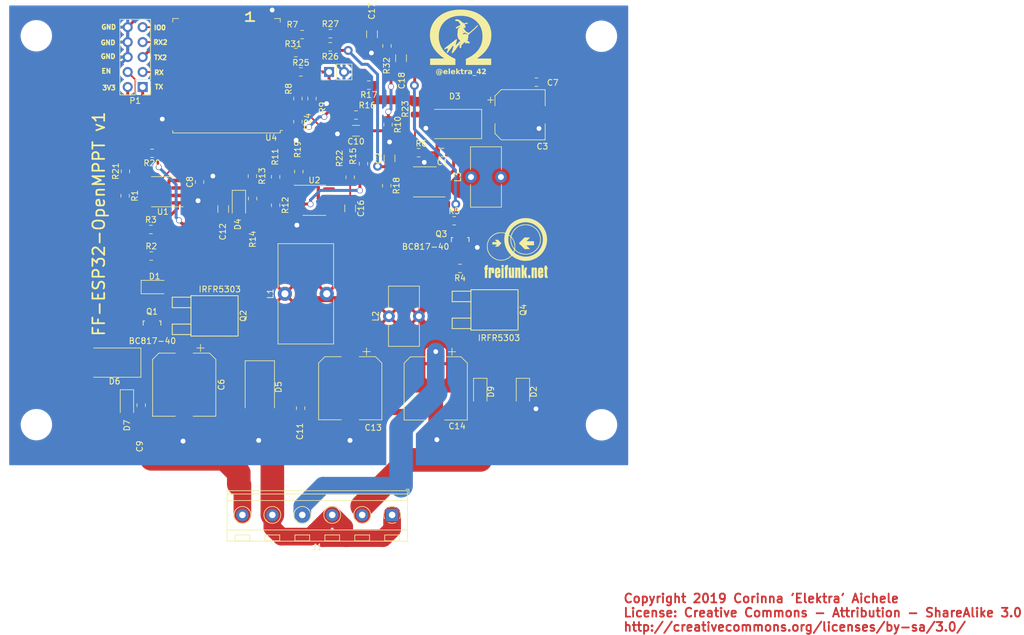
<source format=kicad_pcb>
(kicad_pcb (version 20171130) (host pcbnew 5.1.4-e60b266~84~ubuntu19.04.1)

  (general
    (thickness 1.6)
    (drawings 25)
    (tracks 699)
    (zones 0)
    (modules 72)
    (nets 67)
  )

  (page A4)
  (layers
    (0 F.Cu signal)
    (31 B.Cu power hide)
    (32 B.Adhes user)
    (33 F.Adhes user)
    (34 B.Paste user)
    (35 F.Paste user)
    (36 B.SilkS user)
    (37 F.SilkS user)
    (38 B.Mask user)
    (39 F.Mask user)
    (40 Dwgs.User user)
    (41 Cmts.User user)
    (42 Eco1.User user)
    (43 Eco2.User user)
    (44 Edge.Cuts user)
    (45 Margin user)
    (46 B.CrtYd user)
    (47 F.CrtYd user)
    (48 B.Fab user)
    (49 F.Fab user)
  )

  (setup
    (last_trace_width 0.3)
    (trace_clearance 0.2)
    (zone_clearance 0.508)
    (zone_45_only yes)
    (trace_min 0.2)
    (via_size 1)
    (via_drill 0.8)
    (via_min_size 0.4)
    (via_min_drill 0.3)
    (user_via 1.5 0.8)
    (uvia_size 0.3)
    (uvia_drill 0.1)
    (uvias_allowed no)
    (uvia_min_size 0.2)
    (uvia_min_drill 0.1)
    (edge_width 0.1)
    (segment_width 0.2)
    (pcb_text_width 0.3)
    (pcb_text_size 1.5 1.5)
    (mod_edge_width 0.15)
    (mod_text_size 1 1)
    (mod_text_width 0.15)
    (pad_size 0.59 0.45)
    (pad_drill 0)
    (pad_to_mask_clearance 0)
    (aux_axis_origin 162.052 81.153)
    (visible_elements 7FFFFFFF)
    (pcbplotparams
      (layerselection 0x3ffff_80000001)
      (usegerberextensions false)
      (usegerberattributes false)
      (usegerberadvancedattributes false)
      (creategerberjobfile false)
      (excludeedgelayer false)
      (linewidth 0.020000)
      (plotframeref false)
      (viasonmask false)
      (mode 1)
      (useauxorigin false)
      (hpglpennumber 1)
      (hpglpenspeed 20)
      (hpglpendiameter 15.000000)
      (psnegative false)
      (psa4output false)
      (plotreference true)
      (plotvalue true)
      (plotinvisibletext false)
      (padsonsilk false)
      (subtractmaskfromsilk false)
      (outputformat 1)
      (mirror false)
      (drillshape 0)
      (scaleselection 1)
      (outputdirectory "/home/elektra/MP-Tracker-Production-Files/"))
  )

  (net 0 "")
  (net 1 "Net-(C1-Pad1)")
  (net 2 GNDPWR)
  (net 3 +BATT)
  (net 4 "Net-(C3-Pad1)")
  (net 5 "Net-(C8-Pad1)")
  (net 6 "Net-(C10-Pad1)")
  (net 7 "Net-(C11-Pad1)")
  (net 8 "Net-(C12-Pad1)")
  (net 9 "Net-(D1-Pad1)")
  (net 10 "Net-(D1-Pad2)")
  (net 11 VAA)
  (net 12 "Net-(P1-Pad1)")
  (net 13 "Net-(P1-Pad3)")
  (net 14 "Net-(P1-Pad5)")
  (net 15 "Net-(Q3-Pad1)")
  (net 16 "Net-(Q3-Pad3)")
  (net 17 "Net-(R1-Pad2)")
  (net 18 "Net-(R3-Pad2)")
  (net 19 "Net-(R7-Pad2)")
  (net 20 "Net-(R8-Pad2)")
  (net 21 "Net-(R11-Pad2)")
  (net 22 "Net-(R19-Pad1)")
  (net 23 "Net-(R26-Pad2)")
  (net 24 "Net-(C16-Pad1)")
  (net 25 "Net-(C17-Pad1)")
  (net 26 "Net-(C18-Pad1)")
  (net 27 "Net-(P2-Pad1)")
  (net 28 "Net-(R19-Pad2)")
  (net 29 "Net-(R25-Pad1)")
  (net 30 "Net-(R31-Pad1)")
  (net 31 "Net-(U4-Pad37)")
  (net 32 "Net-(U4-Pad36)")
  (net 33 "Net-(U4-Pad33)")
  (net 34 "Net-(U4-Pad32)")
  (net 35 "Net-(U4-Pad31)")
  (net 36 "Net-(U4-Pad30)")
  (net 37 "Net-(U4-Pad29)")
  (net 38 "Net-(U4-Pad26)")
  (net 39 "Net-(U4-Pad24)")
  (net 40 "Net-(U4-Pad23)")
  (net 41 "Net-(U4-Pad22)")
  (net 42 "Net-(U4-Pad21)")
  (net 43 "Net-(U4-Pad20)")
  (net 44 "Net-(U4-Pad19)")
  (net 45 "Net-(U4-Pad18)")
  (net 46 "Net-(U4-Pad17)")
  (net 47 "Net-(U4-Pad16)")
  (net 48 "Net-(U4-Pad14)")
  (net 49 "Net-(U4-Pad12)")
  (net 50 "Net-(U4-Pad11)")
  (net 51 "Net-(U4-Pad7)")
  (net 52 "Net-(U4-Pad5)")
  (net 53 "Net-(U4-Pad4)")
  (net 54 "Net-(D4-Pad1)")
  (net 55 "Net-(D5-Pad1)")
  (net 56 "Net-(P1-Pad4)")
  (net 57 "Net-(C6-Pad1)")
  (net 58 "Net-(U2-Pad1)")
  (net 59 "Net-(U2-Pad5)")
  (net 60 "Net-(U2-Pad8)")
  (net 61 "Net-(R18-Pad2)")
  (net 62 "Net-(R23-Pad1)")
  (net 63 "Net-(D3-Pad1)")
  (net 64 "Net-(P1-Pad9)")
  (net 65 "Net-(P1-Pad7)")
  (net 66 "Net-(D6-Pad2)")

  (net_class Default "This is the default net class."
    (clearance 0.2)
    (trace_width 0.3)
    (via_dia 1)
    (via_drill 0.8)
    (uvia_dia 0.3)
    (uvia_drill 0.1)
    (add_net "Net-(C6-Pad1)")
    (add_net "Net-(D3-Pad1)")
    (add_net "Net-(D4-Pad1)")
    (add_net "Net-(D5-Pad1)")
    (add_net "Net-(D6-Pad2)")
    (add_net "Net-(P1-Pad3)")
    (add_net "Net-(P1-Pad4)")
    (add_net "Net-(P1-Pad7)")
    (add_net "Net-(P1-Pad9)")
    (add_net "Net-(R18-Pad2)")
    (add_net "Net-(R23-Pad1)")
    (add_net "Net-(U2-Pad1)")
    (add_net "Net-(U2-Pad5)")
    (add_net "Net-(U2-Pad8)")
    (add_net "Net-(U4-Pad11)")
    (add_net "Net-(U4-Pad12)")
    (add_net "Net-(U4-Pad14)")
    (add_net "Net-(U4-Pad16)")
    (add_net "Net-(U4-Pad17)")
    (add_net "Net-(U4-Pad18)")
    (add_net "Net-(U4-Pad19)")
    (add_net "Net-(U4-Pad20)")
    (add_net "Net-(U4-Pad21)")
    (add_net "Net-(U4-Pad22)")
    (add_net "Net-(U4-Pad23)")
    (add_net "Net-(U4-Pad24)")
    (add_net "Net-(U4-Pad26)")
    (add_net "Net-(U4-Pad29)")
    (add_net "Net-(U4-Pad30)")
    (add_net "Net-(U4-Pad31)")
    (add_net "Net-(U4-Pad32)")
    (add_net "Net-(U4-Pad33)")
    (add_net "Net-(U4-Pad36)")
    (add_net "Net-(U4-Pad37)")
    (add_net "Net-(U4-Pad4)")
    (add_net "Net-(U4-Pad5)")
    (add_net "Net-(U4-Pad7)")
    (add_net VAA)
  )

  (net_class Medium ""
    (clearance 0.2)
    (trace_width 0.5)
    (via_dia 1)
    (via_drill 0.8)
    (uvia_dia 0.3)
    (uvia_drill 0.1)
    (add_net +BATT)
    (add_net GNDPWR)
    (add_net "Net-(C1-Pad1)")
    (add_net "Net-(C10-Pad1)")
    (add_net "Net-(C11-Pad1)")
    (add_net "Net-(C12-Pad1)")
    (add_net "Net-(C16-Pad1)")
    (add_net "Net-(C17-Pad1)")
    (add_net "Net-(C18-Pad1)")
    (add_net "Net-(C3-Pad1)")
    (add_net "Net-(C8-Pad1)")
    (add_net "Net-(D1-Pad1)")
    (add_net "Net-(D1-Pad2)")
    (add_net "Net-(P1-Pad1)")
    (add_net "Net-(P1-Pad5)")
    (add_net "Net-(P2-Pad1)")
    (add_net "Net-(Q3-Pad1)")
    (add_net "Net-(Q3-Pad3)")
    (add_net "Net-(R1-Pad2)")
    (add_net "Net-(R11-Pad2)")
    (add_net "Net-(R19-Pad1)")
    (add_net "Net-(R19-Pad2)")
    (add_net "Net-(R25-Pad1)")
    (add_net "Net-(R26-Pad2)")
    (add_net "Net-(R3-Pad2)")
    (add_net "Net-(R31-Pad1)")
    (add_net "Net-(R7-Pad2)")
    (add_net "Net-(R8-Pad2)")
  )

  (net_class Power ""
    (clearance 0.2)
    (trace_width 1)
    (via_dia 1)
    (via_drill 0.8)
    (uvia_dia 0.8)
    (uvia_drill 0.6)
  )

  (net_class Small ""
    (clearance 0.2)
    (trace_width 0.2)
    (via_dia 1)
    (via_drill 0.8)
    (uvia_dia 0.3)
    (uvia_drill 0.1)
  )

  (module MountingHole:MountingHole_4.3mm_M4_DIN965 (layer F.Cu) (tedit 56D1B4CB) (tstamp 5906D703)
    (at 178.01 74.85)
    (descr "Mounting Hole 4.3mm, no annular, M4, DIN965")
    (tags "mounting hole 4.3mm no annular m4 din965")
    (attr virtual)
    (fp_text reference "" (at 0.36 6.04) (layer F.SilkS)
      (effects (font (size 1 1) (thickness 0.15)))
    )
    (fp_text value "" (at 0 3.8) (layer F.Fab)
      (effects (font (size 1 1) (thickness 0.15)))
    )
    (fp_circle (center 0 0) (end 4 0) (layer F.CrtYd) (width 0.05))
    (fp_circle (center 0 0) (end 3.75 0) (layer Cmts.User) (width 0.15))
    (fp_text user %R (at 0.3 0) (layer F.Fab)
      (effects (font (size 1 1) (thickness 0.15)))
    )
    (pad 1 np_thru_hole circle (at 0 0) (size 4.3 4.3) (drill 4.3) (layers *.Cu *.Mask))
  )

  (module MountingHole:MountingHole_4.3mm_M4_DIN965 (layer F.Cu) (tedit 56D1B4CB) (tstamp 5DCDB645)
    (at 82.13 74.77)
    (descr "Mounting Hole 4.3mm, no annular, M4, DIN965")
    (tags "mounting hole 4.3mm no annular m4 din965")
    (attr virtual)
    (fp_text reference "" (at -0.889 3.937) (layer F.SilkS)
      (effects (font (size 1 1) (thickness 0.15)))
    )
    (fp_text value "" (at 0 3.8) (layer F.Fab)
      (effects (font (size 1 1) (thickness 0.15)))
    )
    (fp_circle (center 0 0) (end 4 0) (layer F.CrtYd) (width 0.05))
    (fp_circle (center 0 0) (end 3.75 0) (layer Cmts.User) (width 0.15))
    (fp_text user %R (at 0.3 0) (layer F.Fab)
      (effects (font (size 1 1) (thickness 0.15)))
    )
    (pad 1 np_thru_hole circle (at 0 0) (size 4.3 4.3) (drill 4.3) (layers *.Cu *.Mask))
  )

  (module MountingHole:MountingHole_4.3mm_M4_DIN965 (layer F.Cu) (tedit 56D1B4CB) (tstamp 5903EE02)
    (at 178.02 140.83)
    (descr "Mounting Hole 4.3mm, no annular, M4, DIN965")
    (tags "mounting hole 4.3mm no annular m4 din965")
    (attr virtual)
    (fp_text reference "" (at 0 -3.8) (layer F.SilkS)
      (effects (font (size 1 1) (thickness 0.15)))
    )
    (fp_text value "" (at 0 3.8) (layer F.Fab)
      (effects (font (size 1 1) (thickness 0.15)))
    )
    (fp_circle (center 0 0) (end 4 0) (layer F.CrtYd) (width 0.05))
    (fp_circle (center 0 0) (end 3.75 0) (layer Cmts.User) (width 0.15))
    (fp_text user %R (at 0.3 0) (layer F.Fab)
      (effects (font (size 1 1) (thickness 0.15)))
    )
    (pad 1 np_thru_hole circle (at 0 0) (size 4.3 4.3) (drill 4.3) (layers *.Cu *.Mask))
  )

  (module MountingHole:MountingHole_4.3mm_M4_DIN965 (layer F.Cu) (tedit 56D1B4CB) (tstamp 5DCDB3E8)
    (at 82.14 140.8)
    (descr "Mounting Hole 4.3mm, no annular, M4, DIN965")
    (tags "mounting hole 4.3mm no annular m4 din965")
    (attr virtual)
    (fp_text reference "" (at 0 -3.8) (layer F.SilkS)
      (effects (font (size 1 1) (thickness 0.15)))
    )
    (fp_text value "" (at 0 3.8) (layer F.Fab)
      (effects (font (size 1 1) (thickness 0.15)))
    )
    (fp_circle (center 0 0) (end 4 0) (layer F.CrtYd) (width 0.05))
    (fp_circle (center 0 0) (end 3.75 0) (layer Cmts.User) (width 0.15))
    (fp_text user %R (at 0.3 0) (layer F.Fab)
      (effects (font (size 1 1) (thickness 0.15)))
    )
    (pad 1 np_thru_hole circle (at 0 0) (size 4.3 4.3) (drill 4.3) (layers *.Cu *.Mask))
  )

  (module Capacitor_SMD:CP_Elec_10x14.3 (layer F.Cu) (tedit 5BCA39D1) (tstamp 5906D3D5)
    (at 149.8915 134.6465 270)
    (descr "SMD capacitor, aluminum electrolytic, Vishay 1014, 10.0x14.3mm, http://www.vishay.com/docs/28395/150crz.pdf")
    (tags "capacitor electrolytic")
    (path /57BDD744)
    (attr smd)
    (fp_text reference C14 (at 6.4135 -3.6195 180) (layer F.SilkS)
      (effects (font (size 1 1) (thickness 0.15)))
    )
    (fp_text value 330u (at 7.1755 3.6195 180) (layer F.Fab)
      (effects (font (size 1 1) (thickness 0.15)))
    )
    (fp_text user %R (at 0 0 90) (layer F.Fab)
      (effects (font (size 1 1) (thickness 0.15)))
    )
    (fp_line (start -6.65 1.5) (end -5.5 1.5) (layer F.CrtYd) (width 0.05))
    (fp_line (start -6.65 -1.5) (end -6.65 1.5) (layer F.CrtYd) (width 0.05))
    (fp_line (start -5.5 -1.5) (end -6.65 -1.5) (layer F.CrtYd) (width 0.05))
    (fp_line (start -5.5 1.5) (end -5.5 4.35) (layer F.CrtYd) (width 0.05))
    (fp_line (start -5.5 -4.35) (end -5.5 -1.5) (layer F.CrtYd) (width 0.05))
    (fp_line (start -5.5 -4.35) (end -4.35 -5.5) (layer F.CrtYd) (width 0.05))
    (fp_line (start -5.5 4.35) (end -4.35 5.5) (layer F.CrtYd) (width 0.05))
    (fp_line (start -4.35 -5.5) (end 5.5 -5.5) (layer F.CrtYd) (width 0.05))
    (fp_line (start -4.35 5.5) (end 5.5 5.5) (layer F.CrtYd) (width 0.05))
    (fp_line (start 5.5 1.5) (end 5.5 5.5) (layer F.CrtYd) (width 0.05))
    (fp_line (start 6.65 1.5) (end 5.5 1.5) (layer F.CrtYd) (width 0.05))
    (fp_line (start 6.65 -1.5) (end 6.65 1.5) (layer F.CrtYd) (width 0.05))
    (fp_line (start 5.5 -1.5) (end 6.65 -1.5) (layer F.CrtYd) (width 0.05))
    (fp_line (start 5.5 -5.5) (end 5.5 -1.5) (layer F.CrtYd) (width 0.05))
    (fp_line (start -6.225 -3.385) (end -6.225 -2.135) (layer F.SilkS) (width 0.12))
    (fp_line (start -6.85 -2.76) (end -5.6 -2.76) (layer F.SilkS) (width 0.12))
    (fp_line (start -5.36 4.295563) (end -4.295563 5.36) (layer F.SilkS) (width 0.12))
    (fp_line (start -5.36 -4.295563) (end -4.295563 -5.36) (layer F.SilkS) (width 0.12))
    (fp_line (start -5.36 -4.295563) (end -5.36 -1.51) (layer F.SilkS) (width 0.12))
    (fp_line (start -5.36 4.295563) (end -5.36 1.51) (layer F.SilkS) (width 0.12))
    (fp_line (start -4.295563 5.36) (end 5.36 5.36) (layer F.SilkS) (width 0.12))
    (fp_line (start -4.295563 -5.36) (end 5.36 -5.36) (layer F.SilkS) (width 0.12))
    (fp_line (start 5.36 -5.36) (end 5.36 -1.51) (layer F.SilkS) (width 0.12))
    (fp_line (start 5.36 5.36) (end 5.36 1.51) (layer F.SilkS) (width 0.12))
    (fp_line (start -4.058325 -2.2) (end -4.058325 -1.2) (layer F.Fab) (width 0.1))
    (fp_line (start -4.558325 -1.7) (end -3.558325 -1.7) (layer F.Fab) (width 0.1))
    (fp_line (start -5.25 4.25) (end -4.25 5.25) (layer F.Fab) (width 0.1))
    (fp_line (start -5.25 -4.25) (end -4.25 -5.25) (layer F.Fab) (width 0.1))
    (fp_line (start -5.25 -4.25) (end -5.25 4.25) (layer F.Fab) (width 0.1))
    (fp_line (start -4.25 5.25) (end 5.25 5.25) (layer F.Fab) (width 0.1))
    (fp_line (start -4.25 -5.25) (end 5.25 -5.25) (layer F.Fab) (width 0.1))
    (fp_line (start 5.25 -5.25) (end 5.25 5.25) (layer F.Fab) (width 0.1))
    (fp_circle (center 0 0) (end 5 0) (layer F.Fab) (width 0.1))
    (pad 2 smd roundrect (at 4.2 0 270) (size 4.4 2.5) (layers F.Cu F.Paste F.Mask) (roundrect_rratio 0.1)
      (net 2 GNDPWR))
    (pad 1 smd roundrect (at -4.2 0 270) (size 4.4 2.5) (layers F.Cu F.Paste F.Mask) (roundrect_rratio 0.1)
      (net 3 +BATT))
    (model ${KISYS3DMOD}/Capacitor_SMD.3dshapes/CP_Elec_10x14.3.wrl
      (at (xyz 0 0 0))
      (scale (xyz 1 1 1))
      (rotate (xyz 0 0 0))
    )
  )

  (module Capacitor_SMD:CP_Elec_10x14.3 (layer F.Cu) (tedit 5BCA39D1) (tstamp 57D00EEE)
    (at 135.3881 134.6211 270)
    (descr "SMD capacitor, aluminum electrolytic, Vishay 1014, 10.0x14.3mm, http://www.vishay.com/docs/28395/150crz.pdf")
    (tags "capacitor electrolytic")
    (path /57BDD477)
    (attr smd)
    (fp_text reference C13 (at 6.6929 -3.8989 180) (layer F.SilkS)
      (effects (font (size 1 1) (thickness 0.15)))
    )
    (fp_text value 1000u (at 7.2009 3.3401 180) (layer F.Fab)
      (effects (font (size 1 1) (thickness 0.15)))
    )
    (fp_text user %R (at 0 0 90) (layer F.Fab)
      (effects (font (size 1 1) (thickness 0.15)))
    )
    (fp_line (start -6.65 1.5) (end -5.5 1.5) (layer F.CrtYd) (width 0.05))
    (fp_line (start -6.65 -1.5) (end -6.65 1.5) (layer F.CrtYd) (width 0.05))
    (fp_line (start -5.5 -1.5) (end -6.65 -1.5) (layer F.CrtYd) (width 0.05))
    (fp_line (start -5.5 1.5) (end -5.5 4.35) (layer F.CrtYd) (width 0.05))
    (fp_line (start -5.5 -4.35) (end -5.5 -1.5) (layer F.CrtYd) (width 0.05))
    (fp_line (start -5.5 -4.35) (end -4.35 -5.5) (layer F.CrtYd) (width 0.05))
    (fp_line (start -5.5 4.35) (end -4.35 5.5) (layer F.CrtYd) (width 0.05))
    (fp_line (start -4.35 -5.5) (end 5.5 -5.5) (layer F.CrtYd) (width 0.05))
    (fp_line (start -4.35 5.5) (end 5.5 5.5) (layer F.CrtYd) (width 0.05))
    (fp_line (start 5.5 1.5) (end 5.5 5.5) (layer F.CrtYd) (width 0.05))
    (fp_line (start 6.65 1.5) (end 5.5 1.5) (layer F.CrtYd) (width 0.05))
    (fp_line (start 6.65 -1.5) (end 6.65 1.5) (layer F.CrtYd) (width 0.05))
    (fp_line (start 5.5 -1.5) (end 6.65 -1.5) (layer F.CrtYd) (width 0.05))
    (fp_line (start 5.5 -5.5) (end 5.5 -1.5) (layer F.CrtYd) (width 0.05))
    (fp_line (start -6.225 -3.385) (end -6.225 -2.135) (layer F.SilkS) (width 0.12))
    (fp_line (start -6.85 -2.76) (end -5.6 -2.76) (layer F.SilkS) (width 0.12))
    (fp_line (start -5.36 4.295563) (end -4.295563 5.36) (layer F.SilkS) (width 0.12))
    (fp_line (start -5.36 -4.295563) (end -4.295563 -5.36) (layer F.SilkS) (width 0.12))
    (fp_line (start -5.36 -4.295563) (end -5.36 -1.51) (layer F.SilkS) (width 0.12))
    (fp_line (start -5.36 4.295563) (end -5.36 1.51) (layer F.SilkS) (width 0.12))
    (fp_line (start -4.295563 5.36) (end 5.36 5.36) (layer F.SilkS) (width 0.12))
    (fp_line (start -4.295563 -5.36) (end 5.36 -5.36) (layer F.SilkS) (width 0.12))
    (fp_line (start 5.36 -5.36) (end 5.36 -1.51) (layer F.SilkS) (width 0.12))
    (fp_line (start 5.36 5.36) (end 5.36 1.51) (layer F.SilkS) (width 0.12))
    (fp_line (start -4.058325 -2.2) (end -4.058325 -1.2) (layer F.Fab) (width 0.1))
    (fp_line (start -4.558325 -1.7) (end -3.558325 -1.7) (layer F.Fab) (width 0.1))
    (fp_line (start -5.25 4.25) (end -4.25 5.25) (layer F.Fab) (width 0.1))
    (fp_line (start -5.25 -4.25) (end -4.25 -5.25) (layer F.Fab) (width 0.1))
    (fp_line (start -5.25 -4.25) (end -5.25 4.25) (layer F.Fab) (width 0.1))
    (fp_line (start -4.25 5.25) (end 5.25 5.25) (layer F.Fab) (width 0.1))
    (fp_line (start -4.25 -5.25) (end 5.25 -5.25) (layer F.Fab) (width 0.1))
    (fp_line (start 5.25 -5.25) (end 5.25 5.25) (layer F.Fab) (width 0.1))
    (fp_circle (center 0 0) (end 5 0) (layer F.Fab) (width 0.1))
    (pad 2 smd roundrect (at 4.2 0 270) (size 4.4 2.5) (layers F.Cu F.Paste F.Mask) (roundrect_rratio 0.1)
      (net 2 GNDPWR))
    (pad 1 smd roundrect (at -4.2 0 270) (size 4.4 2.5) (layers F.Cu F.Paste F.Mask) (roundrect_rratio 0.1)
      (net 7 "Net-(C11-Pad1)"))
    (model ${KISYS3DMOD}/Capacitor_SMD.3dshapes/CP_Elec_10x14.3.wrl
      (at (xyz 0 0 0))
      (scale (xyz 1 1 1))
      (rotate (xyz 0 0 0))
    )
  )

  (module Capacitor_SMD:CP_Elec_10x14.3 (layer F.Cu) (tedit 5BCA39D1) (tstamp 57D00EC4)
    (at 107.2195 134.0115 270)
    (descr "SMD capacitor, aluminum electrolytic, Vishay 1014, 10.0x14.3mm, http://www.vishay.com/docs/28395/150crz.pdf")
    (tags "capacitor electrolytic")
    (path /57BDD4B3)
    (attr smd)
    (fp_text reference C6 (at 0 -6.3 90) (layer F.SilkS)
      (effects (font (size 1 1) (thickness 0.15)))
    )
    (fp_text value 330u (at -2.3495 6.3 90) (layer F.Fab)
      (effects (font (size 1 1) (thickness 0.15)))
    )
    (fp_text user %R (at 0 0 90) (layer F.Fab)
      (effects (font (size 1 1) (thickness 0.15)))
    )
    (fp_line (start -6.65 1.5) (end -5.5 1.5) (layer F.CrtYd) (width 0.05))
    (fp_line (start -6.65 -1.5) (end -6.65 1.5) (layer F.CrtYd) (width 0.05))
    (fp_line (start -5.5 -1.5) (end -6.65 -1.5) (layer F.CrtYd) (width 0.05))
    (fp_line (start -5.5 1.5) (end -5.5 4.35) (layer F.CrtYd) (width 0.05))
    (fp_line (start -5.5 -4.35) (end -5.5 -1.5) (layer F.CrtYd) (width 0.05))
    (fp_line (start -5.5 -4.35) (end -4.35 -5.5) (layer F.CrtYd) (width 0.05))
    (fp_line (start -5.5 4.35) (end -4.35 5.5) (layer F.CrtYd) (width 0.05))
    (fp_line (start -4.35 -5.5) (end 5.5 -5.5) (layer F.CrtYd) (width 0.05))
    (fp_line (start -4.35 5.5) (end 5.5 5.5) (layer F.CrtYd) (width 0.05))
    (fp_line (start 5.5 1.5) (end 5.5 5.5) (layer F.CrtYd) (width 0.05))
    (fp_line (start 6.65 1.5) (end 5.5 1.5) (layer F.CrtYd) (width 0.05))
    (fp_line (start 6.65 -1.5) (end 6.65 1.5) (layer F.CrtYd) (width 0.05))
    (fp_line (start 5.5 -1.5) (end 6.65 -1.5) (layer F.CrtYd) (width 0.05))
    (fp_line (start 5.5 -5.5) (end 5.5 -1.5) (layer F.CrtYd) (width 0.05))
    (fp_line (start -6.225 -3.385) (end -6.225 -2.135) (layer F.SilkS) (width 0.12))
    (fp_line (start -6.85 -2.76) (end -5.6 -2.76) (layer F.SilkS) (width 0.12))
    (fp_line (start -5.36 4.295563) (end -4.295563 5.36) (layer F.SilkS) (width 0.12))
    (fp_line (start -5.36 -4.295563) (end -4.295563 -5.36) (layer F.SilkS) (width 0.12))
    (fp_line (start -5.36 -4.295563) (end -5.36 -1.51) (layer F.SilkS) (width 0.12))
    (fp_line (start -5.36 4.295563) (end -5.36 1.51) (layer F.SilkS) (width 0.12))
    (fp_line (start -4.295563 5.36) (end 5.36 5.36) (layer F.SilkS) (width 0.12))
    (fp_line (start -4.295563 -5.36) (end 5.36 -5.36) (layer F.SilkS) (width 0.12))
    (fp_line (start 5.36 -5.36) (end 5.36 -1.51) (layer F.SilkS) (width 0.12))
    (fp_line (start 5.36 5.36) (end 5.36 1.51) (layer F.SilkS) (width 0.12))
    (fp_line (start -4.058325 -2.2) (end -4.058325 -1.2) (layer F.Fab) (width 0.1))
    (fp_line (start -4.558325 -1.7) (end -3.558325 -1.7) (layer F.Fab) (width 0.1))
    (fp_line (start -5.25 4.25) (end -4.25 5.25) (layer F.Fab) (width 0.1))
    (fp_line (start -5.25 -4.25) (end -4.25 -5.25) (layer F.Fab) (width 0.1))
    (fp_line (start -5.25 -4.25) (end -5.25 4.25) (layer F.Fab) (width 0.1))
    (fp_line (start -4.25 5.25) (end 5.25 5.25) (layer F.Fab) (width 0.1))
    (fp_line (start -4.25 -5.25) (end 5.25 -5.25) (layer F.Fab) (width 0.1))
    (fp_line (start 5.25 -5.25) (end 5.25 5.25) (layer F.Fab) (width 0.1))
    (fp_circle (center 0 0) (end 5 0) (layer F.Fab) (width 0.1))
    (pad 2 smd roundrect (at 4.2 0 270) (size 4.4 2.5) (layers F.Cu F.Paste F.Mask) (roundrect_rratio 0.1)
      (net 2 GNDPWR))
    (pad 1 smd roundrect (at -4.2 0 270) (size 4.4 2.5) (layers F.Cu F.Paste F.Mask) (roundrect_rratio 0.1)
      (net 57 "Net-(C6-Pad1)"))
    (model ${KISYS3DMOD}/Capacitor_SMD.3dshapes/CP_Elec_10x14.3.wrl
      (at (xyz 0 0 0))
      (scale (xyz 1 1 1))
      (rotate (xyz 0 0 0))
    )
  )

  (module Connector_PinHeader_2.54mm:PinHeader_1x02_P2.54mm_Vertical (layer F.Cu) (tedit 5DC592F1) (tstamp 5DC3FB0C)
    (at 131.794 80.9128 90)
    (descr "Through hole straight pin header, 1x02, 2.54mm pitch, single row")
    (tags "Through hole pin header THT 1x02 2.54mm single row")
    (path /589F5C02)
    (fp_text reference P2 (at -4.1402 1.524 180) (layer F.SilkS) hide
      (effects (font (size 1 1) (thickness 0.15)))
    )
    (fp_text value Temp (at -2.4892 1.651) (layer F.Fab) hide
      (effects (font (size 1 1) (thickness 0.15)))
    )
    (fp_text user %R (at 0 1.27 180) (layer F.Fab) hide
      (effects (font (size 1 1) (thickness 0.15)))
    )
    (fp_line (start 1.8 -1.8) (end -1.8 -1.8) (layer F.CrtYd) (width 0.05))
    (fp_line (start 1.8 4.35) (end 1.8 -1.8) (layer F.CrtYd) (width 0.05))
    (fp_line (start -1.8 4.35) (end 1.8 4.35) (layer F.CrtYd) (width 0.05))
    (fp_line (start -1.8 -1.8) (end -1.8 4.35) (layer F.CrtYd) (width 0.05))
    (fp_line (start -1.33 -1.33) (end 0 -1.33) (layer F.SilkS) (width 0.12))
    (fp_line (start -1.33 0) (end -1.33 -1.33) (layer F.SilkS) (width 0.12))
    (fp_line (start -1.33 1.27) (end 1.33 1.27) (layer F.SilkS) (width 0.12))
    (fp_line (start 1.33 1.27) (end 1.33 3.87) (layer F.SilkS) (width 0.12))
    (fp_line (start -1.33 1.27) (end -1.33 3.87) (layer F.SilkS) (width 0.12))
    (fp_line (start -1.33 3.87) (end 1.33 3.87) (layer F.SilkS) (width 0.12))
    (fp_line (start -1.27 -0.635) (end -0.635 -1.27) (layer F.Fab) (width 0.1))
    (fp_line (start -1.27 3.81) (end -1.27 -0.635) (layer F.Fab) (width 0.1))
    (fp_line (start 1.27 3.81) (end -1.27 3.81) (layer F.Fab) (width 0.1))
    (fp_line (start 1.27 -1.27) (end 1.27 3.81) (layer F.Fab) (width 0.1))
    (fp_line (start -0.635 -1.27) (end 1.27 -1.27) (layer F.Fab) (width 0.1))
    (pad 2 thru_hole oval (at 0 2.54 90) (size 1.7 1.7) (drill 1) (layers *.Cu *.Mask)
      (net 2 GNDPWR))
    (pad 1 thru_hole rect (at 0 0 90) (size 1.7 1.7) (drill 1) (layers *.Cu *.Mask)
      (net 27 "Net-(P2-Pad1)"))
    (model ${KISYS3DMOD}/Connector_PinHeader_2.54mm.3dshapes/PinHeader_1x02_P2.54mm_Vertical.wrl
      (at (xyz 0 0 0))
      (scale (xyz 1 1 1))
      (rotate (xyz 0 0 0))
    )
  )

  (module Inductor_THT:L_Toroid_Vertical_L10.0mm_W5.0mm_P5.08mm (layer F.Cu) (tedit 5AE59B06) (tstamp 5DC4A388)
    (at 155.8732 98.7436 90)
    (descr "L_Toroid, Vertical series, Radial, pin pitch=5.08mm, , length*width=10*5mm^2")
    (tags "L_Toroid Vertical series Radial pin pitch 5.08mm  length 10mm width 5mm")
    (path /5E6337F8)
    (fp_text reference L3 (at 0 -2.25 90) (layer F.SilkS)
      (effects (font (size 1 1) (thickness 0.15)))
    )
    (fp_text value 100u (at 0 7.33 90) (layer F.Fab)
      (effects (font (size 1 1) (thickness 0.15)))
    )
    (fp_text user %R (at 2.54 0 90) (layer F.Fab)
      (effects (font (size 1 1) (thickness 0.15)))
    )
    (fp_line (start 5.25 -1.25) (end -5.25 -1.25) (layer F.CrtYd) (width 0.05))
    (fp_line (start 5.25 6.33) (end 5.25 -1.25) (layer F.CrtYd) (width 0.05))
    (fp_line (start -5.25 6.33) (end 5.25 6.33) (layer F.CrtYd) (width 0.05))
    (fp_line (start -5.25 -1.25) (end -5.25 6.33) (layer F.CrtYd) (width 0.05))
    (fp_line (start 5.12 -0.08) (end 5.12 5.16) (layer F.SilkS) (width 0.12))
    (fp_line (start -5.12 -0.08) (end -5.12 5.16) (layer F.SilkS) (width 0.12))
    (fp_line (start 1.255 5.16) (end 5.12 5.16) (layer F.SilkS) (width 0.12))
    (fp_line (start -5.12 5.16) (end -1.255 5.16) (layer F.SilkS) (width 0.12))
    (fp_line (start 1.255 -0.08) (end 5.12 -0.08) (layer F.SilkS) (width 0.12))
    (fp_line (start -5.12 -0.08) (end -1.255 -0.08) (layer F.SilkS) (width 0.12))
    (fp_line (start 3.2 0) (end 3.6 5.08) (layer F.Fab) (width 0.1))
    (fp_line (start 2.4 0) (end 2.8 5.08) (layer F.Fab) (width 0.1))
    (fp_line (start 1.6 0) (end 2 5.08) (layer F.Fab) (width 0.1))
    (fp_line (start 0.8 0) (end 1.2 5.08) (layer F.Fab) (width 0.1))
    (fp_line (start 0 0) (end 0.4 5.08) (layer F.Fab) (width 0.1))
    (fp_line (start -0.8 0) (end -0.4 5.08) (layer F.Fab) (width 0.1))
    (fp_line (start -1.6 0) (end -1.2 5.08) (layer F.Fab) (width 0.1))
    (fp_line (start -2.4 0) (end -2 5.08) (layer F.Fab) (width 0.1))
    (fp_line (start -3.2 0) (end -2.8 5.08) (layer F.Fab) (width 0.1))
    (fp_line (start -4 0) (end -3.6 5.08) (layer F.Fab) (width 0.1))
    (fp_line (start 4 0) (end -4 0) (layer F.Fab) (width 0.1))
    (fp_line (start 4 5.08) (end 4 0) (layer F.Fab) (width 0.1))
    (fp_line (start -4 5.08) (end 4 5.08) (layer F.Fab) (width 0.1))
    (fp_line (start -4 0) (end -4 5.08) (layer F.Fab) (width 0.1))
    (fp_line (start 5 0.04) (end -5 0.04) (layer F.Fab) (width 0.1))
    (fp_line (start 5 5.04) (end 5 0.04) (layer F.Fab) (width 0.1))
    (fp_line (start -5 5.04) (end 5 5.04) (layer F.Fab) (width 0.1))
    (fp_line (start -5 0.04) (end -5 5.04) (layer F.Fab) (width 0.1))
    (pad 2 thru_hole circle (at 0 5.08 90) (size 2 2) (drill 1) (layers *.Cu *.Mask)
      (net 4 "Net-(C3-Pad1)"))
    (pad 1 thru_hole circle (at 0 0 90) (size 2 2) (drill 1) (layers *.Cu *.Mask)
      (net 63 "Net-(D3-Pad1)"))
    (model ${KISYS3DMOD}/Inductor_THT.3dshapes/L_Toroid_Vertical_L10.0mm_W5.0mm_P5.08mm.wrl
      (at (xyz 0 0 0))
      (scale (xyz 1 1 1))
      (rotate (xyz 0 0 0))
    )
  )

  (module Capacitor_SMD:CP_Elec_8x10 (layer F.Cu) (tedit 5BCA39D0) (tstamp 57D00EB2)
    (at 164.2044 88.1772)
    (descr "SMD capacitor, aluminum electrolytic, Nichicon, 8.0x10mm")
    (tags "capacitor electrolytic")
    (path /5E6362FA)
    (attr smd)
    (fp_text reference C3 (at 3.7846 5.3848) (layer F.SilkS)
      (effects (font (size 1 1) (thickness 0.15)))
    )
    (fp_text value 470u (at 0 5.2) (layer F.Fab)
      (effects (font (size 1 1) (thickness 0.15)))
    )
    (fp_text user %R (at 0 0) (layer F.Fab)
      (effects (font (size 1 1) (thickness 0.15)))
    )
    (fp_line (start -5.25 1.5) (end -4.4 1.5) (layer F.CrtYd) (width 0.05))
    (fp_line (start -5.25 -1.5) (end -5.25 1.5) (layer F.CrtYd) (width 0.05))
    (fp_line (start -4.4 -1.5) (end -5.25 -1.5) (layer F.CrtYd) (width 0.05))
    (fp_line (start -4.4 1.5) (end -4.4 3.25) (layer F.CrtYd) (width 0.05))
    (fp_line (start -4.4 -3.25) (end -4.4 -1.5) (layer F.CrtYd) (width 0.05))
    (fp_line (start -4.4 -3.25) (end -3.25 -4.4) (layer F.CrtYd) (width 0.05))
    (fp_line (start -4.4 3.25) (end -3.25 4.4) (layer F.CrtYd) (width 0.05))
    (fp_line (start -3.25 -4.4) (end 4.4 -4.4) (layer F.CrtYd) (width 0.05))
    (fp_line (start -3.25 4.4) (end 4.4 4.4) (layer F.CrtYd) (width 0.05))
    (fp_line (start 4.4 1.5) (end 4.4 4.4) (layer F.CrtYd) (width 0.05))
    (fp_line (start 5.25 1.5) (end 4.4 1.5) (layer F.CrtYd) (width 0.05))
    (fp_line (start 5.25 -1.5) (end 5.25 1.5) (layer F.CrtYd) (width 0.05))
    (fp_line (start 4.4 -1.5) (end 5.25 -1.5) (layer F.CrtYd) (width 0.05))
    (fp_line (start 4.4 -4.4) (end 4.4 -1.5) (layer F.CrtYd) (width 0.05))
    (fp_line (start -5 -3.01) (end -5 -2.01) (layer F.SilkS) (width 0.12))
    (fp_line (start -5.5 -2.51) (end -4.5 -2.51) (layer F.SilkS) (width 0.12))
    (fp_line (start -4.26 3.195563) (end -3.195563 4.26) (layer F.SilkS) (width 0.12))
    (fp_line (start -4.26 -3.195563) (end -3.195563 -4.26) (layer F.SilkS) (width 0.12))
    (fp_line (start -4.26 -3.195563) (end -4.26 -1.51) (layer F.SilkS) (width 0.12))
    (fp_line (start -4.26 3.195563) (end -4.26 1.51) (layer F.SilkS) (width 0.12))
    (fp_line (start -3.195563 4.26) (end 4.26 4.26) (layer F.SilkS) (width 0.12))
    (fp_line (start -3.195563 -4.26) (end 4.26 -4.26) (layer F.SilkS) (width 0.12))
    (fp_line (start 4.26 -4.26) (end 4.26 -1.51) (layer F.SilkS) (width 0.12))
    (fp_line (start 4.26 4.26) (end 4.26 1.51) (layer F.SilkS) (width 0.12))
    (fp_line (start -3.162278 -1.9) (end -3.162278 -1.1) (layer F.Fab) (width 0.1))
    (fp_line (start -3.562278 -1.5) (end -2.762278 -1.5) (layer F.Fab) (width 0.1))
    (fp_line (start -4.15 3.15) (end -3.15 4.15) (layer F.Fab) (width 0.1))
    (fp_line (start -4.15 -3.15) (end -3.15 -4.15) (layer F.Fab) (width 0.1))
    (fp_line (start -4.15 -3.15) (end -4.15 3.15) (layer F.Fab) (width 0.1))
    (fp_line (start -3.15 4.15) (end 4.15 4.15) (layer F.Fab) (width 0.1))
    (fp_line (start -3.15 -4.15) (end 4.15 -4.15) (layer F.Fab) (width 0.1))
    (fp_line (start 4.15 -4.15) (end 4.15 4.15) (layer F.Fab) (width 0.1))
    (fp_circle (center 0 0) (end 4 0) (layer F.Fab) (width 0.1))
    (pad 2 smd roundrect (at 3.25 0) (size 3.5 2.5) (layers F.Cu F.Paste F.Mask) (roundrect_rratio 0.1)
      (net 2 GNDPWR))
    (pad 1 smd roundrect (at -3.25 0) (size 3.5 2.5) (layers F.Cu F.Paste F.Mask) (roundrect_rratio 0.1)
      (net 4 "Net-(C3-Pad1)"))
    (model ${KISYS3DMOD}/Capacitor_SMD.3dshapes/CP_Elec_8x10.wrl
      (at (xyz 0 0 0))
      (scale (xyz 1 1 1))
      (rotate (xyz 0 0 0))
    )
  )

  (module Inductor_THT:L_Toroid_Vertical_L10.0mm_W5.0mm_P5.08mm (layer F.Cu) (tedit 5AE59B06) (tstamp 5906D461)
    (at 141.954 122.391 90)
    (descr "L_Toroid, Vertical series, Radial, pin pitch=5.08mm, , length*width=10*5mm^2")
    (tags "L_Toroid Vertical series Radial pin pitch 5.08mm  length 10mm width 5mm")
    (path /57BDD73E)
    (fp_text reference L2 (at 0 -2.25 90) (layer F.SilkS)
      (effects (font (size 1 1) (thickness 0.15)))
    )
    (fp_text value 10u (at 0 7.33 90) (layer F.Fab)
      (effects (font (size 1 1) (thickness 0.15)))
    )
    (fp_text user %R (at 2.54 0 90) (layer F.Fab)
      (effects (font (size 1 1) (thickness 0.15)))
    )
    (fp_line (start 5.25 -1.25) (end -5.25 -1.25) (layer F.CrtYd) (width 0.05))
    (fp_line (start 5.25 6.33) (end 5.25 -1.25) (layer F.CrtYd) (width 0.05))
    (fp_line (start -5.25 6.33) (end 5.25 6.33) (layer F.CrtYd) (width 0.05))
    (fp_line (start -5.25 -1.25) (end -5.25 6.33) (layer F.CrtYd) (width 0.05))
    (fp_line (start 5.12 -0.08) (end 5.12 5.16) (layer F.SilkS) (width 0.12))
    (fp_line (start -5.12 -0.08) (end -5.12 5.16) (layer F.SilkS) (width 0.12))
    (fp_line (start 1.255 5.16) (end 5.12 5.16) (layer F.SilkS) (width 0.12))
    (fp_line (start -5.12 5.16) (end -1.255 5.16) (layer F.SilkS) (width 0.12))
    (fp_line (start 1.255 -0.08) (end 5.12 -0.08) (layer F.SilkS) (width 0.12))
    (fp_line (start -5.12 -0.08) (end -1.255 -0.08) (layer F.SilkS) (width 0.12))
    (fp_line (start 3.2 0) (end 3.6 5.08) (layer F.Fab) (width 0.1))
    (fp_line (start 2.4 0) (end 2.8 5.08) (layer F.Fab) (width 0.1))
    (fp_line (start 1.6 0) (end 2 5.08) (layer F.Fab) (width 0.1))
    (fp_line (start 0.8 0) (end 1.2 5.08) (layer F.Fab) (width 0.1))
    (fp_line (start 0 0) (end 0.4 5.08) (layer F.Fab) (width 0.1))
    (fp_line (start -0.8 0) (end -0.4 5.08) (layer F.Fab) (width 0.1))
    (fp_line (start -1.6 0) (end -1.2 5.08) (layer F.Fab) (width 0.1))
    (fp_line (start -2.4 0) (end -2 5.08) (layer F.Fab) (width 0.1))
    (fp_line (start -3.2 0) (end -2.8 5.08) (layer F.Fab) (width 0.1))
    (fp_line (start -4 0) (end -3.6 5.08) (layer F.Fab) (width 0.1))
    (fp_line (start 4 0) (end -4 0) (layer F.Fab) (width 0.1))
    (fp_line (start 4 5.08) (end 4 0) (layer F.Fab) (width 0.1))
    (fp_line (start -4 5.08) (end 4 5.08) (layer F.Fab) (width 0.1))
    (fp_line (start -4 0) (end -4 5.08) (layer F.Fab) (width 0.1))
    (fp_line (start 5 0.04) (end -5 0.04) (layer F.Fab) (width 0.1))
    (fp_line (start 5 5.04) (end 5 0.04) (layer F.Fab) (width 0.1))
    (fp_line (start -5 5.04) (end 5 5.04) (layer F.Fab) (width 0.1))
    (fp_line (start -5 0.04) (end -5 5.04) (layer F.Fab) (width 0.1))
    (pad 2 thru_hole circle (at 0 5.08 90) (size 2 2) (drill 1) (layers *.Cu *.Mask)
      (net 3 +BATT))
    (pad 1 thru_hole circle (at 0 0 90) (size 2 2) (drill 1) (layers *.Cu *.Mask)
      (net 7 "Net-(C11-Pad1)"))
    (model ${KISYS3DMOD}/Inductor_THT.3dshapes/L_Toroid_Vertical_L10.0mm_W5.0mm_P5.08mm.wrl
      (at (xyz 0 0 0))
      (scale (xyz 1 1 1))
      (rotate (xyz 0 0 0))
    )
  )

  (module Inductor_THT:L_Toroid_Vertical_L16.8mm_W9.2mm_P7.10mm_Vishay_TJ3 (layer F.Cu) (tedit 5AE59B06) (tstamp 57D00F1E)
    (at 124.301 118.581 90)
    (descr "L_Toroid, Vertical series, Radial, pin pitch=7.10mm, , length*width=16.8*9.2mm^2, Vishay, TJ3, http://www.vishay.com/docs/34079/tj.pdf")
    (tags "L_Toroid Vertical series Radial pin pitch 7.10mm  length 16.8mm width 9.2mm Vishay TJ3")
    (path /57BDD1E6)
    (fp_text reference L1 (at 0 -2.45 90) (layer F.SilkS)
      (effects (font (size 1 1) (thickness 0.15)))
    )
    (fp_text value 100u (at 0 9.55 90) (layer F.Fab)
      (effects (font (size 1 1) (thickness 0.15)))
    )
    (fp_text user %R (at 3.55 0 90) (layer F.Fab)
      (effects (font (size 1 1) (thickness 0.15)))
    )
    (fp_line (start 8.65 -1.46) (end -8.65 -1.46) (layer F.CrtYd) (width 0.05))
    (fp_line (start 8.65 8.55) (end 8.65 -1.46) (layer F.CrtYd) (width 0.05))
    (fp_line (start -8.65 8.55) (end 8.65 8.55) (layer F.CrtYd) (width 0.05))
    (fp_line (start -8.65 -1.46) (end -8.65 8.55) (layer F.CrtYd) (width 0.05))
    (fp_line (start 8.52 -1.17) (end 8.52 8.27) (layer F.SilkS) (width 0.12))
    (fp_line (start -8.52 -1.17) (end -8.52 8.27) (layer F.SilkS) (width 0.12))
    (fp_line (start 0.968 8.27) (end 8.52 8.27) (layer F.SilkS) (width 0.12))
    (fp_line (start -8.52 8.27) (end -0.968 8.27) (layer F.SilkS) (width 0.12))
    (fp_line (start 0.968 -1.17) (end 8.52 -1.17) (layer F.SilkS) (width 0.12))
    (fp_line (start -8.52 -1.17) (end -0.968 -1.17) (layer F.SilkS) (width 0.12))
    (fp_line (start 6.72 -1.05) (end 7.56 8.15) (layer F.Fab) (width 0.1))
    (fp_line (start 5.04 -1.05) (end 5.88 8.15) (layer F.Fab) (width 0.1))
    (fp_line (start 3.36 -1.05) (end 4.2 8.15) (layer F.Fab) (width 0.1))
    (fp_line (start 1.68 -1.05) (end 2.52 8.15) (layer F.Fab) (width 0.1))
    (fp_line (start 0 -1.05) (end 0.84 8.15) (layer F.Fab) (width 0.1))
    (fp_line (start -1.68 -1.05) (end -0.84 8.15) (layer F.Fab) (width 0.1))
    (fp_line (start -3.36 -1.05) (end -2.52 8.15) (layer F.Fab) (width 0.1))
    (fp_line (start -5.04 -1.05) (end -4.2 8.15) (layer F.Fab) (width 0.1))
    (fp_line (start -6.72 -1.05) (end -5.88 8.15) (layer F.Fab) (width 0.1))
    (fp_line (start -8.4 -1.05) (end -7.56 8.15) (layer F.Fab) (width 0.1))
    (fp_line (start 8.4 -1.05) (end -8.4 -1.05) (layer F.Fab) (width 0.1))
    (fp_line (start 8.4 8.15) (end 8.4 -1.05) (layer F.Fab) (width 0.1))
    (fp_line (start -8.4 8.15) (end 8.4 8.15) (layer F.Fab) (width 0.1))
    (fp_line (start -8.4 -1.05) (end -8.4 8.15) (layer F.Fab) (width 0.1))
    (pad 2 thru_hole circle (at 0 7.1 90) (size 2.4 2.4) (drill 1.2) (layers *.Cu *.Mask)
      (net 7 "Net-(C11-Pad1)"))
    (pad 1 thru_hole circle (at 0 0 90) (size 2.4 2.4) (drill 1.2) (layers *.Cu *.Mask)
      (net 55 "Net-(D5-Pad1)"))
    (model ${KISYS3DMOD}/Inductor_THT.3dshapes/L_Toroid_Vertical_L16.8mm_W9.2mm_P7.10mm_Vishay_TJ3.wrl
      (at (xyz 0 0 0))
      (scale (xyz 1 1 1))
      (rotate (xyz 0 0 0))
    )
  )

  (module TerminalBlock_RND:TerminalBlock_RND_205-00236_1x06_P5.08mm_Horizontal (layer F.Cu) (tedit 5B294F42) (tstamp 5DC4A307)
    (at 142.494 156.125 180)
    (descr "terminal block RND 205-00236, 6 pins, pitch 5.08mm, size 30.5x8.45mm^2, drill diamater 1.1mm, pad diameter 2.1mm, see http://cdn-reichelt.de/documents/datenblatt/C151/RND_205-00232_DB_EN.pdf, script-generated using https://github.com/pointhi/kicad-footprint-generator/scripts/TerminalBlock_RND")
    (tags "THT terminal block RND 205-00236 pitch 5.08mm size 30.5x8.45mm^2 drill 1.1mm pad 2.1mm")
    (path /5EF7D306)
    (fp_text reference J1 (at 12.7 -5.46) (layer F.SilkS)
      (effects (font (size 1 1) (thickness 0.15)))
    )
    (fp_text value Screw_Terminal_01x06 (at 12.7 5.11) (layer F.Fab)
      (effects (font (size 1 1) (thickness 0.15)))
    )
    (fp_text user %R (at 12.7 -5.46) (layer F.Fab)
      (effects (font (size 1 1) (thickness 0.15)))
    )
    (fp_line (start 28.44 -4.9) (end -3.04 -4.9) (layer F.CrtYd) (width 0.05))
    (fp_line (start 28.44 4.55) (end 28.44 -4.9) (layer F.CrtYd) (width 0.05))
    (fp_line (start -3.04 4.55) (end 28.44 4.55) (layer F.CrtYd) (width 0.05))
    (fp_line (start -3.04 -4.9) (end -3.04 4.55) (layer F.CrtYd) (width 0.05))
    (fp_line (start -2.84 4.35) (end -2.34 4.35) (layer F.SilkS) (width 0.12))
    (fp_line (start -2.84 3.61) (end -2.84 4.35) (layer F.SilkS) (width 0.12))
    (fp_line (start 26.65 -4.4) (end 26.65 -3.4) (layer F.SilkS) (width 0.12))
    (fp_line (start 24.15 -4.4) (end 24.15 -3.4) (layer F.SilkS) (width 0.12))
    (fp_line (start 24.15 -3.4) (end 26.65 -3.4) (layer F.SilkS) (width 0.12))
    (fp_line (start 24.15 -4.4) (end 26.65 -4.4) (layer F.SilkS) (width 0.12))
    (fp_line (start 26.65 -4.4) (end 24.15 -4.4) (layer F.Fab) (width 0.1))
    (fp_line (start 26.65 -3.4) (end 26.65 -4.4) (layer F.Fab) (width 0.1))
    (fp_line (start 24.15 -3.4) (end 26.65 -3.4) (layer F.Fab) (width 0.1))
    (fp_line (start 24.15 -4.4) (end 24.15 -3.4) (layer F.Fab) (width 0.1))
    (fp_line (start 24.376 0.85) (end 24.316 0.91) (layer F.SilkS) (width 0.12))
    (fp_line (start 26.311 -1.085) (end 26.271 -1.045) (layer F.SilkS) (width 0.12))
    (fp_line (start 24.53 1.045) (end 24.49 1.085) (layer F.SilkS) (width 0.12))
    (fp_line (start 26.485 -0.91) (end 26.425 -0.851) (layer F.SilkS) (width 0.12))
    (fp_line (start 26.196 -0.948) (end 24.452 0.796) (layer F.Fab) (width 0.1))
    (fp_line (start 26.349 -0.796) (end 24.605 0.948) (layer F.Fab) (width 0.1))
    (fp_line (start 21.57 -4.4) (end 21.57 -3.4) (layer F.SilkS) (width 0.12))
    (fp_line (start 19.07 -4.4) (end 19.07 -3.4) (layer F.SilkS) (width 0.12))
    (fp_line (start 19.07 -3.4) (end 21.57 -3.4) (layer F.SilkS) (width 0.12))
    (fp_line (start 19.07 -4.4) (end 21.57 -4.4) (layer F.SilkS) (width 0.12))
    (fp_line (start 21.57 -4.4) (end 19.07 -4.4) (layer F.Fab) (width 0.1))
    (fp_line (start 21.57 -3.4) (end 21.57 -4.4) (layer F.Fab) (width 0.1))
    (fp_line (start 19.07 -3.4) (end 21.57 -3.4) (layer F.Fab) (width 0.1))
    (fp_line (start 19.07 -4.4) (end 19.07 -3.4) (layer F.Fab) (width 0.1))
    (fp_line (start 19.296 0.85) (end 19.236 0.91) (layer F.SilkS) (width 0.12))
    (fp_line (start 21.231 -1.085) (end 21.191 -1.045) (layer F.SilkS) (width 0.12))
    (fp_line (start 19.45 1.045) (end 19.41 1.085) (layer F.SilkS) (width 0.12))
    (fp_line (start 21.405 -0.91) (end 21.345 -0.851) (layer F.SilkS) (width 0.12))
    (fp_line (start 21.116 -0.948) (end 19.372 0.796) (layer F.Fab) (width 0.1))
    (fp_line (start 21.269 -0.796) (end 19.525 0.948) (layer F.Fab) (width 0.1))
    (fp_line (start 16.49 -4.4) (end 16.49 -3.4) (layer F.SilkS) (width 0.12))
    (fp_line (start 13.99 -4.4) (end 13.99 -3.4) (layer F.SilkS) (width 0.12))
    (fp_line (start 13.99 -3.4) (end 16.49 -3.4) (layer F.SilkS) (width 0.12))
    (fp_line (start 13.99 -4.4) (end 16.49 -4.4) (layer F.SilkS) (width 0.12))
    (fp_line (start 16.49 -4.4) (end 13.99 -4.4) (layer F.Fab) (width 0.1))
    (fp_line (start 16.49 -3.4) (end 16.49 -4.4) (layer F.Fab) (width 0.1))
    (fp_line (start 13.99 -3.4) (end 16.49 -3.4) (layer F.Fab) (width 0.1))
    (fp_line (start 13.99 -4.4) (end 13.99 -3.4) (layer F.Fab) (width 0.1))
    (fp_line (start 14.216 0.85) (end 14.156 0.91) (layer F.SilkS) (width 0.12))
    (fp_line (start 16.151 -1.085) (end 16.111 -1.045) (layer F.SilkS) (width 0.12))
    (fp_line (start 14.37 1.045) (end 14.33 1.085) (layer F.SilkS) (width 0.12))
    (fp_line (start 16.325 -0.91) (end 16.265 -0.851) (layer F.SilkS) (width 0.12))
    (fp_line (start 16.036 -0.948) (end 14.292 0.796) (layer F.Fab) (width 0.1))
    (fp_line (start 16.189 -0.796) (end 14.445 0.948) (layer F.Fab) (width 0.1))
    (fp_line (start 11.41 -4.4) (end 11.41 -3.4) (layer F.SilkS) (width 0.12))
    (fp_line (start 8.91 -4.4) (end 8.91 -3.4) (layer F.SilkS) (width 0.12))
    (fp_line (start 8.91 -3.4) (end 11.41 -3.4) (layer F.SilkS) (width 0.12))
    (fp_line (start 8.91 -4.4) (end 11.41 -4.4) (layer F.SilkS) (width 0.12))
    (fp_line (start 11.41 -4.4) (end 8.91 -4.4) (layer F.Fab) (width 0.1))
    (fp_line (start 11.41 -3.4) (end 11.41 -4.4) (layer F.Fab) (width 0.1))
    (fp_line (start 8.91 -3.4) (end 11.41 -3.4) (layer F.Fab) (width 0.1))
    (fp_line (start 8.91 -4.4) (end 8.91 -3.4) (layer F.Fab) (width 0.1))
    (fp_line (start 9.136 0.85) (end 9.076 0.91) (layer F.SilkS) (width 0.12))
    (fp_line (start 11.071 -1.085) (end 11.031 -1.045) (layer F.SilkS) (width 0.12))
    (fp_line (start 9.29 1.045) (end 9.25 1.085) (layer F.SilkS) (width 0.12))
    (fp_line (start 11.245 -0.91) (end 11.185 -0.851) (layer F.SilkS) (width 0.12))
    (fp_line (start 10.956 -0.948) (end 9.212 0.796) (layer F.Fab) (width 0.1))
    (fp_line (start 11.109 -0.796) (end 9.365 0.948) (layer F.Fab) (width 0.1))
    (fp_line (start 6.33 -4.4) (end 6.33 -3.4) (layer F.SilkS) (width 0.12))
    (fp_line (start 3.83 -4.4) (end 3.83 -3.4) (layer F.SilkS) (width 0.12))
    (fp_line (start 3.83 -3.4) (end 6.33 -3.4) (layer F.SilkS) (width 0.12))
    (fp_line (start 3.83 -4.4) (end 6.33 -4.4) (layer F.SilkS) (width 0.12))
    (fp_line (start 6.33 -4.4) (end 3.83 -4.4) (layer F.Fab) (width 0.1))
    (fp_line (start 6.33 -3.4) (end 6.33 -4.4) (layer F.Fab) (width 0.1))
    (fp_line (start 3.83 -3.4) (end 6.33 -3.4) (layer F.Fab) (width 0.1))
    (fp_line (start 3.83 -4.4) (end 3.83 -3.4) (layer F.Fab) (width 0.1))
    (fp_line (start 4.056 0.85) (end 3.996 0.91) (layer F.SilkS) (width 0.12))
    (fp_line (start 5.991 -1.085) (end 5.951 -1.045) (layer F.SilkS) (width 0.12))
    (fp_line (start 4.21 1.045) (end 4.17 1.085) (layer F.SilkS) (width 0.12))
    (fp_line (start 6.165 -0.91) (end 6.105 -0.851) (layer F.SilkS) (width 0.12))
    (fp_line (start 5.876 -0.948) (end 4.132 0.796) (layer F.Fab) (width 0.1))
    (fp_line (start 6.029 -0.796) (end 4.285 0.948) (layer F.Fab) (width 0.1))
    (fp_line (start 1.25 -4.4) (end 1.25 -3.4) (layer F.SilkS) (width 0.12))
    (fp_line (start -1.25 -4.4) (end -1.25 -3.4) (layer F.SilkS) (width 0.12))
    (fp_line (start -1.25 -3.4) (end 1.25 -3.4) (layer F.SilkS) (width 0.12))
    (fp_line (start -1.25 -4.4) (end 1.25 -4.4) (layer F.SilkS) (width 0.12))
    (fp_line (start 1.25 -4.4) (end -1.25 -4.4) (layer F.Fab) (width 0.1))
    (fp_line (start 1.25 -3.4) (end 1.25 -4.4) (layer F.Fab) (width 0.1))
    (fp_line (start -1.25 -3.4) (end 1.25 -3.4) (layer F.Fab) (width 0.1))
    (fp_line (start -1.25 -4.4) (end -1.25 -3.4) (layer F.Fab) (width 0.1))
    (fp_line (start 0.796 -0.948) (end -0.949 0.796) (layer F.Fab) (width 0.1))
    (fp_line (start 0.949 -0.796) (end -0.796 0.948) (layer F.Fab) (width 0.1))
    (fp_line (start 28 -4.46) (end 28 4.11) (layer F.SilkS) (width 0.12))
    (fp_line (start -2.6 -4.46) (end -2.6 4.11) (layer F.SilkS) (width 0.12))
    (fp_line (start -2.6 4.11) (end 28 4.11) (layer F.SilkS) (width 0.12))
    (fp_line (start -2.6 -4.46) (end 28 -4.46) (layer F.SilkS) (width 0.12))
    (fp_line (start -2.6 -2.55) (end 28 -2.55) (layer F.SilkS) (width 0.12))
    (fp_line (start -2.54 -2.55) (end 27.94 -2.55) (layer F.Fab) (width 0.1))
    (fp_line (start -2.6 2.45) (end 28 2.45) (layer F.SilkS) (width 0.12))
    (fp_line (start -2.54 2.45) (end 27.94 2.45) (layer F.Fab) (width 0.1))
    (fp_line (start -2.6 3.55) (end 28 3.55) (layer F.SilkS) (width 0.12))
    (fp_line (start -2.54 3.55) (end 27.94 3.55) (layer F.Fab) (width 0.1))
    (fp_line (start -2.54 3.55) (end -2.54 -4.4) (layer F.Fab) (width 0.1))
    (fp_line (start -2.04 4.05) (end -2.54 3.55) (layer F.Fab) (width 0.1))
    (fp_line (start 27.94 4.05) (end -2.04 4.05) (layer F.Fab) (width 0.1))
    (fp_line (start 27.94 -4.4) (end 27.94 4.05) (layer F.Fab) (width 0.1))
    (fp_line (start -2.54 -4.4) (end 27.94 -4.4) (layer F.Fab) (width 0.1))
    (fp_circle (center 25.4 0) (end 26.83 0) (layer F.SilkS) (width 0.12))
    (fp_circle (center 25.4 0) (end 26.65 0) (layer F.Fab) (width 0.1))
    (fp_circle (center 20.32 0) (end 21.75 0) (layer F.SilkS) (width 0.12))
    (fp_circle (center 20.32 0) (end 21.57 0) (layer F.Fab) (width 0.1))
    (fp_circle (center 15.24 0) (end 16.67 0) (layer F.SilkS) (width 0.12))
    (fp_circle (center 15.24 0) (end 16.49 0) (layer F.Fab) (width 0.1))
    (fp_circle (center 10.16 0) (end 11.59 0) (layer F.SilkS) (width 0.12))
    (fp_circle (center 10.16 0) (end 11.41 0) (layer F.Fab) (width 0.1))
    (fp_circle (center 5.08 0) (end 6.51 0) (layer F.SilkS) (width 0.12))
    (fp_circle (center 5.08 0) (end 6.33 0) (layer F.Fab) (width 0.1))
    (fp_circle (center 0 0) (end 1.25 0) (layer F.Fab) (width 0.1))
    (fp_arc (start 0 0) (end -0.628 1.286) (angle -27) (layer F.SilkS) (width 0.12))
    (fp_arc (start 0 0) (end -1.286 -0.628) (angle -52) (layer F.SilkS) (width 0.12))
    (fp_arc (start 0 0) (end 0.627 -1.286) (angle -52) (layer F.SilkS) (width 0.12))
    (fp_arc (start 0 0) (end 1.286 0.627) (angle -52) (layer F.SilkS) (width 0.12))
    (fp_arc (start 0 0) (end 0 1.43) (angle -26) (layer F.SilkS) (width 0.12))
    (pad 6 thru_hole circle (at 25.4 0 180) (size 2.1 2.1) (drill 1.1) (layers *.Cu *.Mask)
      (net 66 "Net-(D6-Pad2)"))
    (pad 5 thru_hole circle (at 20.32 0 180) (size 2.1 2.1) (drill 1.1) (layers *.Cu *.Mask)
      (net 2 GNDPWR))
    (pad 4 thru_hole circle (at 15.24 0 180) (size 2.1 2.1) (drill 1.1) (layers *.Cu *.Mask)
      (net 3 +BATT))
    (pad 3 thru_hole circle (at 10.16 0 180) (size 2.1 2.1) (drill 1.1) (layers *.Cu *.Mask)
      (net 2 GNDPWR))
    (pad 2 thru_hole circle (at 5.08 0 180) (size 2.1 2.1) (drill 1.1) (layers *.Cu *.Mask)
      (net 11 VAA))
    (pad 1 thru_hole rect (at 0 0 180) (size 2.1 2.1) (drill 1.1) (layers *.Cu *.Mask)
      (net 2 GNDPWR))
    (model ${KISYS3DMOD}/TerminalBlock_RND.3dshapes/TerminalBlock_RND_205-00236_1x06_P5.08mm_Horizontal.wrl
      (at (xyz 0 0 0))
      (scale (xyz 1 1 1))
      (rotate (xyz 0 0 0))
    )
  )

  (module Capacitor_SMD:C_1206_3216Metric (layer F.Cu) (tedit 5B301BBE) (tstamp 58F25AE5)
    (at 144.0114 78.576 90)
    (descr "Capacitor SMD 1206 (3216 Metric), square (rectangular) end terminal, IPC_7351 nominal, (Body size source: http://www.tortai-tech.com/upload/download/2011102023233369053.pdf), generated with kicad-footprint-generator")
    (tags capacitor)
    (path /58E2BB98)
    (attr smd)
    (fp_text reference C18 (at -3.81 0.1016 90) (layer F.SilkS)
      (effects (font (size 1 1) (thickness 0.15)))
    )
    (fp_text value 470n (at 0 1.82 90) (layer F.Fab)
      (effects (font (size 1 1) (thickness 0.15)))
    )
    (fp_text user %R (at 0 0 90) (layer F.Fab)
      (effects (font (size 0.8 0.8) (thickness 0.12)))
    )
    (fp_line (start 2.28 1.12) (end -2.28 1.12) (layer F.CrtYd) (width 0.05))
    (fp_line (start 2.28 -1.12) (end 2.28 1.12) (layer F.CrtYd) (width 0.05))
    (fp_line (start -2.28 -1.12) (end 2.28 -1.12) (layer F.CrtYd) (width 0.05))
    (fp_line (start -2.28 1.12) (end -2.28 -1.12) (layer F.CrtYd) (width 0.05))
    (fp_line (start -0.602064 0.91) (end 0.602064 0.91) (layer F.SilkS) (width 0.12))
    (fp_line (start -0.602064 -0.91) (end 0.602064 -0.91) (layer F.SilkS) (width 0.12))
    (fp_line (start 1.6 0.8) (end -1.6 0.8) (layer F.Fab) (width 0.1))
    (fp_line (start 1.6 -0.8) (end 1.6 0.8) (layer F.Fab) (width 0.1))
    (fp_line (start -1.6 -0.8) (end 1.6 -0.8) (layer F.Fab) (width 0.1))
    (fp_line (start -1.6 0.8) (end -1.6 -0.8) (layer F.Fab) (width 0.1))
    (pad 2 smd roundrect (at 1.4 0 90) (size 1.25 1.75) (layers F.Cu F.Paste F.Mask) (roundrect_rratio 0.2)
      (net 2 GNDPWR))
    (pad 1 smd roundrect (at -1.4 0 90) (size 1.25 1.75) (layers F.Cu F.Paste F.Mask) (roundrect_rratio 0.2)
      (net 26 "Net-(C18-Pad1)"))
    (model ${KISYS3DMOD}/Capacitor_SMD.3dshapes/C_1206_3216Metric.wrl
      (at (xyz 0 0 0))
      (scale (xyz 1 1 1))
      (rotate (xyz 0 0 0))
    )
  )

  (module Capacitor_SMD:C_1206_3216Metric (layer F.Cu) (tedit 5B301BBE) (tstamp 58F25ADF)
    (at 139.0838 74.512 270)
    (descr "Capacitor SMD 1206 (3216 Metric), square (rectangular) end terminal, IPC_7351 nominal, (Body size source: http://www.tortai-tech.com/upload/download/2011102023233369053.pdf), generated with kicad-footprint-generator")
    (tags capacitor)
    (path /58E2B29A)
    (attr smd)
    (fp_text reference C17 (at -3.937 0.0508 90) (layer F.SilkS)
      (effects (font (size 1 1) (thickness 0.15)))
    )
    (fp_text value 470n (at 0 1.82 90) (layer F.Fab)
      (effects (font (size 1 1) (thickness 0.15)))
    )
    (fp_text user %R (at 0 0 90) (layer F.Fab)
      (effects (font (size 0.8 0.8) (thickness 0.12)))
    )
    (fp_line (start 2.28 1.12) (end -2.28 1.12) (layer F.CrtYd) (width 0.05))
    (fp_line (start 2.28 -1.12) (end 2.28 1.12) (layer F.CrtYd) (width 0.05))
    (fp_line (start -2.28 -1.12) (end 2.28 -1.12) (layer F.CrtYd) (width 0.05))
    (fp_line (start -2.28 1.12) (end -2.28 -1.12) (layer F.CrtYd) (width 0.05))
    (fp_line (start -0.602064 0.91) (end 0.602064 0.91) (layer F.SilkS) (width 0.12))
    (fp_line (start -0.602064 -0.91) (end 0.602064 -0.91) (layer F.SilkS) (width 0.12))
    (fp_line (start 1.6 0.8) (end -1.6 0.8) (layer F.Fab) (width 0.1))
    (fp_line (start 1.6 -0.8) (end 1.6 0.8) (layer F.Fab) (width 0.1))
    (fp_line (start -1.6 -0.8) (end 1.6 -0.8) (layer F.Fab) (width 0.1))
    (fp_line (start -1.6 0.8) (end -1.6 -0.8) (layer F.Fab) (width 0.1))
    (pad 2 smd roundrect (at 1.4 0 270) (size 1.25 1.75) (layers F.Cu F.Paste F.Mask) (roundrect_rratio 0.2)
      (net 2 GNDPWR))
    (pad 1 smd roundrect (at -1.4 0 270) (size 1.25 1.75) (layers F.Cu F.Paste F.Mask) (roundrect_rratio 0.2)
      (net 25 "Net-(C17-Pad1)"))
    (model ${KISYS3DMOD}/Capacitor_SMD.3dshapes/C_1206_3216Metric.wrl
      (at (xyz 0 0 0))
      (scale (xyz 1 1 1))
      (rotate (xyz 0 0 0))
    )
  )

  (module Capacitor_SMD:C_1206_3216Metric (layer F.Cu) (tedit 5B301BBE) (tstamp 58F25AD9)
    (at 135.3754 104.0776 270)
    (descr "Capacitor SMD 1206 (3216 Metric), square (rectangular) end terminal, IPC_7351 nominal, (Body size source: http://www.tortai-tech.com/upload/download/2011102023233369053.pdf), generated with kicad-footprint-generator")
    (tags capacitor)
    (path /589E52AE)
    (attr smd)
    (fp_text reference C16 (at 0 -1.82 90) (layer F.SilkS)
      (effects (font (size 1 1) (thickness 0.15)))
    )
    (fp_text value 470n (at 1.4224 -3.7846 90) (layer F.Fab)
      (effects (font (size 1 1) (thickness 0.15)))
    )
    (fp_text user %R (at 0 0 90) (layer F.Fab)
      (effects (font (size 0.8 0.8) (thickness 0.12)))
    )
    (fp_line (start 2.28 1.12) (end -2.28 1.12) (layer F.CrtYd) (width 0.05))
    (fp_line (start 2.28 -1.12) (end 2.28 1.12) (layer F.CrtYd) (width 0.05))
    (fp_line (start -2.28 -1.12) (end 2.28 -1.12) (layer F.CrtYd) (width 0.05))
    (fp_line (start -2.28 1.12) (end -2.28 -1.12) (layer F.CrtYd) (width 0.05))
    (fp_line (start -0.602064 0.91) (end 0.602064 0.91) (layer F.SilkS) (width 0.12))
    (fp_line (start -0.602064 -0.91) (end 0.602064 -0.91) (layer F.SilkS) (width 0.12))
    (fp_line (start 1.6 0.8) (end -1.6 0.8) (layer F.Fab) (width 0.1))
    (fp_line (start 1.6 -0.8) (end 1.6 0.8) (layer F.Fab) (width 0.1))
    (fp_line (start -1.6 -0.8) (end 1.6 -0.8) (layer F.Fab) (width 0.1))
    (fp_line (start -1.6 0.8) (end -1.6 -0.8) (layer F.Fab) (width 0.1))
    (pad 2 smd roundrect (at 1.4 0 270) (size 1.25 1.75) (layers F.Cu F.Paste F.Mask) (roundrect_rratio 0.2)
      (net 2 GNDPWR))
    (pad 1 smd roundrect (at -1.4 0 270) (size 1.25 1.75) (layers F.Cu F.Paste F.Mask) (roundrect_rratio 0.2)
      (net 24 "Net-(C16-Pad1)"))
    (model ${KISYS3DMOD}/Capacitor_SMD.3dshapes/C_1206_3216Metric.wrl
      (at (xyz 0 0 0))
      (scale (xyz 1 1 1))
      (rotate (xyz 0 0 0))
    )
  )

  (module Capacitor_SMD:C_1206_3216Metric (layer F.Cu) (tedit 5B301BBE) (tstamp 57D00EE8)
    (at 113.8362 104.1792 270)
    (descr "Capacitor SMD 1206 (3216 Metric), square (rectangular) end terminal, IPC_7351 nominal, (Body size source: http://www.tortai-tech.com/upload/download/2011102023233369053.pdf), generated with kicad-footprint-generator")
    (tags capacitor)
    (path /57C84A07)
    (attr smd)
    (fp_text reference C12 (at 3.8608 0.0762 90) (layer F.SilkS)
      (effects (font (size 1 1) (thickness 0.15)))
    )
    (fp_text value 470n (at 0 1.82 90) (layer F.Fab)
      (effects (font (size 1 1) (thickness 0.15)))
    )
    (fp_text user %R (at 0 0 90) (layer F.Fab)
      (effects (font (size 0.8 0.8) (thickness 0.12)))
    )
    (fp_line (start 2.28 1.12) (end -2.28 1.12) (layer F.CrtYd) (width 0.05))
    (fp_line (start 2.28 -1.12) (end 2.28 1.12) (layer F.CrtYd) (width 0.05))
    (fp_line (start -2.28 -1.12) (end 2.28 -1.12) (layer F.CrtYd) (width 0.05))
    (fp_line (start -2.28 1.12) (end -2.28 -1.12) (layer F.CrtYd) (width 0.05))
    (fp_line (start -0.602064 0.91) (end 0.602064 0.91) (layer F.SilkS) (width 0.12))
    (fp_line (start -0.602064 -0.91) (end 0.602064 -0.91) (layer F.SilkS) (width 0.12))
    (fp_line (start 1.6 0.8) (end -1.6 0.8) (layer F.Fab) (width 0.1))
    (fp_line (start 1.6 -0.8) (end 1.6 0.8) (layer F.Fab) (width 0.1))
    (fp_line (start -1.6 -0.8) (end 1.6 -0.8) (layer F.Fab) (width 0.1))
    (fp_line (start -1.6 0.8) (end -1.6 -0.8) (layer F.Fab) (width 0.1))
    (pad 2 smd roundrect (at 1.4 0 270) (size 1.25 1.75) (layers F.Cu F.Paste F.Mask) (roundrect_rratio 0.2)
      (net 2 GNDPWR))
    (pad 1 smd roundrect (at -1.4 0 270) (size 1.25 1.75) (layers F.Cu F.Paste F.Mask) (roundrect_rratio 0.2)
      (net 8 "Net-(C12-Pad1)"))
    (model ${KISYS3DMOD}/Capacitor_SMD.3dshapes/C_1206_3216Metric.wrl
      (at (xyz 0 0 0))
      (scale (xyz 1 1 1))
      (rotate (xyz 0 0 0))
    )
  )

  (module Capacitor_SMD:C_0805_2012Metric (layer F.Cu) (tedit 5B36C52B) (tstamp 57D00EE2)
    (at 126.968 138.012 270)
    (descr "Capacitor SMD 0805 (2012 Metric), square (rectangular) end terminal, IPC_7351 nominal, (Body size source: https://docs.google.com/spreadsheets/d/1BsfQQcO9C6DZCsRaXUlFlo91Tg2WpOkGARC1WS5S8t0/edit?usp=sharing), generated with kicad-footprint-generator")
    (tags capacitor)
    (path /57BDD315)
    (attr smd)
    (fp_text reference C11 (at 3.937 0.127 90) (layer F.SilkS)
      (effects (font (size 1 1) (thickness 0.15)))
    )
    (fp_text value 100n (at 0 1.65 90) (layer F.Fab)
      (effects (font (size 1 1) (thickness 0.15)))
    )
    (fp_text user %R (at 0 0 90) (layer F.Fab)
      (effects (font (size 0.5 0.5) (thickness 0.08)))
    )
    (fp_line (start 1.68 0.95) (end -1.68 0.95) (layer F.CrtYd) (width 0.05))
    (fp_line (start 1.68 -0.95) (end 1.68 0.95) (layer F.CrtYd) (width 0.05))
    (fp_line (start -1.68 -0.95) (end 1.68 -0.95) (layer F.CrtYd) (width 0.05))
    (fp_line (start -1.68 0.95) (end -1.68 -0.95) (layer F.CrtYd) (width 0.05))
    (fp_line (start -0.258578 0.71) (end 0.258578 0.71) (layer F.SilkS) (width 0.12))
    (fp_line (start -0.258578 -0.71) (end 0.258578 -0.71) (layer F.SilkS) (width 0.12))
    (fp_line (start 1 0.6) (end -1 0.6) (layer F.Fab) (width 0.1))
    (fp_line (start 1 -0.6) (end 1 0.6) (layer F.Fab) (width 0.1))
    (fp_line (start -1 -0.6) (end 1 -0.6) (layer F.Fab) (width 0.1))
    (fp_line (start -1 0.6) (end -1 -0.6) (layer F.Fab) (width 0.1))
    (pad 2 smd roundrect (at 0.9375 0 270) (size 0.975 1.4) (layers F.Cu F.Paste F.Mask) (roundrect_rratio 0.25)
      (net 2 GNDPWR))
    (pad 1 smd roundrect (at -0.9375 0 270) (size 0.975 1.4) (layers F.Cu F.Paste F.Mask) (roundrect_rratio 0.25)
      (net 7 "Net-(C11-Pad1)"))
    (model ${KISYS3DMOD}/Capacitor_SMD.3dshapes/C_0805_2012Metric.wrl
      (at (xyz 0 0 0))
      (scale (xyz 1 1 1))
      (rotate (xyz 0 0 0))
    )
  )

  (module Capacitor_SMD:C_1206_3216Metric (layer F.Cu) (tedit 5B301BBE) (tstamp 5906D39C)
    (at 136.366 90.895 180)
    (descr "Capacitor SMD 1206 (3216 Metric), square (rectangular) end terminal, IPC_7351 nominal, (Body size source: http://www.tortai-tech.com/upload/download/2011102023233369053.pdf), generated with kicad-footprint-generator")
    (tags capacitor)
    (path /57C58833)
    (attr smd)
    (fp_text reference C10 (at 0 -1.82) (layer F.SilkS)
      (effects (font (size 1 1) (thickness 0.15)))
    )
    (fp_text value 470n (at 4.318 0) (layer F.Fab)
      (effects (font (size 1 1) (thickness 0.15)))
    )
    (fp_text user %R (at 0 0) (layer F.Fab)
      (effects (font (size 0.8 0.8) (thickness 0.12)))
    )
    (fp_line (start 2.28 1.12) (end -2.28 1.12) (layer F.CrtYd) (width 0.05))
    (fp_line (start 2.28 -1.12) (end 2.28 1.12) (layer F.CrtYd) (width 0.05))
    (fp_line (start -2.28 -1.12) (end 2.28 -1.12) (layer F.CrtYd) (width 0.05))
    (fp_line (start -2.28 1.12) (end -2.28 -1.12) (layer F.CrtYd) (width 0.05))
    (fp_line (start -0.602064 0.91) (end 0.602064 0.91) (layer F.SilkS) (width 0.12))
    (fp_line (start -0.602064 -0.91) (end 0.602064 -0.91) (layer F.SilkS) (width 0.12))
    (fp_line (start 1.6 0.8) (end -1.6 0.8) (layer F.Fab) (width 0.1))
    (fp_line (start 1.6 -0.8) (end 1.6 0.8) (layer F.Fab) (width 0.1))
    (fp_line (start -1.6 -0.8) (end 1.6 -0.8) (layer F.Fab) (width 0.1))
    (fp_line (start -1.6 0.8) (end -1.6 -0.8) (layer F.Fab) (width 0.1))
    (pad 2 smd roundrect (at 1.4 0 180) (size 1.25 1.75) (layers F.Cu F.Paste F.Mask) (roundrect_rratio 0.2)
      (net 2 GNDPWR))
    (pad 1 smd roundrect (at -1.4 0 180) (size 1.25 1.75) (layers F.Cu F.Paste F.Mask) (roundrect_rratio 0.2)
      (net 6 "Net-(C10-Pad1)"))
    (model ${KISYS3DMOD}/Capacitor_SMD.3dshapes/C_1206_3216Metric.wrl
      (at (xyz 0 0 0))
      (scale (xyz 1 1 1))
      (rotate (xyz 0 0 0))
    )
  )

  (module Capacitor_SMD:C_0805_2012Metric (layer F.Cu) (tedit 5B36C52B) (tstamp 57D00ED6)
    (at 99.917 137.504 270)
    (descr "Capacitor SMD 0805 (2012 Metric), square (rectangular) end terminal, IPC_7351 nominal, (Body size source: https://docs.google.com/spreadsheets/d/1BsfQQcO9C6DZCsRaXUlFlo91Tg2WpOkGARC1WS5S8t0/edit?usp=sharing), generated with kicad-footprint-generator")
    (tags capacitor)
    (path /57BDC70A)
    (attr smd)
    (fp_text reference C9 (at 6.985 0.254 90) (layer F.SilkS)
      (effects (font (size 1 1) (thickness 0.15)))
    )
    (fp_text value 100n (at 4.064 -0.254 90) (layer F.Fab)
      (effects (font (size 1 1) (thickness 0.15)))
    )
    (fp_text user %R (at 0 0 90) (layer F.Fab)
      (effects (font (size 0.5 0.5) (thickness 0.08)))
    )
    (fp_line (start 1.68 0.95) (end -1.68 0.95) (layer F.CrtYd) (width 0.05))
    (fp_line (start 1.68 -0.95) (end 1.68 0.95) (layer F.CrtYd) (width 0.05))
    (fp_line (start -1.68 -0.95) (end 1.68 -0.95) (layer F.CrtYd) (width 0.05))
    (fp_line (start -1.68 0.95) (end -1.68 -0.95) (layer F.CrtYd) (width 0.05))
    (fp_line (start -0.258578 0.71) (end 0.258578 0.71) (layer F.SilkS) (width 0.12))
    (fp_line (start -0.258578 -0.71) (end 0.258578 -0.71) (layer F.SilkS) (width 0.12))
    (fp_line (start 1 0.6) (end -1 0.6) (layer F.Fab) (width 0.1))
    (fp_line (start 1 -0.6) (end 1 0.6) (layer F.Fab) (width 0.1))
    (fp_line (start -1 -0.6) (end 1 -0.6) (layer F.Fab) (width 0.1))
    (fp_line (start -1 0.6) (end -1 -0.6) (layer F.Fab) (width 0.1))
    (pad 2 smd roundrect (at 0.9375 0 270) (size 0.975 1.4) (layers F.Cu F.Paste F.Mask) (roundrect_rratio 0.25)
      (net 2 GNDPWR))
    (pad 1 smd roundrect (at -0.9375 0 270) (size 0.975 1.4) (layers F.Cu F.Paste F.Mask) (roundrect_rratio 0.25)
      (net 57 "Net-(C6-Pad1)"))
    (model ${KISYS3DMOD}/Capacitor_SMD.3dshapes/C_0805_2012Metric.wrl
      (at (xyz 0 0 0))
      (scale (xyz 1 1 1))
      (rotate (xyz 0 0 0))
    )
  )

  (module Capacitor_SMD:C_0805_2012Metric (layer F.Cu) (tedit 5B36C52B) (tstamp 57D00ED0)
    (at 109.823 99.5945 90)
    (descr "Capacitor SMD 0805 (2012 Metric), square (rectangular) end terminal, IPC_7351 nominal, (Body size source: https://docs.google.com/spreadsheets/d/1BsfQQcO9C6DZCsRaXUlFlo91Tg2WpOkGARC1WS5S8t0/edit?usp=sharing), generated with kicad-footprint-generator")
    (tags capacitor)
    (path /57BDC6FB)
    (attr smd)
    (fp_text reference C8 (at 0 -1.65 90) (layer F.SilkS)
      (effects (font (size 1 1) (thickness 0.15)))
    )
    (fp_text value 68p (at 0 1.65 90) (layer F.Fab)
      (effects (font (size 1 1) (thickness 0.15)))
    )
    (fp_text user %R (at 0 0 90) (layer F.Fab)
      (effects (font (size 0.5 0.5) (thickness 0.08)))
    )
    (fp_line (start 1.68 0.95) (end -1.68 0.95) (layer F.CrtYd) (width 0.05))
    (fp_line (start 1.68 -0.95) (end 1.68 0.95) (layer F.CrtYd) (width 0.05))
    (fp_line (start -1.68 -0.95) (end 1.68 -0.95) (layer F.CrtYd) (width 0.05))
    (fp_line (start -1.68 0.95) (end -1.68 -0.95) (layer F.CrtYd) (width 0.05))
    (fp_line (start -0.258578 0.71) (end 0.258578 0.71) (layer F.SilkS) (width 0.12))
    (fp_line (start -0.258578 -0.71) (end 0.258578 -0.71) (layer F.SilkS) (width 0.12))
    (fp_line (start 1 0.6) (end -1 0.6) (layer F.Fab) (width 0.1))
    (fp_line (start 1 -0.6) (end 1 0.6) (layer F.Fab) (width 0.1))
    (fp_line (start -1 -0.6) (end 1 -0.6) (layer F.Fab) (width 0.1))
    (fp_line (start -1 0.6) (end -1 -0.6) (layer F.Fab) (width 0.1))
    (pad 2 smd roundrect (at 0.9375 0 90) (size 0.975 1.4) (layers F.Cu F.Paste F.Mask) (roundrect_rratio 0.25)
      (net 2 GNDPWR))
    (pad 1 smd roundrect (at -0.9375 0 90) (size 0.975 1.4) (layers F.Cu F.Paste F.Mask) (roundrect_rratio 0.25)
      (net 5 "Net-(C8-Pad1)"))
    (model ${KISYS3DMOD}/Capacitor_SMD.3dshapes/C_0805_2012Metric.wrl
      (at (xyz 0 0 0))
      (scale (xyz 1 1 1))
      (rotate (xyz 0 0 0))
    )
  )

  (module Capacitor_SMD:C_0805_2012Metric (layer F.Cu) (tedit 5B36C52B) (tstamp 57D00ECA)
    (at 166.98 82.64)
    (descr "Capacitor SMD 0805 (2012 Metric), square (rectangular) end terminal, IPC_7351 nominal, (Body size source: https://docs.google.com/spreadsheets/d/1BsfQQcO9C6DZCsRaXUlFlo91Tg2WpOkGARC1WS5S8t0/edit?usp=sharing), generated with kicad-footprint-generator")
    (tags capacitor)
    (path /57C54BAB)
    (attr smd)
    (fp_text reference C7 (at 2.77 0.09) (layer F.SilkS)
      (effects (font (size 1 1) (thickness 0.15)))
    )
    (fp_text value 100n (at -3.61 0.01) (layer F.Fab)
      (effects (font (size 1 1) (thickness 0.15)))
    )
    (fp_text user %R (at 0 0) (layer F.Fab)
      (effects (font (size 0.5 0.5) (thickness 0.08)))
    )
    (fp_line (start 1.68 0.95) (end -1.68 0.95) (layer F.CrtYd) (width 0.05))
    (fp_line (start 1.68 -0.95) (end 1.68 0.95) (layer F.CrtYd) (width 0.05))
    (fp_line (start -1.68 -0.95) (end 1.68 -0.95) (layer F.CrtYd) (width 0.05))
    (fp_line (start -1.68 0.95) (end -1.68 -0.95) (layer F.CrtYd) (width 0.05))
    (fp_line (start -0.258578 0.71) (end 0.258578 0.71) (layer F.SilkS) (width 0.12))
    (fp_line (start -0.258578 -0.71) (end 0.258578 -0.71) (layer F.SilkS) (width 0.12))
    (fp_line (start 1 0.6) (end -1 0.6) (layer F.Fab) (width 0.1))
    (fp_line (start 1 -0.6) (end 1 0.6) (layer F.Fab) (width 0.1))
    (fp_line (start -1 -0.6) (end 1 -0.6) (layer F.Fab) (width 0.1))
    (fp_line (start -1 0.6) (end -1 -0.6) (layer F.Fab) (width 0.1))
    (pad 2 smd roundrect (at 0.9375 0) (size 0.975 1.4) (layers F.Cu F.Paste F.Mask) (roundrect_rratio 0.25)
      (net 2 GNDPWR))
    (pad 1 smd roundrect (at -0.9375 0) (size 0.975 1.4) (layers F.Cu F.Paste F.Mask) (roundrect_rratio 0.25)
      (net 4 "Net-(C3-Pad1)"))
    (model ${KISYS3DMOD}/Capacitor_SMD.3dshapes/C_0805_2012Metric.wrl
      (at (xyz 0 0 0))
      (scale (xyz 1 1 1))
      (rotate (xyz 0 0 0))
    )
  )

  (module Capacitor_SMD:C_1206_3216Metric (layer F.Cu) (tedit 5B301BBE) (tstamp 57D00EAC)
    (at 142.0556 95.594 90)
    (descr "Capacitor SMD 1206 (3216 Metric), square (rectangular) end terminal, IPC_7351 nominal, (Body size source: http://www.tortai-tech.com/upload/download/2011102023233369053.pdf), generated with kicad-footprint-generator")
    (tags capacitor)
    (path /57C58B62)
    (attr smd)
    (fp_text reference C2 (at 0 -1.82 90) (layer F.SilkS)
      (effects (font (size 1 1) (thickness 0.15)))
    )
    (fp_text value 100n (at 0 1.82 90) (layer F.Fab)
      (effects (font (size 1 1) (thickness 0.15)))
    )
    (fp_text user %R (at 0 0 90) (layer F.Fab)
      (effects (font (size 0.8 0.8) (thickness 0.12)))
    )
    (fp_line (start 2.28 1.12) (end -2.28 1.12) (layer F.CrtYd) (width 0.05))
    (fp_line (start 2.28 -1.12) (end 2.28 1.12) (layer F.CrtYd) (width 0.05))
    (fp_line (start -2.28 -1.12) (end 2.28 -1.12) (layer F.CrtYd) (width 0.05))
    (fp_line (start -2.28 1.12) (end -2.28 -1.12) (layer F.CrtYd) (width 0.05))
    (fp_line (start -0.602064 0.91) (end 0.602064 0.91) (layer F.SilkS) (width 0.12))
    (fp_line (start -0.602064 -0.91) (end 0.602064 -0.91) (layer F.SilkS) (width 0.12))
    (fp_line (start 1.6 0.8) (end -1.6 0.8) (layer F.Fab) (width 0.1))
    (fp_line (start 1.6 -0.8) (end 1.6 0.8) (layer F.Fab) (width 0.1))
    (fp_line (start -1.6 -0.8) (end 1.6 -0.8) (layer F.Fab) (width 0.1))
    (fp_line (start -1.6 0.8) (end -1.6 -0.8) (layer F.Fab) (width 0.1))
    (pad 2 smd roundrect (at 1.4 0 90) (size 1.25 1.75) (layers F.Cu F.Paste F.Mask) (roundrect_rratio 0.2)
      (net 2 GNDPWR))
    (pad 1 smd roundrect (at -1.4 0 90) (size 1.25 1.75) (layers F.Cu F.Paste F.Mask) (roundrect_rratio 0.2)
      (net 3 +BATT))
    (model ${KISYS3DMOD}/Capacitor_SMD.3dshapes/C_1206_3216Metric.wrl
      (at (xyz 0 0 0))
      (scale (xyz 1 1 1))
      (rotate (xyz 0 0 0))
    )
  )

  (module Capacitor_SMD:C_0805_2012Metric (layer F.Cu) (tedit 5B36C52B) (tstamp 5906D32C)
    (at 151.0472 94.578 180)
    (descr "Capacitor SMD 0805 (2012 Metric), square (rectangular) end terminal, IPC_7351 nominal, (Body size source: https://docs.google.com/spreadsheets/d/1BsfQQcO9C6DZCsRaXUlFlo91Tg2WpOkGARC1WS5S8t0/edit?usp=sharing), generated with kicad-footprint-generator")
    (tags capacitor)
    (path /5E1FCBFE)
    (attr smd)
    (fp_text reference C1 (at 0 -1.65) (layer F.SilkS)
      (effects (font (size 1 1) (thickness 0.15)))
    )
    (fp_text value 68p (at -0.1524 1.5748) (layer F.Fab)
      (effects (font (size 1 1) (thickness 0.15)))
    )
    (fp_text user %R (at 0 0) (layer F.Fab)
      (effects (font (size 0.5 0.5) (thickness 0.08)))
    )
    (fp_line (start 1.68 0.95) (end -1.68 0.95) (layer F.CrtYd) (width 0.05))
    (fp_line (start 1.68 -0.95) (end 1.68 0.95) (layer F.CrtYd) (width 0.05))
    (fp_line (start -1.68 -0.95) (end 1.68 -0.95) (layer F.CrtYd) (width 0.05))
    (fp_line (start -1.68 0.95) (end -1.68 -0.95) (layer F.CrtYd) (width 0.05))
    (fp_line (start -0.258578 0.71) (end 0.258578 0.71) (layer F.SilkS) (width 0.12))
    (fp_line (start -0.258578 -0.71) (end 0.258578 -0.71) (layer F.SilkS) (width 0.12))
    (fp_line (start 1 0.6) (end -1 0.6) (layer F.Fab) (width 0.1))
    (fp_line (start 1 -0.6) (end 1 0.6) (layer F.Fab) (width 0.1))
    (fp_line (start -1 -0.6) (end 1 -0.6) (layer F.Fab) (width 0.1))
    (fp_line (start -1 0.6) (end -1 -0.6) (layer F.Fab) (width 0.1))
    (pad 2 smd roundrect (at 0.9375 0 180) (size 0.975 1.4) (layers F.Cu F.Paste F.Mask) (roundrect_rratio 0.25)
      (net 2 GNDPWR))
    (pad 1 smd roundrect (at -0.9375 0 180) (size 0.975 1.4) (layers F.Cu F.Paste F.Mask) (roundrect_rratio 0.25)
      (net 1 "Net-(C1-Pad1)"))
    (model ${KISYS3DMOD}/Capacitor_SMD.3dshapes/C_0805_2012Metric.wrl
      (at (xyz 0 0 0))
      (scale (xyz 1 1 1))
      (rotate (xyz 0 0 0))
    )
  )

  (module Package_SO:SOIC-8-1EP_3.9x4.9mm_P1.27mm_EP2.29x3mm (layer F.Cu) (tedit 5DC4158E) (tstamp 57D01018)
    (at 129.3048 102.706)
    (descr "SOIC, 8 Pin (https://www.analog.com/media/en/technical-documentation/data-sheets/ada4898-1_4898-2.pdf#page=29), generated with kicad-footprint-generator ipc_gullwing_generator.py")
    (tags "SOIC SO")
    (path /58FE435D)
    (attr smd)
    (fp_text reference U2 (at 0 -3.4) (layer F.SilkS)
      (effects (font (size 1 1) (thickness 0.15)))
    )
    (fp_text value TL081 (at 0 3.4) (layer F.Fab)
      (effects (font (size 1 1) (thickness 0.15)))
    )
    (fp_text user %R (at 0 0) (layer F.Fab)
      (effects (font (size 0.98 0.98) (thickness 0.15)))
    )
    (fp_line (start 3.7 -2.7) (end -3.7 -2.7) (layer F.CrtYd) (width 0.05))
    (fp_line (start 3.7 2.7) (end 3.7 -2.7) (layer F.CrtYd) (width 0.05))
    (fp_line (start -3.7 2.7) (end 3.7 2.7) (layer F.CrtYd) (width 0.05))
    (fp_line (start -3.7 -2.7) (end -3.7 2.7) (layer F.CrtYd) (width 0.05))
    (fp_line (start -1.95 -1.475) (end -0.975 -2.45) (layer F.Fab) (width 0.1))
    (fp_line (start -1.95 2.45) (end -1.95 -1.475) (layer F.Fab) (width 0.1))
    (fp_line (start 1.95 2.45) (end -1.95 2.45) (layer F.Fab) (width 0.1))
    (fp_line (start 1.95 -2.45) (end 1.95 2.45) (layer F.Fab) (width 0.1))
    (fp_line (start -0.975 -2.45) (end 1.95 -2.45) (layer F.Fab) (width 0.1))
    (fp_line (start 0 -2.56) (end -3.45 -2.56) (layer F.SilkS) (width 0.12))
    (fp_line (start 0 -2.56) (end 1.95 -2.56) (layer F.SilkS) (width 0.12))
    (fp_line (start 0 2.56) (end -1.95 2.56) (layer F.SilkS) (width 0.12))
    (fp_line (start 0 2.56) (end 1.95 2.56) (layer F.SilkS) (width 0.12))
    (pad 8 smd roundrect (at 2.475 -1.905) (size 1.95 0.6) (layers F.Cu F.Paste F.Mask) (roundrect_rratio 0.25)
      (net 60 "Net-(U2-Pad8)"))
    (pad 7 smd roundrect (at 2.475 -0.635) (size 1.95 0.6) (layers F.Cu F.Paste F.Mask) (roundrect_rratio 0.25)
      (net 24 "Net-(C16-Pad1)"))
    (pad 6 smd roundrect (at 2.475 0.635) (size 1.95 0.6) (layers F.Cu F.Paste F.Mask) (roundrect_rratio 0.25)
      (net 22 "Net-(R19-Pad1)"))
    (pad 5 smd roundrect (at 2.475 1.905) (size 1.95 0.6) (layers F.Cu F.Paste F.Mask) (roundrect_rratio 0.25)
      (net 59 "Net-(U2-Pad5)"))
    (pad 4 smd roundrect (at -2.475 1.905) (size 1.95 0.6) (layers F.Cu F.Paste F.Mask) (roundrect_rratio 0.25)
      (net 2 GNDPWR))
    (pad 3 smd roundrect (at -2.475 0.635) (size 1.95 0.6) (layers F.Cu F.Paste F.Mask) (roundrect_rratio 0.25)
      (net 8 "Net-(C12-Pad1)"))
    (pad 2 smd roundrect (at -2.475 -0.635) (size 1.95 0.6) (layers F.Cu F.Paste F.Mask) (roundrect_rratio 0.25)
      (net 21 "Net-(R11-Pad2)"))
    (pad 1 smd roundrect (at -2.475 -1.905) (size 1.95 0.6) (layers F.Cu F.Paste F.Mask) (roundrect_rratio 0.25)
      (net 58 "Net-(U2-Pad1)"))
    (model ${KISYS3DMOD}/Package_SO.3dshapes/SOIC-8-1EP_3.9x4.9mm_P1.27mm_EP2.29x3mm.wrl
      (at (xyz 0 0 0))
      (scale (xyz 1 1 1))
      (rotate (xyz 0 0 0))
    )
  )

  (module Package_SO:SOIC-8-1EP_3.9x4.9mm_P1.27mm_EP2.29x3mm (layer F.Cu) (tedit 5DC414DA) (tstamp 57D01008)
    (at 103.6 101.2455 180)
    (descr "SOIC, 8 Pin (https://www.analog.com/media/en/technical-documentation/data-sheets/ada4898-1_4898-2.pdf#page=29), generated with kicad-footprint-generator ipc_gullwing_generator.py")
    (tags "SOIC SO")
    (path /57BD7F8F)
    (attr smd)
    (fp_text reference U1 (at 0 -3.4) (layer F.SilkS)
      (effects (font (size 1 1) (thickness 0.15)))
    )
    (fp_text value MC34063 (at 0 3.4) (layer F.Fab)
      (effects (font (size 1 1) (thickness 0.15)))
    )
    (fp_text user %R (at 0 0) (layer F.Fab)
      (effects (font (size 0.98 0.98) (thickness 0.15)))
    )
    (fp_line (start 3.7 -2.7) (end -3.7 -2.7) (layer F.CrtYd) (width 0.05))
    (fp_line (start 3.7 2.7) (end 3.7 -2.7) (layer F.CrtYd) (width 0.05))
    (fp_line (start -3.7 2.7) (end 3.7 2.7) (layer F.CrtYd) (width 0.05))
    (fp_line (start -3.7 -2.7) (end -3.7 2.7) (layer F.CrtYd) (width 0.05))
    (fp_line (start -1.95 -1.475) (end -0.975 -2.45) (layer F.Fab) (width 0.1))
    (fp_line (start -1.95 2.45) (end -1.95 -1.475) (layer F.Fab) (width 0.1))
    (fp_line (start 1.95 2.45) (end -1.95 2.45) (layer F.Fab) (width 0.1))
    (fp_line (start 1.95 -2.45) (end 1.95 2.45) (layer F.Fab) (width 0.1))
    (fp_line (start -0.975 -2.45) (end 1.95 -2.45) (layer F.Fab) (width 0.1))
    (fp_line (start 0 -2.56) (end -3.45 -2.56) (layer F.SilkS) (width 0.12))
    (fp_line (start 0 -2.56) (end 1.95 -2.56) (layer F.SilkS) (width 0.12))
    (fp_line (start 0 2.56) (end -1.95 2.56) (layer F.SilkS) (width 0.12))
    (fp_line (start 0 2.56) (end 1.95 2.56) (layer F.SilkS) (width 0.12))
    (pad 8 smd roundrect (at 2.475 -1.905 180) (size 1.95 0.6) (layers F.Cu F.Paste F.Mask) (roundrect_rratio 0.25)
      (net 17 "Net-(R1-Pad2)"))
    (pad 7 smd roundrect (at 2.475 -0.635 180) (size 1.95 0.6) (layers F.Cu F.Paste F.Mask) (roundrect_rratio 0.25)
      (net 57 "Net-(C6-Pad1)"))
    (pad 6 smd roundrect (at 2.475 0.635 180) (size 1.95 0.6) (layers F.Cu F.Paste F.Mask) (roundrect_rratio 0.25)
      (net 57 "Net-(C6-Pad1)"))
    (pad 5 smd roundrect (at 2.475 1.905 180) (size 1.95 0.6) (layers F.Cu F.Paste F.Mask) (roundrect_rratio 0.25)
      (net 28 "Net-(R19-Pad2)"))
    (pad 4 smd roundrect (at -2.475 1.905 180) (size 1.95 0.6) (layers F.Cu F.Paste F.Mask) (roundrect_rratio 0.25)
      (net 2 GNDPWR))
    (pad 3 smd roundrect (at -2.475 0.635 180) (size 1.95 0.6) (layers F.Cu F.Paste F.Mask) (roundrect_rratio 0.25)
      (net 5 "Net-(C8-Pad1)"))
    (pad 2 smd roundrect (at -2.475 -0.635 180) (size 1.95 0.6) (layers F.Cu F.Paste F.Mask) (roundrect_rratio 0.25)
      (net 2 GNDPWR))
    (pad 1 smd roundrect (at -2.475 -1.905 180) (size 1.95 0.6) (layers F.Cu F.Paste F.Mask) (roundrect_rratio 0.25)
      (net 18 "Net-(R3-Pad2)"))
    (model ${KISYS3DMOD}/Package_SO.3dshapes/SOIC-8-1EP_3.9x4.9mm_P1.27mm_EP2.29x3mm.wrl
      (at (xyz 0 0 0))
      (scale (xyz 1 1 1))
      (rotate (xyz 0 0 0))
    )
  )

  (module Package_SO:SOIC-8-1EP_3.9x4.9mm_P1.27mm_EP2.29x3mm (layer F.Cu) (tedit 5DC414AD) (tstamp 5DC3B207)
    (at 148.05 99.5818 180)
    (descr "SOIC, 8 Pin (https://www.analog.com/media/en/technical-documentation/data-sheets/ada4898-1_4898-2.pdf#page=29), generated with kicad-footprint-generator ipc_gullwing_generator.py")
    (tags "SOIC SO")
    (path /5E1FCBF8)
    (attr smd)
    (fp_text reference U3 (at 0 -5.2832) (layer F.SilkS) hide
      (effects (font (size 1 1) (thickness 0.15)))
    )
    (fp_text value MC34063 (at -0.254 -3.7592) (layer F.Fab)
      (effects (font (size 1 1) (thickness 0.15)))
    )
    (fp_text user %R (at 0 0) (layer F.Fab)
      (effects (font (size 0.98 0.98) (thickness 0.15)))
    )
    (fp_line (start 3.7 -2.7) (end -3.7 -2.7) (layer F.CrtYd) (width 0.05))
    (fp_line (start 3.7 2.7) (end 3.7 -2.7) (layer F.CrtYd) (width 0.05))
    (fp_line (start -3.7 2.7) (end 3.7 2.7) (layer F.CrtYd) (width 0.05))
    (fp_line (start -3.7 -2.7) (end -3.7 2.7) (layer F.CrtYd) (width 0.05))
    (fp_line (start -1.95 -1.475) (end -0.975 -2.45) (layer F.Fab) (width 0.1))
    (fp_line (start -1.95 2.45) (end -1.95 -1.475) (layer F.Fab) (width 0.1))
    (fp_line (start 1.95 2.45) (end -1.95 2.45) (layer F.Fab) (width 0.1))
    (fp_line (start 1.95 -2.45) (end 1.95 2.45) (layer F.Fab) (width 0.1))
    (fp_line (start -0.975 -2.45) (end 1.95 -2.45) (layer F.Fab) (width 0.1))
    (fp_line (start 0 -2.56) (end -3.45 -2.56) (layer F.SilkS) (width 0.12))
    (fp_line (start 0 -2.56) (end 1.95 -2.56) (layer F.SilkS) (width 0.12))
    (fp_line (start 0 2.56) (end -1.95 2.56) (layer F.SilkS) (width 0.12))
    (fp_line (start 0 2.56) (end 1.95 2.56) (layer F.SilkS) (width 0.12))
    (pad 8 smd roundrect (at 2.475 -1.905 180) (size 1.95 0.6) (layers F.Cu F.Paste F.Mask) (roundrect_rratio 0.25)
      (net 61 "Net-(R18-Pad2)"))
    (pad 7 smd roundrect (at 2.475 -0.635 180) (size 1.95 0.6) (layers F.Cu F.Paste F.Mask) (roundrect_rratio 0.25)
      (net 3 +BATT))
    (pad 6 smd roundrect (at 2.475 0.635 180) (size 1.95 0.6) (layers F.Cu F.Paste F.Mask) (roundrect_rratio 0.25)
      (net 3 +BATT))
    (pad 5 smd roundrect (at 2.475 1.905 180) (size 1.95 0.6) (layers F.Cu F.Paste F.Mask) (roundrect_rratio 0.25)
      (net 62 "Net-(R23-Pad1)"))
    (pad 4 smd roundrect (at -2.475 1.905 180) (size 1.95 0.6) (layers F.Cu F.Paste F.Mask) (roundrect_rratio 0.25)
      (net 2 GNDPWR))
    (pad 3 smd roundrect (at -2.475 0.635 180) (size 1.95 0.6) (layers F.Cu F.Paste F.Mask) (roundrect_rratio 0.25)
      (net 1 "Net-(C1-Pad1)"))
    (pad 2 smd roundrect (at -2.475 -0.635 180) (size 1.95 0.6) (layers F.Cu F.Paste F.Mask) (roundrect_rratio 0.25)
      (net 63 "Net-(D3-Pad1)"))
    (pad 1 smd roundrect (at -2.475 -1.905 180) (size 1.95 0.6) (layers F.Cu F.Paste F.Mask) (roundrect_rratio 0.25)
      (net 3 +BATT))
    (model ${KISYS3DMOD}/Package_SO.3dshapes/SOIC-8-1EP_3.9x4.9mm_P1.27mm_EP2.29x3mm.wrl
      (at (xyz 0 0 0))
      (scale (xyz 1 1 1))
      (rotate (xyz 0 0 0))
    )
  )

  (module Resistor_SMD:R_0805_2012Metric (layer F.Cu) (tedit 5B36C52B) (tstamp 5DC484E0)
    (at 146.9832 94.6288)
    (descr "Resistor SMD 0805 (2012 Metric), square (rectangular) end terminal, IPC_7351 nominal, (Body size source: https://docs.google.com/spreadsheets/d/1BsfQQcO9C6DZCsRaXUlFlo91Tg2WpOkGARC1WS5S8t0/edit?usp=sharing), generated with kicad-footprint-generator")
    (tags resistor)
    (path /5E1FCC1C)
    (attr smd)
    (fp_text reference R6 (at 0.4572 -1.5748) (layer F.SilkS)
      (effects (font (size 1 1) (thickness 0.15)))
    )
    (fp_text value 2k2 (at 0.2032 1.6256) (layer F.Fab)
      (effects (font (size 1 1) (thickness 0.15)))
    )
    (fp_text user %R (at 0 0) (layer F.Fab)
      (effects (font (size 0.5 0.5) (thickness 0.08)))
    )
    (fp_line (start 1.68 0.95) (end -1.68 0.95) (layer F.CrtYd) (width 0.05))
    (fp_line (start 1.68 -0.95) (end 1.68 0.95) (layer F.CrtYd) (width 0.05))
    (fp_line (start -1.68 -0.95) (end 1.68 -0.95) (layer F.CrtYd) (width 0.05))
    (fp_line (start -1.68 0.95) (end -1.68 -0.95) (layer F.CrtYd) (width 0.05))
    (fp_line (start -0.258578 0.71) (end 0.258578 0.71) (layer F.SilkS) (width 0.12))
    (fp_line (start -0.258578 -0.71) (end 0.258578 -0.71) (layer F.SilkS) (width 0.12))
    (fp_line (start 1 0.6) (end -1 0.6) (layer F.Fab) (width 0.1))
    (fp_line (start 1 -0.6) (end 1 0.6) (layer F.Fab) (width 0.1))
    (fp_line (start -1 -0.6) (end 1 -0.6) (layer F.Fab) (width 0.1))
    (fp_line (start -1 0.6) (end -1 -0.6) (layer F.Fab) (width 0.1))
    (pad 2 smd roundrect (at 0.9375 0) (size 0.975 1.4) (layers F.Cu F.Paste F.Mask) (roundrect_rratio 0.25)
      (net 2 GNDPWR))
    (pad 1 smd roundrect (at -0.9375 0) (size 0.975 1.4) (layers F.Cu F.Paste F.Mask) (roundrect_rratio 0.25)
      (net 62 "Net-(R23-Pad1)"))
    (model ${KISYS3DMOD}/Resistor_SMD.3dshapes/R_0805_2012Metric.wrl
      (at (xyz 0 0 0))
      (scale (xyz 1 1 1))
      (rotate (xyz 0 0 0))
    )
  )

  (module Resistor_SMD:R_0805_2012Metric (layer F.Cu) (tedit 5B36C52B) (tstamp 57D00F54)
    (at 97.1865 101.944 270)
    (descr "Resistor SMD 0805 (2012 Metric), square (rectangular) end terminal, IPC_7351 nominal, (Body size source: https://docs.google.com/spreadsheets/d/1BsfQQcO9C6DZCsRaXUlFlo91Tg2WpOkGARC1WS5S8t0/edit?usp=sharing), generated with kicad-footprint-generator")
    (tags resistor)
    (path /57BDC7F3)
    (attr smd)
    (fp_text reference R1 (at 0 -1.65 90) (layer F.SilkS)
      (effects (font (size 1 1) (thickness 0.15)))
    )
    (fp_text value 180R (at 0 1.65 90) (layer F.Fab)
      (effects (font (size 1 1) (thickness 0.15)))
    )
    (fp_text user %R (at 0 0 90) (layer F.Fab)
      (effects (font (size 0.5 0.5) (thickness 0.08)))
    )
    (fp_line (start 1.68 0.95) (end -1.68 0.95) (layer F.CrtYd) (width 0.05))
    (fp_line (start 1.68 -0.95) (end 1.68 0.95) (layer F.CrtYd) (width 0.05))
    (fp_line (start -1.68 -0.95) (end 1.68 -0.95) (layer F.CrtYd) (width 0.05))
    (fp_line (start -1.68 0.95) (end -1.68 -0.95) (layer F.CrtYd) (width 0.05))
    (fp_line (start -0.258578 0.71) (end 0.258578 0.71) (layer F.SilkS) (width 0.12))
    (fp_line (start -0.258578 -0.71) (end 0.258578 -0.71) (layer F.SilkS) (width 0.12))
    (fp_line (start 1 0.6) (end -1 0.6) (layer F.Fab) (width 0.1))
    (fp_line (start 1 -0.6) (end 1 0.6) (layer F.Fab) (width 0.1))
    (fp_line (start -1 -0.6) (end 1 -0.6) (layer F.Fab) (width 0.1))
    (fp_line (start -1 0.6) (end -1 -0.6) (layer F.Fab) (width 0.1))
    (pad 2 smd roundrect (at 0.9375 0 270) (size 0.975 1.4) (layers F.Cu F.Paste F.Mask) (roundrect_rratio 0.25)
      (net 17 "Net-(R1-Pad2)"))
    (pad 1 smd roundrect (at -0.9375 0 270) (size 0.975 1.4) (layers F.Cu F.Paste F.Mask) (roundrect_rratio 0.25)
      (net 57 "Net-(C6-Pad1)"))
    (model ${KISYS3DMOD}/Resistor_SMD.3dshapes/R_0805_2012Metric.wrl
      (at (xyz 0 0 0))
      (scale (xyz 1 1 1))
      (rotate (xyz 0 0 0))
    )
  )

  (module Resistor_SMD:R_0805_2012Metric (layer F.Cu) (tedit 5B36C52B) (tstamp 57D00F5A)
    (at 101.6315 112.1675)
    (descr "Resistor SMD 0805 (2012 Metric), square (rectangular) end terminal, IPC_7351 nominal, (Body size source: https://docs.google.com/spreadsheets/d/1BsfQQcO9C6DZCsRaXUlFlo91Tg2WpOkGARC1WS5S8t0/edit?usp=sharing), generated with kicad-footprint-generator")
    (tags resistor)
    (path /57BDCDA9)
    (attr smd)
    (fp_text reference R2 (at 0 -1.65) (layer F.SilkS)
      (effects (font (size 1 1) (thickness 0.15)))
    )
    (fp_text value 4K7 (at 0 1.65) (layer F.Fab)
      (effects (font (size 1 1) (thickness 0.15)))
    )
    (fp_text user %R (at 0 0) (layer F.Fab)
      (effects (font (size 0.5 0.5) (thickness 0.08)))
    )
    (fp_line (start 1.68 0.95) (end -1.68 0.95) (layer F.CrtYd) (width 0.05))
    (fp_line (start 1.68 -0.95) (end 1.68 0.95) (layer F.CrtYd) (width 0.05))
    (fp_line (start -1.68 -0.95) (end 1.68 -0.95) (layer F.CrtYd) (width 0.05))
    (fp_line (start -1.68 0.95) (end -1.68 -0.95) (layer F.CrtYd) (width 0.05))
    (fp_line (start -0.258578 0.71) (end 0.258578 0.71) (layer F.SilkS) (width 0.12))
    (fp_line (start -0.258578 -0.71) (end 0.258578 -0.71) (layer F.SilkS) (width 0.12))
    (fp_line (start 1 0.6) (end -1 0.6) (layer F.Fab) (width 0.1))
    (fp_line (start 1 -0.6) (end 1 0.6) (layer F.Fab) (width 0.1))
    (fp_line (start -1 -0.6) (end 1 -0.6) (layer F.Fab) (width 0.1))
    (fp_line (start -1 0.6) (end -1 -0.6) (layer F.Fab) (width 0.1))
    (pad 2 smd roundrect (at 0.9375 0) (size 0.975 1.4) (layers F.Cu F.Paste F.Mask) (roundrect_rratio 0.25)
      (net 57 "Net-(C6-Pad1)"))
    (pad 1 smd roundrect (at -0.9375 0) (size 0.975 1.4) (layers F.Cu F.Paste F.Mask) (roundrect_rratio 0.25)
      (net 9 "Net-(D1-Pad1)"))
    (model ${KISYS3DMOD}/Resistor_SMD.3dshapes/R_0805_2012Metric.wrl
      (at (xyz 0 0 0))
      (scale (xyz 1 1 1))
      (rotate (xyz 0 0 0))
    )
  )

  (module Resistor_SMD:R_0805_2012Metric (layer F.Cu) (tedit 5B36C52B) (tstamp 57D00F60)
    (at 101.568 107.659)
    (descr "Resistor SMD 0805 (2012 Metric), square (rectangular) end terminal, IPC_7351 nominal, (Body size source: https://docs.google.com/spreadsheets/d/1BsfQQcO9C6DZCsRaXUlFlo91Tg2WpOkGARC1WS5S8t0/edit?usp=sharing), generated with kicad-footprint-generator")
    (tags resistor)
    (path /57BDCAEE)
    (attr smd)
    (fp_text reference R3 (at 0 -1.65) (layer F.SilkS)
      (effects (font (size 1 1) (thickness 0.15)))
    )
    (fp_text value 470R (at 0 1.65) (layer F.Fab)
      (effects (font (size 1 1) (thickness 0.15)))
    )
    (fp_text user %R (at 0 0) (layer F.Fab)
      (effects (font (size 0.5 0.5) (thickness 0.08)))
    )
    (fp_line (start 1.68 0.95) (end -1.68 0.95) (layer F.CrtYd) (width 0.05))
    (fp_line (start 1.68 -0.95) (end 1.68 0.95) (layer F.CrtYd) (width 0.05))
    (fp_line (start -1.68 -0.95) (end 1.68 -0.95) (layer F.CrtYd) (width 0.05))
    (fp_line (start -1.68 0.95) (end -1.68 -0.95) (layer F.CrtYd) (width 0.05))
    (fp_line (start -0.258578 0.71) (end 0.258578 0.71) (layer F.SilkS) (width 0.12))
    (fp_line (start -0.258578 -0.71) (end 0.258578 -0.71) (layer F.SilkS) (width 0.12))
    (fp_line (start 1 0.6) (end -1 0.6) (layer F.Fab) (width 0.1))
    (fp_line (start 1 -0.6) (end 1 0.6) (layer F.Fab) (width 0.1))
    (fp_line (start -1 -0.6) (end 1 -0.6) (layer F.Fab) (width 0.1))
    (fp_line (start -1 0.6) (end -1 -0.6) (layer F.Fab) (width 0.1))
    (pad 2 smd roundrect (at 0.9375 0) (size 0.975 1.4) (layers F.Cu F.Paste F.Mask) (roundrect_rratio 0.25)
      (net 18 "Net-(R3-Pad2)"))
    (pad 1 smd roundrect (at -0.9375 0) (size 0.975 1.4) (layers F.Cu F.Paste F.Mask) (roundrect_rratio 0.25)
      (net 9 "Net-(D1-Pad1)"))
    (model ${KISYS3DMOD}/Resistor_SMD.3dshapes/R_0805_2012Metric.wrl
      (at (xyz 0 0 0))
      (scale (xyz 1 1 1))
      (rotate (xyz 0 0 0))
    )
  )

  (module Resistor_SMD:R_0805_2012Metric (layer F.Cu) (tedit 5B36C52B) (tstamp 57D00F66)
    (at 154.019 114.263 180)
    (descr "Resistor SMD 0805 (2012 Metric), square (rectangular) end terminal, IPC_7351 nominal, (Body size source: https://docs.google.com/spreadsheets/d/1BsfQQcO9C6DZCsRaXUlFlo91Tg2WpOkGARC1WS5S8t0/edit?usp=sharing), generated with kicad-footprint-generator")
    (tags resistor)
    (path /57C5A900)
    (attr smd)
    (fp_text reference R4 (at 0 -1.65) (layer F.SilkS)
      (effects (font (size 1 1) (thickness 0.15)))
    )
    (fp_text value 1k (at 0 1.65) (layer F.Fab)
      (effects (font (size 1 1) (thickness 0.15)))
    )
    (fp_text user %R (at 0 0) (layer F.Fab)
      (effects (font (size 0.5 0.5) (thickness 0.08)))
    )
    (fp_line (start 1.68 0.95) (end -1.68 0.95) (layer F.CrtYd) (width 0.05))
    (fp_line (start 1.68 -0.95) (end 1.68 0.95) (layer F.CrtYd) (width 0.05))
    (fp_line (start -1.68 -0.95) (end 1.68 -0.95) (layer F.CrtYd) (width 0.05))
    (fp_line (start -1.68 0.95) (end -1.68 -0.95) (layer F.CrtYd) (width 0.05))
    (fp_line (start -0.258578 0.71) (end 0.258578 0.71) (layer F.SilkS) (width 0.12))
    (fp_line (start -0.258578 -0.71) (end 0.258578 -0.71) (layer F.SilkS) (width 0.12))
    (fp_line (start 1 0.6) (end -1 0.6) (layer F.Fab) (width 0.1))
    (fp_line (start 1 -0.6) (end 1 0.6) (layer F.Fab) (width 0.1))
    (fp_line (start -1 -0.6) (end 1 -0.6) (layer F.Fab) (width 0.1))
    (fp_line (start -1 0.6) (end -1 -0.6) (layer F.Fab) (width 0.1))
    (pad 2 smd roundrect (at 0.9375 0 180) (size 0.975 1.4) (layers F.Cu F.Paste F.Mask) (roundrect_rratio 0.25)
      (net 15 "Net-(Q3-Pad1)"))
    (pad 1 smd roundrect (at -0.9375 0 180) (size 0.975 1.4) (layers F.Cu F.Paste F.Mask) (roundrect_rratio 0.25)
      (net 2 GNDPWR))
    (model ${KISYS3DMOD}/Resistor_SMD.3dshapes/R_0805_2012Metric.wrl
      (at (xyz 0 0 0))
      (scale (xyz 1 1 1))
      (rotate (xyz 0 0 0))
    )
  )

  (module Resistor_SMD:R_0805_2012Metric (layer F.Cu) (tedit 5B36C52B) (tstamp 57D00F6C)
    (at 153.0284 106.1858)
    (descr "Resistor SMD 0805 (2012 Metric), square (rectangular) end terminal, IPC_7351 nominal, (Body size source: https://docs.google.com/spreadsheets/d/1BsfQQcO9C6DZCsRaXUlFlo91Tg2WpOkGARC1WS5S8t0/edit?usp=sharing), generated with kicad-footprint-generator")
    (tags resistor)
    (path /57C5A1E6)
    (attr smd)
    (fp_text reference R5 (at 0 -1.65) (layer F.SilkS)
      (effects (font (size 1 1) (thickness 0.15)))
    )
    (fp_text value 10k (at 3.1496 -0.1778) (layer F.Fab)
      (effects (font (size 1 1) (thickness 0.15)))
    )
    (fp_text user %R (at 0 0) (layer F.Fab)
      (effects (font (size 0.5 0.5) (thickness 0.08)))
    )
    (fp_line (start 1.68 0.95) (end -1.68 0.95) (layer F.CrtYd) (width 0.05))
    (fp_line (start 1.68 -0.95) (end 1.68 0.95) (layer F.CrtYd) (width 0.05))
    (fp_line (start -1.68 -0.95) (end 1.68 -0.95) (layer F.CrtYd) (width 0.05))
    (fp_line (start -1.68 0.95) (end -1.68 -0.95) (layer F.CrtYd) (width 0.05))
    (fp_line (start -0.258578 0.71) (end 0.258578 0.71) (layer F.SilkS) (width 0.12))
    (fp_line (start -0.258578 -0.71) (end 0.258578 -0.71) (layer F.SilkS) (width 0.12))
    (fp_line (start 1 0.6) (end -1 0.6) (layer F.Fab) (width 0.1))
    (fp_line (start 1 -0.6) (end 1 0.6) (layer F.Fab) (width 0.1))
    (fp_line (start -1 -0.6) (end 1 -0.6) (layer F.Fab) (width 0.1))
    (fp_line (start -1 0.6) (end -1 -0.6) (layer F.Fab) (width 0.1))
    (pad 2 smd roundrect (at 0.9375 0) (size 0.975 1.4) (layers F.Cu F.Paste F.Mask) (roundrect_rratio 0.25)
      (net 16 "Net-(Q3-Pad3)"))
    (pad 1 smd roundrect (at -0.9375 0) (size 0.975 1.4) (layers F.Cu F.Paste F.Mask) (roundrect_rratio 0.25)
      (net 3 +BATT))
    (model ${KISYS3DMOD}/Resistor_SMD.3dshapes/R_0805_2012Metric.wrl
      (at (xyz 0 0 0))
      (scale (xyz 1 1 1))
      (rotate (xyz 0 0 0))
    )
  )

  (module Resistor_SMD:R_0805_2012Metric (layer F.Cu) (tedit 5B36C52B) (tstamp 57D00F78)
    (at 127.222 74.5628 180)
    (descr "Resistor SMD 0805 (2012 Metric), square (rectangular) end terminal, IPC_7351 nominal, (Body size source: https://docs.google.com/spreadsheets/d/1BsfQQcO9C6DZCsRaXUlFlo91Tg2WpOkGARC1WS5S8t0/edit?usp=sharing), generated with kicad-footprint-generator")
    (tags resistor)
    (path /57C5A8FA)
    (attr smd)
    (fp_text reference R7 (at 1.651 1.7018) (layer F.SilkS)
      (effects (font (size 1 1) (thickness 0.15)))
    )
    (fp_text value 1k (at -0.889 1.7018) (layer F.Fab)
      (effects (font (size 1 1) (thickness 0.15)))
    )
    (fp_text user %R (at 0 0) (layer F.Fab)
      (effects (font (size 0.5 0.5) (thickness 0.08)))
    )
    (fp_line (start 1.68 0.95) (end -1.68 0.95) (layer F.CrtYd) (width 0.05))
    (fp_line (start 1.68 -0.95) (end 1.68 0.95) (layer F.CrtYd) (width 0.05))
    (fp_line (start -1.68 -0.95) (end 1.68 -0.95) (layer F.CrtYd) (width 0.05))
    (fp_line (start -1.68 0.95) (end -1.68 -0.95) (layer F.CrtYd) (width 0.05))
    (fp_line (start -0.258578 0.71) (end 0.258578 0.71) (layer F.SilkS) (width 0.12))
    (fp_line (start -0.258578 -0.71) (end 0.258578 -0.71) (layer F.SilkS) (width 0.12))
    (fp_line (start 1 0.6) (end -1 0.6) (layer F.Fab) (width 0.1))
    (fp_line (start 1 -0.6) (end 1 0.6) (layer F.Fab) (width 0.1))
    (fp_line (start -1 -0.6) (end 1 -0.6) (layer F.Fab) (width 0.1))
    (fp_line (start -1 0.6) (end -1 -0.6) (layer F.Fab) (width 0.1))
    (pad 2 smd roundrect (at 0.9375 0 180) (size 0.975 1.4) (layers F.Cu F.Paste F.Mask) (roundrect_rratio 0.25)
      (net 19 "Net-(R7-Pad2)"))
    (pad 1 smd roundrect (at -0.9375 0 180) (size 0.975 1.4) (layers F.Cu F.Paste F.Mask) (roundrect_rratio 0.25)
      (net 15 "Net-(Q3-Pad1)"))
    (model ${KISYS3DMOD}/Resistor_SMD.3dshapes/R_0805_2012Metric.wrl
      (at (xyz 0 0 0))
      (scale (xyz 1 1 1))
      (rotate (xyz 0 0 0))
    )
  )

  (module Resistor_SMD:R_0805_2012Metric (layer F.Cu) (tedit 5B36C52B) (tstamp 57D00F7E)
    (at 126.5108 85.434 90)
    (descr "Resistor SMD 0805 (2012 Metric), square (rectangular) end terminal, IPC_7351 nominal, (Body size source: https://docs.google.com/spreadsheets/d/1BsfQQcO9C6DZCsRaXUlFlo91Tg2WpOkGARC1WS5S8t0/edit?usp=sharing), generated with kicad-footprint-generator")
    (tags resistor)
    (path /57C55133)
    (attr smd)
    (fp_text reference R8 (at 1.651 -1.5748 90) (layer F.SilkS)
      (effects (font (size 1 1) (thickness 0.15)))
    )
    (fp_text value 27k (at -0.635 -1.5748 90) (layer F.Fab)
      (effects (font (size 1 1) (thickness 0.15)))
    )
    (fp_text user %R (at 0 0 90) (layer F.Fab)
      (effects (font (size 0.5 0.5) (thickness 0.08)))
    )
    (fp_line (start 1.68 0.95) (end -1.68 0.95) (layer F.CrtYd) (width 0.05))
    (fp_line (start 1.68 -0.95) (end 1.68 0.95) (layer F.CrtYd) (width 0.05))
    (fp_line (start -1.68 -0.95) (end 1.68 -0.95) (layer F.CrtYd) (width 0.05))
    (fp_line (start -1.68 0.95) (end -1.68 -0.95) (layer F.CrtYd) (width 0.05))
    (fp_line (start -0.258578 0.71) (end 0.258578 0.71) (layer F.SilkS) (width 0.12))
    (fp_line (start -0.258578 -0.71) (end 0.258578 -0.71) (layer F.SilkS) (width 0.12))
    (fp_line (start 1 0.6) (end -1 0.6) (layer F.Fab) (width 0.1))
    (fp_line (start 1 -0.6) (end 1 0.6) (layer F.Fab) (width 0.1))
    (fp_line (start -1 -0.6) (end 1 -0.6) (layer F.Fab) (width 0.1))
    (fp_line (start -1 0.6) (end -1 -0.6) (layer F.Fab) (width 0.1))
    (pad 2 smd roundrect (at 0.9375 0 90) (size 0.975 1.4) (layers F.Cu F.Paste F.Mask) (roundrect_rratio 0.25)
      (net 20 "Net-(R8-Pad2)"))
    (pad 1 smd roundrect (at -0.9375 0 90) (size 0.975 1.4) (layers F.Cu F.Paste F.Mask) (roundrect_rratio 0.25)
      (net 57 "Net-(C6-Pad1)"))
    (model ${KISYS3DMOD}/Resistor_SMD.3dshapes/R_0805_2012Metric.wrl
      (at (xyz 0 0 0))
      (scale (xyz 1 1 1))
      (rotate (xyz 0 0 0))
    )
  )

  (module Resistor_SMD:R_0805_2012Metric (layer F.Cu) (tedit 5B36C52B) (tstamp 57D00F84)
    (at 128.8984 85.434 270)
    (descr "Resistor SMD 0805 (2012 Metric), square (rectangular) end terminal, IPC_7351 nominal, (Body size source: https://docs.google.com/spreadsheets/d/1BsfQQcO9C6DZCsRaXUlFlo91Tg2WpOkGARC1WS5S8t0/edit?usp=sharing), generated with kicad-footprint-generator")
    (tags resistor)
    (path /57C55010)
    (attr smd)
    (fp_text reference R9 (at 1.524 -1.778 90) (layer F.SilkS)
      (effects (font (size 1 1) (thickness 0.15)))
    )
    (fp_text value 3k3 (at -1.1176 -1.8288 90) (layer F.Fab)
      (effects (font (size 1 1) (thickness 0.15)))
    )
    (fp_text user %R (at 0 0 90) (layer F.Fab)
      (effects (font (size 0.5 0.5) (thickness 0.08)))
    )
    (fp_line (start 1.68 0.95) (end -1.68 0.95) (layer F.CrtYd) (width 0.05))
    (fp_line (start 1.68 -0.95) (end 1.68 0.95) (layer F.CrtYd) (width 0.05))
    (fp_line (start -1.68 -0.95) (end 1.68 -0.95) (layer F.CrtYd) (width 0.05))
    (fp_line (start -1.68 0.95) (end -1.68 -0.95) (layer F.CrtYd) (width 0.05))
    (fp_line (start -0.258578 0.71) (end 0.258578 0.71) (layer F.SilkS) (width 0.12))
    (fp_line (start -0.258578 -0.71) (end 0.258578 -0.71) (layer F.SilkS) (width 0.12))
    (fp_line (start 1 0.6) (end -1 0.6) (layer F.Fab) (width 0.1))
    (fp_line (start 1 -0.6) (end 1 0.6) (layer F.Fab) (width 0.1))
    (fp_line (start -1 -0.6) (end 1 -0.6) (layer F.Fab) (width 0.1))
    (fp_line (start -1 0.6) (end -1 -0.6) (layer F.Fab) (width 0.1))
    (pad 2 smd roundrect (at 0.9375 0 270) (size 0.975 1.4) (layers F.Cu F.Paste F.Mask) (roundrect_rratio 0.25)
      (net 2 GNDPWR))
    (pad 1 smd roundrect (at -0.9375 0 270) (size 0.975 1.4) (layers F.Cu F.Paste F.Mask) (roundrect_rratio 0.25)
      (net 20 "Net-(R8-Pad2)"))
    (model ${KISYS3DMOD}/Resistor_SMD.3dshapes/R_0805_2012Metric.wrl
      (at (xyz 0 0 0))
      (scale (xyz 1 1 1))
      (rotate (xyz 0 0 0))
    )
  )

  (module Resistor_SMD:R_0805_2012Metric (layer F.Cu) (tedit 5B36C52B) (tstamp 57D00F8A)
    (at 141.8016 89.8536 270)
    (descr "Resistor SMD 0805 (2012 Metric), square (rectangular) end terminal, IPC_7351 nominal, (Body size source: https://docs.google.com/spreadsheets/d/1BsfQQcO9C6DZCsRaXUlFlo91Tg2WpOkGARC1WS5S8t0/edit?usp=sharing), generated with kicad-footprint-generator")
    (tags resistor)
    (path /57C58A87)
    (attr smd)
    (fp_text reference R10 (at 0 -1.65 90) (layer F.SilkS)
      (effects (font (size 1 1) (thickness 0.15)))
    )
    (fp_text value 1K (at 0 1.65 90) (layer F.Fab)
      (effects (font (size 1 1) (thickness 0.15)))
    )
    (fp_text user %R (at 0 0 90) (layer F.Fab)
      (effects (font (size 0.5 0.5) (thickness 0.08)))
    )
    (fp_line (start 1.68 0.95) (end -1.68 0.95) (layer F.CrtYd) (width 0.05))
    (fp_line (start 1.68 -0.95) (end 1.68 0.95) (layer F.CrtYd) (width 0.05))
    (fp_line (start -1.68 -0.95) (end 1.68 -0.95) (layer F.CrtYd) (width 0.05))
    (fp_line (start -1.68 0.95) (end -1.68 -0.95) (layer F.CrtYd) (width 0.05))
    (fp_line (start -0.258578 0.71) (end 0.258578 0.71) (layer F.SilkS) (width 0.12))
    (fp_line (start -0.258578 -0.71) (end 0.258578 -0.71) (layer F.SilkS) (width 0.12))
    (fp_line (start 1 0.6) (end -1 0.6) (layer F.Fab) (width 0.1))
    (fp_line (start 1 -0.6) (end 1 0.6) (layer F.Fab) (width 0.1))
    (fp_line (start -1 -0.6) (end 1 -0.6) (layer F.Fab) (width 0.1))
    (fp_line (start -1 0.6) (end -1 -0.6) (layer F.Fab) (width 0.1))
    (pad 2 smd roundrect (at 0.9375 0 270) (size 0.975 1.4) (layers F.Cu F.Paste F.Mask) (roundrect_rratio 0.25)
      (net 6 "Net-(C10-Pad1)"))
    (pad 1 smd roundrect (at -0.9375 0 270) (size 0.975 1.4) (layers F.Cu F.Paste F.Mask) (roundrect_rratio 0.25)
      (net 26 "Net-(C18-Pad1)"))
    (model ${KISYS3DMOD}/Resistor_SMD.3dshapes/R_0805_2012Metric.wrl
      (at (xyz 0 0 0))
      (scale (xyz 1 1 1))
      (rotate (xyz 0 0 0))
    )
  )

  (module Resistor_SMD:R_0805_2012Metric (layer F.Cu) (tedit 5B36C52B) (tstamp 57D00F90)
    (at 122.7262 98.7182 270)
    (descr "Resistor SMD 0805 (2012 Metric), square (rectangular) end terminal, IPC_7351 nominal, (Body size source: https://docs.google.com/spreadsheets/d/1BsfQQcO9C6DZCsRaXUlFlo91Tg2WpOkGARC1WS5S8t0/edit?usp=sharing), generated with kicad-footprint-generator")
    (tags resistor)
    (path /57BDDA09)
    (attr smd)
    (fp_text reference R11 (at -3.3782 0.0762 90) (layer F.SilkS)
      (effects (font (size 1 1) (thickness 0.15)))
    )
    (fp_text value 22k (at -3.3782 -1.1938 90) (layer F.Fab)
      (effects (font (size 1 1) (thickness 0.15)))
    )
    (fp_text user %R (at 0 0 90) (layer F.Fab)
      (effects (font (size 0.5 0.5) (thickness 0.08)))
    )
    (fp_line (start 1.68 0.95) (end -1.68 0.95) (layer F.CrtYd) (width 0.05))
    (fp_line (start 1.68 -0.95) (end 1.68 0.95) (layer F.CrtYd) (width 0.05))
    (fp_line (start -1.68 -0.95) (end 1.68 -0.95) (layer F.CrtYd) (width 0.05))
    (fp_line (start -1.68 0.95) (end -1.68 -0.95) (layer F.CrtYd) (width 0.05))
    (fp_line (start -0.258578 0.71) (end 0.258578 0.71) (layer F.SilkS) (width 0.12))
    (fp_line (start -0.258578 -0.71) (end 0.258578 -0.71) (layer F.SilkS) (width 0.12))
    (fp_line (start 1 0.6) (end -1 0.6) (layer F.Fab) (width 0.1))
    (fp_line (start 1 -0.6) (end 1 0.6) (layer F.Fab) (width 0.1))
    (fp_line (start -1 -0.6) (end 1 -0.6) (layer F.Fab) (width 0.1))
    (fp_line (start -1 0.6) (end -1 -0.6) (layer F.Fab) (width 0.1))
    (pad 2 smd roundrect (at 0.9375 0 270) (size 0.975 1.4) (layers F.Cu F.Paste F.Mask) (roundrect_rratio 0.25)
      (net 21 "Net-(R11-Pad2)"))
    (pad 1 smd roundrect (at -0.9375 0 270) (size 0.975 1.4) (layers F.Cu F.Paste F.Mask) (roundrect_rratio 0.25)
      (net 57 "Net-(C6-Pad1)"))
    (model ${KISYS3DMOD}/Resistor_SMD.3dshapes/R_0805_2012Metric.wrl
      (at (xyz 0 0 0))
      (scale (xyz 1 1 1))
      (rotate (xyz 0 0 0))
    )
  )

  (module Resistor_SMD:R_0805_2012Metric (layer F.Cu) (tedit 5B36C52B) (tstamp 57D00F96)
    (at 122.7262 103.5442 270)
    (descr "Resistor SMD 0805 (2012 Metric), square (rectangular) end terminal, IPC_7351 nominal, (Body size source: https://docs.google.com/spreadsheets/d/1BsfQQcO9C6DZCsRaXUlFlo91Tg2WpOkGARC1WS5S8t0/edit?usp=sharing), generated with kicad-footprint-generator")
    (tags resistor)
    (path /57BDDA18)
    (attr smd)
    (fp_text reference R12 (at 0 -1.65 90) (layer F.SilkS)
      (effects (font (size 1 1) (thickness 0.15)))
    )
    (fp_text value 3k3 (at 3.2258 0.0762 90) (layer F.Fab)
      (effects (font (size 1 1) (thickness 0.15)))
    )
    (fp_text user %R (at 0 0 90) (layer F.Fab)
      (effects (font (size 0.5 0.5) (thickness 0.08)))
    )
    (fp_line (start 1.68 0.95) (end -1.68 0.95) (layer F.CrtYd) (width 0.05))
    (fp_line (start 1.68 -0.95) (end 1.68 0.95) (layer F.CrtYd) (width 0.05))
    (fp_line (start -1.68 -0.95) (end 1.68 -0.95) (layer F.CrtYd) (width 0.05))
    (fp_line (start -1.68 0.95) (end -1.68 -0.95) (layer F.CrtYd) (width 0.05))
    (fp_line (start -0.258578 0.71) (end 0.258578 0.71) (layer F.SilkS) (width 0.12))
    (fp_line (start -0.258578 -0.71) (end 0.258578 -0.71) (layer F.SilkS) (width 0.12))
    (fp_line (start 1 0.6) (end -1 0.6) (layer F.Fab) (width 0.1))
    (fp_line (start 1 -0.6) (end 1 0.6) (layer F.Fab) (width 0.1))
    (fp_line (start -1 -0.6) (end 1 -0.6) (layer F.Fab) (width 0.1))
    (fp_line (start -1 0.6) (end -1 -0.6) (layer F.Fab) (width 0.1))
    (pad 2 smd roundrect (at 0.9375 0 270) (size 0.975 1.4) (layers F.Cu F.Paste F.Mask) (roundrect_rratio 0.25)
      (net 2 GNDPWR))
    (pad 1 smd roundrect (at -0.9375 0 270) (size 0.975 1.4) (layers F.Cu F.Paste F.Mask) (roundrect_rratio 0.25)
      (net 21 "Net-(R11-Pad2)"))
    (model ${KISYS3DMOD}/Resistor_SMD.3dshapes/R_0805_2012Metric.wrl
      (at (xyz 0 0 0))
      (scale (xyz 1 1 1))
      (rotate (xyz 0 0 0))
    )
  )

  (module Resistor_SMD:R_0805_2012Metric (layer F.Cu) (tedit 5B36C52B) (tstamp 57D00F9C)
    (at 118.7892 98.5912 270)
    (descr "Resistor SMD 0805 (2012 Metric), square (rectangular) end terminal, IPC_7351 nominal, (Body size source: https://docs.google.com/spreadsheets/d/1BsfQQcO9C6DZCsRaXUlFlo91Tg2WpOkGARC1WS5S8t0/edit?usp=sharing), generated with kicad-footprint-generator")
    (tags resistor)
    (path /57BDD849)
    (attr smd)
    (fp_text reference R13 (at 0 -1.65 90) (layer F.SilkS)
      (effects (font (size 1 1) (thickness 0.15)))
    )
    (fp_text value 10k (at 0 1.65 90) (layer F.Fab)
      (effects (font (size 1 1) (thickness 0.15)))
    )
    (fp_text user %R (at 0 0 90) (layer F.Fab)
      (effects (font (size 0.5 0.5) (thickness 0.08)))
    )
    (fp_line (start 1.68 0.95) (end -1.68 0.95) (layer F.CrtYd) (width 0.05))
    (fp_line (start 1.68 -0.95) (end 1.68 0.95) (layer F.CrtYd) (width 0.05))
    (fp_line (start -1.68 -0.95) (end 1.68 -0.95) (layer F.CrtYd) (width 0.05))
    (fp_line (start -1.68 0.95) (end -1.68 -0.95) (layer F.CrtYd) (width 0.05))
    (fp_line (start -0.258578 0.71) (end 0.258578 0.71) (layer F.SilkS) (width 0.12))
    (fp_line (start -0.258578 -0.71) (end 0.258578 -0.71) (layer F.SilkS) (width 0.12))
    (fp_line (start 1 0.6) (end -1 0.6) (layer F.Fab) (width 0.1))
    (fp_line (start 1 -0.6) (end 1 0.6) (layer F.Fab) (width 0.1))
    (fp_line (start -1 -0.6) (end 1 -0.6) (layer F.Fab) (width 0.1))
    (fp_line (start -1 0.6) (end -1 -0.6) (layer F.Fab) (width 0.1))
    (pad 2 smd roundrect (at 0.9375 0 270) (size 0.975 1.4) (layers F.Cu F.Paste F.Mask) (roundrect_rratio 0.25)
      (net 54 "Net-(D4-Pad1)"))
    (pad 1 smd roundrect (at -0.9375 0 270) (size 0.975 1.4) (layers F.Cu F.Paste F.Mask) (roundrect_rratio 0.25)
      (net 57 "Net-(C6-Pad1)"))
    (model ${KISYS3DMOD}/Resistor_SMD.3dshapes/R_0805_2012Metric.wrl
      (at (xyz 0 0 0))
      (scale (xyz 1 1 1))
      (rotate (xyz 0 0 0))
    )
  )

  (module Resistor_SMD:R_0805_2012Metric (layer F.Cu) (tedit 5B36C52B) (tstamp 57D00FA2)
    (at 118.8146 102.4012 90)
    (descr "Resistor SMD 0805 (2012 Metric), square (rectangular) end terminal, IPC_7351 nominal, (Body size source: https://docs.google.com/spreadsheets/d/1BsfQQcO9C6DZCsRaXUlFlo91Tg2WpOkGARC1WS5S8t0/edit?usp=sharing), generated with kicad-footprint-generator")
    (tags resistor)
    (path /57C84030)
    (attr smd)
    (fp_text reference R14 (at -6.9088 0.0254 90) (layer F.SilkS)
      (effects (font (size 1 1) (thickness 0.15)))
    )
    (fp_text value 33k (at -3.0988 0.0254 90) (layer F.Fab)
      (effects (font (size 1 1) (thickness 0.15)))
    )
    (fp_text user %R (at 0 0 90) (layer F.Fab)
      (effects (font (size 0.5 0.5) (thickness 0.08)))
    )
    (fp_line (start 1.68 0.95) (end -1.68 0.95) (layer F.CrtYd) (width 0.05))
    (fp_line (start 1.68 -0.95) (end 1.68 0.95) (layer F.CrtYd) (width 0.05))
    (fp_line (start -1.68 -0.95) (end 1.68 -0.95) (layer F.CrtYd) (width 0.05))
    (fp_line (start -1.68 0.95) (end -1.68 -0.95) (layer F.CrtYd) (width 0.05))
    (fp_line (start -0.258578 0.71) (end 0.258578 0.71) (layer F.SilkS) (width 0.12))
    (fp_line (start -0.258578 -0.71) (end 0.258578 -0.71) (layer F.SilkS) (width 0.12))
    (fp_line (start 1 0.6) (end -1 0.6) (layer F.Fab) (width 0.1))
    (fp_line (start 1 -0.6) (end 1 0.6) (layer F.Fab) (width 0.1))
    (fp_line (start -1 -0.6) (end 1 -0.6) (layer F.Fab) (width 0.1))
    (fp_line (start -1 0.6) (end -1 -0.6) (layer F.Fab) (width 0.1))
    (pad 2 smd roundrect (at 0.9375 0 90) (size 0.975 1.4) (layers F.Cu F.Paste F.Mask) (roundrect_rratio 0.25)
      (net 54 "Net-(D4-Pad1)"))
    (pad 1 smd roundrect (at -0.9375 0 90) (size 0.975 1.4) (layers F.Cu F.Paste F.Mask) (roundrect_rratio 0.25)
      (net 8 "Net-(C12-Pad1)"))
    (model ${KISYS3DMOD}/Resistor_SMD.3dshapes/R_0805_2012Metric.wrl
      (at (xyz 0 0 0))
      (scale (xyz 1 1 1))
      (rotate (xyz 0 0 0))
    )
  )

  (module Resistor_SMD:R_0805_2012Metric (layer F.Cu) (tedit 5B36C52B) (tstamp 57D00FA8)
    (at 137.636 96.483 270)
    (descr "Resistor SMD 0805 (2012 Metric), square (rectangular) end terminal, IPC_7351 nominal, (Body size source: https://docs.google.com/spreadsheets/d/1BsfQQcO9C6DZCsRaXUlFlo91Tg2WpOkGARC1WS5S8t0/edit?usp=sharing), generated with kicad-footprint-generator")
    (tags resistor)
    (path /57C8242E)
    (attr smd)
    (fp_text reference R15 (at -1.27 1.778 90) (layer F.SilkS)
      (effects (font (size 1 1) (thickness 0.15)))
    )
    (fp_text value 15k (at -2.413 -0.254) (layer F.Fab)
      (effects (font (size 1 1) (thickness 0.15)))
    )
    (fp_text user %R (at 0 0 90) (layer F.Fab)
      (effects (font (size 0.5 0.5) (thickness 0.08)))
    )
    (fp_line (start 1.68 0.95) (end -1.68 0.95) (layer F.CrtYd) (width 0.05))
    (fp_line (start 1.68 -0.95) (end 1.68 0.95) (layer F.CrtYd) (width 0.05))
    (fp_line (start -1.68 -0.95) (end 1.68 -0.95) (layer F.CrtYd) (width 0.05))
    (fp_line (start -1.68 0.95) (end -1.68 -0.95) (layer F.CrtYd) (width 0.05))
    (fp_line (start -0.258578 0.71) (end 0.258578 0.71) (layer F.SilkS) (width 0.12))
    (fp_line (start -0.258578 -0.71) (end 0.258578 -0.71) (layer F.SilkS) (width 0.12))
    (fp_line (start 1 0.6) (end -1 0.6) (layer F.Fab) (width 0.1))
    (fp_line (start 1 -0.6) (end 1 0.6) (layer F.Fab) (width 0.1))
    (fp_line (start -1 -0.6) (end 1 -0.6) (layer F.Fab) (width 0.1))
    (fp_line (start -1 0.6) (end -1 -0.6) (layer F.Fab) (width 0.1))
    (pad 2 smd roundrect (at 0.9375 0 270) (size 0.975 1.4) (layers F.Cu F.Paste F.Mask) (roundrect_rratio 0.25)
      (net 8 "Net-(C12-Pad1)"))
    (pad 1 smd roundrect (at -0.9375 0 270) (size 0.975 1.4) (layers F.Cu F.Paste F.Mask) (roundrect_rratio 0.25)
      (net 6 "Net-(C10-Pad1)"))
    (model ${KISYS3DMOD}/Resistor_SMD.3dshapes/R_0805_2012Metric.wrl
      (at (xyz 0 0 0))
      (scale (xyz 1 1 1))
      (rotate (xyz 0 0 0))
    )
  )

  (module Resistor_SMD:R_0805_2012Metric (layer F.Cu) (tedit 5B36C52B) (tstamp 57D00FAE)
    (at 136.366 88.228 180)
    (descr "Resistor SMD 0805 (2012 Metric), square (rectangular) end terminal, IPC_7351 nominal, (Body size source: https://docs.google.com/spreadsheets/d/1BsfQQcO9C6DZCsRaXUlFlo91Tg2WpOkGARC1WS5S8t0/edit?usp=sharing), generated with kicad-footprint-generator")
    (tags resistor)
    (path /57C43822)
    (attr smd)
    (fp_text reference R16 (at -1.905 1.651) (layer F.SilkS)
      (effects (font (size 1 1) (thickness 0.15)))
    )
    (fp_text value 6k8 (at 1.27 1.65) (layer F.Fab)
      (effects (font (size 1 1) (thickness 0.15)))
    )
    (fp_text user %R (at 0 0) (layer F.Fab)
      (effects (font (size 0.5 0.5) (thickness 0.08)))
    )
    (fp_line (start 1.68 0.95) (end -1.68 0.95) (layer F.CrtYd) (width 0.05))
    (fp_line (start 1.68 -0.95) (end 1.68 0.95) (layer F.CrtYd) (width 0.05))
    (fp_line (start -1.68 -0.95) (end 1.68 -0.95) (layer F.CrtYd) (width 0.05))
    (fp_line (start -1.68 0.95) (end -1.68 -0.95) (layer F.CrtYd) (width 0.05))
    (fp_line (start -0.258578 0.71) (end 0.258578 0.71) (layer F.SilkS) (width 0.12))
    (fp_line (start -0.258578 -0.71) (end 0.258578 -0.71) (layer F.SilkS) (width 0.12))
    (fp_line (start 1 0.6) (end -1 0.6) (layer F.Fab) (width 0.1))
    (fp_line (start 1 -0.6) (end 1 0.6) (layer F.Fab) (width 0.1))
    (fp_line (start -1 -0.6) (end 1 -0.6) (layer F.Fab) (width 0.1))
    (fp_line (start -1 0.6) (end -1 -0.6) (layer F.Fab) (width 0.1))
    (pad 2 smd roundrect (at 0.9375 0 180) (size 0.975 1.4) (layers F.Cu F.Paste F.Mask) (roundrect_rratio 0.25)
      (net 2 GNDPWR))
    (pad 1 smd roundrect (at -0.9375 0 180) (size 0.975 1.4) (layers F.Cu F.Paste F.Mask) (roundrect_rratio 0.25)
      (net 6 "Net-(C10-Pad1)"))
    (model ${KISYS3DMOD}/Resistor_SMD.3dshapes/R_0805_2012Metric.wrl
      (at (xyz 0 0 0))
      (scale (xyz 1 1 1))
      (rotate (xyz 0 0 0))
    )
  )

  (module Resistor_SMD:R_0805_2012Metric (layer F.Cu) (tedit 5B36C52B) (tstamp 5DC41BDA)
    (at 138.5504 83.148 180)
    (descr "Resistor SMD 0805 (2012 Metric), square (rectangular) end terminal, IPC_7351 nominal, (Body size source: https://docs.google.com/spreadsheets/d/1BsfQQcO9C6DZCsRaXUlFlo91Tg2WpOkGARC1WS5S8t0/edit?usp=sharing), generated with kicad-footprint-generator")
    (tags resistor)
    (path /5983274B)
    (attr smd)
    (fp_text reference R17 (at 0 -1.65) (layer F.SilkS)
      (effects (font (size 1 1) (thickness 0.15)))
    )
    (fp_text value 1K5 (at 0 1.65) (layer F.Fab)
      (effects (font (size 1 1) (thickness 0.15)))
    )
    (fp_text user %R (at 0 0) (layer F.Fab)
      (effects (font (size 0.5 0.5) (thickness 0.08)))
    )
    (fp_line (start 1.68 0.95) (end -1.68 0.95) (layer F.CrtYd) (width 0.05))
    (fp_line (start 1.68 -0.95) (end 1.68 0.95) (layer F.CrtYd) (width 0.05))
    (fp_line (start -1.68 -0.95) (end 1.68 -0.95) (layer F.CrtYd) (width 0.05))
    (fp_line (start -1.68 0.95) (end -1.68 -0.95) (layer F.CrtYd) (width 0.05))
    (fp_line (start -0.258578 0.71) (end 0.258578 0.71) (layer F.SilkS) (width 0.12))
    (fp_line (start -0.258578 -0.71) (end 0.258578 -0.71) (layer F.SilkS) (width 0.12))
    (fp_line (start 1 0.6) (end -1 0.6) (layer F.Fab) (width 0.1))
    (fp_line (start 1 -0.6) (end 1 0.6) (layer F.Fab) (width 0.1))
    (fp_line (start -1 -0.6) (end 1 -0.6) (layer F.Fab) (width 0.1))
    (fp_line (start -1 0.6) (end -1 -0.6) (layer F.Fab) (width 0.1))
    (pad 2 smd roundrect (at 0.9375 0 180) (size 0.975 1.4) (layers F.Cu F.Paste F.Mask) (roundrect_rratio 0.25)
      (net 27 "Net-(P2-Pad1)"))
    (pad 1 smd roundrect (at -0.9375 0 180) (size 0.975 1.4) (layers F.Cu F.Paste F.Mask) (roundrect_rratio 0.25)
      (net 4 "Net-(C3-Pad1)"))
    (model ${KISYS3DMOD}/Resistor_SMD.3dshapes/R_0805_2012Metric.wrl
      (at (xyz 0 0 0))
      (scale (xyz 1 1 1))
      (rotate (xyz 0 0 0))
    )
  )

  (module Resistor_SMD:R_0805_2012Metric (layer F.Cu) (tedit 5B36C52B) (tstamp 5DC41BEB)
    (at 141.573 100.2168 270)
    (descr "Resistor SMD 0805 (2012 Metric), square (rectangular) end terminal, IPC_7351 nominal, (Body size source: https://docs.google.com/spreadsheets/d/1BsfQQcO9C6DZCsRaXUlFlo91Tg2WpOkGARC1WS5S8t0/edit?usp=sharing), generated with kicad-footprint-generator")
    (tags resistor)
    (path /5E1FCC10)
    (attr smd)
    (fp_text reference R18 (at 0 -1.65 90) (layer F.SilkS)
      (effects (font (size 1 1) (thickness 0.15)))
    )
    (fp_text value 180R (at 0 1.65 90) (layer F.Fab)
      (effects (font (size 1 1) (thickness 0.15)))
    )
    (fp_text user %R (at 0 0 90) (layer F.Fab)
      (effects (font (size 0.5 0.5) (thickness 0.08)))
    )
    (fp_line (start 1.68 0.95) (end -1.68 0.95) (layer F.CrtYd) (width 0.05))
    (fp_line (start 1.68 -0.95) (end 1.68 0.95) (layer F.CrtYd) (width 0.05))
    (fp_line (start -1.68 -0.95) (end 1.68 -0.95) (layer F.CrtYd) (width 0.05))
    (fp_line (start -1.68 0.95) (end -1.68 -0.95) (layer F.CrtYd) (width 0.05))
    (fp_line (start -0.258578 0.71) (end 0.258578 0.71) (layer F.SilkS) (width 0.12))
    (fp_line (start -0.258578 -0.71) (end 0.258578 -0.71) (layer F.SilkS) (width 0.12))
    (fp_line (start 1 0.6) (end -1 0.6) (layer F.Fab) (width 0.1))
    (fp_line (start 1 -0.6) (end 1 0.6) (layer F.Fab) (width 0.1))
    (fp_line (start -1 -0.6) (end 1 -0.6) (layer F.Fab) (width 0.1))
    (fp_line (start -1 0.6) (end -1 -0.6) (layer F.Fab) (width 0.1))
    (pad 2 smd roundrect (at 0.9375 0 270) (size 0.975 1.4) (layers F.Cu F.Paste F.Mask) (roundrect_rratio 0.25)
      (net 61 "Net-(R18-Pad2)"))
    (pad 1 smd roundrect (at -0.9375 0 270) (size 0.975 1.4) (layers F.Cu F.Paste F.Mask) (roundrect_rratio 0.25)
      (net 3 +BATT))
    (model ${KISYS3DMOD}/Resistor_SMD.3dshapes/R_0805_2012Metric.wrl
      (at (xyz 0 0 0))
      (scale (xyz 1 1 1))
      (rotate (xyz 0 0 0))
    )
  )

  (module Resistor_SMD:R_0805_2012Metric (layer F.Cu) (tedit 5B36C52B) (tstamp 57D00FC0)
    (at 126.6632 97.8292 90)
    (descr "Resistor SMD 0805 (2012 Metric), square (rectangular) end terminal, IPC_7351 nominal, (Body size source: https://docs.google.com/spreadsheets/d/1BsfQQcO9C6DZCsRaXUlFlo91Tg2WpOkGARC1WS5S8t0/edit?usp=sharing), generated with kicad-footprint-generator")
    (tags resistor)
    (path /57BDDC01)
    (attr smd)
    (fp_text reference R19 (at 3.7592 -0.2032 90) (layer F.SilkS)
      (effects (font (size 1 1) (thickness 0.15)))
    )
    (fp_text value 10k (at 3.7592 1.0668 90) (layer F.Fab)
      (effects (font (size 1 1) (thickness 0.15)))
    )
    (fp_text user %R (at -0.0508 0 90) (layer F.Fab) hide
      (effects (font (size 0.5 0.5) (thickness 0.08)))
    )
    (fp_line (start 1.68 0.95) (end -1.68 0.95) (layer F.CrtYd) (width 0.05))
    (fp_line (start 1.68 -0.95) (end 1.68 0.95) (layer F.CrtYd) (width 0.05))
    (fp_line (start -1.68 -0.95) (end 1.68 -0.95) (layer F.CrtYd) (width 0.05))
    (fp_line (start -1.68 0.95) (end -1.68 -0.95) (layer F.CrtYd) (width 0.05))
    (fp_line (start -0.258578 0.71) (end 0.258578 0.71) (layer F.SilkS) (width 0.12))
    (fp_line (start -0.258578 -0.71) (end 0.258578 -0.71) (layer F.SilkS) (width 0.12))
    (fp_line (start 1 0.6) (end -1 0.6) (layer F.Fab) (width 0.1))
    (fp_line (start 1 -0.6) (end 1 0.6) (layer F.Fab) (width 0.1))
    (fp_line (start -1 -0.6) (end 1 -0.6) (layer F.Fab) (width 0.1))
    (fp_line (start -1 0.6) (end -1 -0.6) (layer F.Fab) (width 0.1))
    (pad 2 smd roundrect (at 0.9375 0 90) (size 0.975 1.4) (layers F.Cu F.Paste F.Mask) (roundrect_rratio 0.25)
      (net 28 "Net-(R19-Pad2)"))
    (pad 1 smd roundrect (at -0.9375 0 90) (size 0.975 1.4) (layers F.Cu F.Paste F.Mask) (roundrect_rratio 0.25)
      (net 22 "Net-(R19-Pad1)"))
    (model ${KISYS3DMOD}/Resistor_SMD.3dshapes/R_0805_2012Metric.wrl
      (at (xyz 0 0 0))
      (scale (xyz 1 1 1))
      (rotate (xyz 0 0 0))
    )
  )

  (module Resistor_SMD:R_0805_2012Metric (layer F.Cu) (tedit 5B36C52B) (tstamp 57D00FC6)
    (at 101.7712 94.7304 180)
    (descr "Resistor SMD 0805 (2012 Metric), square (rectangular) end terminal, IPC_7351 nominal, (Body size source: https://docs.google.com/spreadsheets/d/1BsfQQcO9C6DZCsRaXUlFlo91Tg2WpOkGARC1WS5S8t0/edit?usp=sharing), generated with kicad-footprint-generator")
    (tags resistor)
    (path /57BDD36F)
    (attr smd)
    (fp_text reference R20 (at 0 -1.65) (layer F.SilkS)
      (effects (font (size 1 1) (thickness 0.15)))
    )
    (fp_text value 27k (at 0 1.65) (layer F.Fab)
      (effects (font (size 1 1) (thickness 0.15)))
    )
    (fp_text user %R (at 0 0) (layer F.Fab)
      (effects (font (size 0.5 0.5) (thickness 0.08)))
    )
    (fp_line (start 1.68 0.95) (end -1.68 0.95) (layer F.CrtYd) (width 0.05))
    (fp_line (start 1.68 -0.95) (end 1.68 0.95) (layer F.CrtYd) (width 0.05))
    (fp_line (start -1.68 -0.95) (end 1.68 -0.95) (layer F.CrtYd) (width 0.05))
    (fp_line (start -1.68 0.95) (end -1.68 -0.95) (layer F.CrtYd) (width 0.05))
    (fp_line (start -0.258578 0.71) (end 0.258578 0.71) (layer F.SilkS) (width 0.12))
    (fp_line (start -0.258578 -0.71) (end 0.258578 -0.71) (layer F.SilkS) (width 0.12))
    (fp_line (start 1 0.6) (end -1 0.6) (layer F.Fab) (width 0.1))
    (fp_line (start 1 -0.6) (end 1 0.6) (layer F.Fab) (width 0.1))
    (fp_line (start -1 -0.6) (end 1 -0.6) (layer F.Fab) (width 0.1))
    (fp_line (start -1 0.6) (end -1 -0.6) (layer F.Fab) (width 0.1))
    (pad 2 smd roundrect (at 0.9375 0 180) (size 0.975 1.4) (layers F.Cu F.Paste F.Mask) (roundrect_rratio 0.25)
      (net 28 "Net-(R19-Pad2)"))
    (pad 1 smd roundrect (at -0.9375 0 180) (size 0.975 1.4) (layers F.Cu F.Paste F.Mask) (roundrect_rratio 0.25)
      (net 7 "Net-(C11-Pad1)"))
    (model ${KISYS3DMOD}/Resistor_SMD.3dshapes/R_0805_2012Metric.wrl
      (at (xyz 0 0 0))
      (scale (xyz 1 1 1))
      (rotate (xyz 0 0 0))
    )
  )

  (module Resistor_SMD:R_0805_2012Metric (layer F.Cu) (tedit 5B36C52B) (tstamp 5906D5BC)
    (at 97.25 97.7784 90)
    (descr "Resistor SMD 0805 (2012 Metric), square (rectangular) end terminal, IPC_7351 nominal, (Body size source: https://docs.google.com/spreadsheets/d/1BsfQQcO9C6DZCsRaXUlFlo91Tg2WpOkGARC1WS5S8t0/edit?usp=sharing), generated with kicad-footprint-generator")
    (tags resistor)
    (path /57BDD37E)
    (attr smd)
    (fp_text reference R21 (at 0 -1.65 90) (layer F.SilkS)
      (effects (font (size 1 1) (thickness 0.15)))
    )
    (fp_text value 2k2 (at 0 1.65 90) (layer F.Fab)
      (effects (font (size 1 1) (thickness 0.15)))
    )
    (fp_text user %R (at 0 0 90) (layer F.Fab)
      (effects (font (size 0.5 0.5) (thickness 0.08)))
    )
    (fp_line (start 1.68 0.95) (end -1.68 0.95) (layer F.CrtYd) (width 0.05))
    (fp_line (start 1.68 -0.95) (end 1.68 0.95) (layer F.CrtYd) (width 0.05))
    (fp_line (start -1.68 -0.95) (end 1.68 -0.95) (layer F.CrtYd) (width 0.05))
    (fp_line (start -1.68 0.95) (end -1.68 -0.95) (layer F.CrtYd) (width 0.05))
    (fp_line (start -0.258578 0.71) (end 0.258578 0.71) (layer F.SilkS) (width 0.12))
    (fp_line (start -0.258578 -0.71) (end 0.258578 -0.71) (layer F.SilkS) (width 0.12))
    (fp_line (start 1 0.6) (end -1 0.6) (layer F.Fab) (width 0.1))
    (fp_line (start 1 -0.6) (end 1 0.6) (layer F.Fab) (width 0.1))
    (fp_line (start -1 -0.6) (end 1 -0.6) (layer F.Fab) (width 0.1))
    (fp_line (start -1 0.6) (end -1 -0.6) (layer F.Fab) (width 0.1))
    (pad 2 smd roundrect (at 0.9375 0 90) (size 0.975 1.4) (layers F.Cu F.Paste F.Mask) (roundrect_rratio 0.25)
      (net 2 GNDPWR))
    (pad 1 smd roundrect (at -0.9375 0 90) (size 0.975 1.4) (layers F.Cu F.Paste F.Mask) (roundrect_rratio 0.25)
      (net 28 "Net-(R19-Pad2)"))
    (model ${KISYS3DMOD}/Resistor_SMD.3dshapes/R_0805_2012Metric.wrl
      (at (xyz 0 0 0))
      (scale (xyz 1 1 1))
      (rotate (xyz 0 0 0))
    )
  )

  (module Resistor_SMD:R_0805_2012Metric (layer F.Cu) (tedit 5B36C52B) (tstamp 5906D5C7)
    (at 135.3754 98.7944 270)
    (descr "Resistor SMD 0805 (2012 Metric), square (rectangular) end terminal, IPC_7351 nominal, (Body size source: https://docs.google.com/spreadsheets/d/1BsfQQcO9C6DZCsRaXUlFlo91Tg2WpOkGARC1WS5S8t0/edit?usp=sharing), generated with kicad-footprint-generator")
    (tags resistor)
    (path /589E487C)
    (attr smd)
    (fp_text reference R22 (at -3.2004 1.8034 90) (layer F.SilkS)
      (effects (font (size 1 1) (thickness 0.15)))
    )
    (fp_text value 69R (at 0 1.65 90) (layer F.Fab)
      (effects (font (size 1 1) (thickness 0.15)))
    )
    (fp_text user %R (at 0 0 90) (layer F.Fab)
      (effects (font (size 0.5 0.5) (thickness 0.08)))
    )
    (fp_line (start 1.68 0.95) (end -1.68 0.95) (layer F.CrtYd) (width 0.05))
    (fp_line (start 1.68 -0.95) (end 1.68 0.95) (layer F.CrtYd) (width 0.05))
    (fp_line (start -1.68 -0.95) (end 1.68 -0.95) (layer F.CrtYd) (width 0.05))
    (fp_line (start -1.68 0.95) (end -1.68 -0.95) (layer F.CrtYd) (width 0.05))
    (fp_line (start -0.258578 0.71) (end 0.258578 0.71) (layer F.SilkS) (width 0.12))
    (fp_line (start -0.258578 -0.71) (end 0.258578 -0.71) (layer F.SilkS) (width 0.12))
    (fp_line (start 1 0.6) (end -1 0.6) (layer F.Fab) (width 0.1))
    (fp_line (start 1 -0.6) (end 1 0.6) (layer F.Fab) (width 0.1))
    (fp_line (start -1 -0.6) (end 1 -0.6) (layer F.Fab) (width 0.1))
    (fp_line (start -1 0.6) (end -1 -0.6) (layer F.Fab) (width 0.1))
    (pad 2 smd roundrect (at 0.9375 0 270) (size 0.975 1.4) (layers F.Cu F.Paste F.Mask) (roundrect_rratio 0.25)
      (net 24 "Net-(C16-Pad1)"))
    (pad 1 smd roundrect (at -0.9375 0 270) (size 0.975 1.4) (layers F.Cu F.Paste F.Mask) (roundrect_rratio 0.25)
      (net 57 "Net-(C6-Pad1)"))
    (model ${KISYS3DMOD}/Resistor_SMD.3dshapes/R_0805_2012Metric.wrl
      (at (xyz 0 0 0))
      (scale (xyz 1 1 1))
      (rotate (xyz 0 0 0))
    )
  )

  (module Resistor_SMD:R_0805_2012Metric (layer F.Cu) (tedit 5B36C52B) (tstamp 5DC41C3C)
    (at 146.3736 87.212 90)
    (descr "Resistor SMD 0805 (2012 Metric), square (rectangular) end terminal, IPC_7351 nominal, (Body size source: https://docs.google.com/spreadsheets/d/1BsfQQcO9C6DZCsRaXUlFlo91Tg2WpOkGARC1WS5S8t0/edit?usp=sharing), generated with kicad-footprint-generator")
    (tags resistor)
    (path /5E63D2C5)
    (attr smd)
    (fp_text reference R23 (at 0 -1.65 90) (layer F.SilkS)
      (effects (font (size 1 1) (thickness 0.15)))
    )
    (fp_text value 4k4 (at 0 1.65 90) (layer F.Fab)
      (effects (font (size 1 1) (thickness 0.15)))
    )
    (fp_text user %R (at 0 0 90) (layer F.Fab)
      (effects (font (size 0.5 0.5) (thickness 0.08)))
    )
    (fp_line (start 1.68 0.95) (end -1.68 0.95) (layer F.CrtYd) (width 0.05))
    (fp_line (start 1.68 -0.95) (end 1.68 0.95) (layer F.CrtYd) (width 0.05))
    (fp_line (start -1.68 -0.95) (end 1.68 -0.95) (layer F.CrtYd) (width 0.05))
    (fp_line (start -1.68 0.95) (end -1.68 -0.95) (layer F.CrtYd) (width 0.05))
    (fp_line (start -0.258578 0.71) (end 0.258578 0.71) (layer F.SilkS) (width 0.12))
    (fp_line (start -0.258578 -0.71) (end 0.258578 -0.71) (layer F.SilkS) (width 0.12))
    (fp_line (start 1 0.6) (end -1 0.6) (layer F.Fab) (width 0.1))
    (fp_line (start 1 -0.6) (end 1 0.6) (layer F.Fab) (width 0.1))
    (fp_line (start -1 -0.6) (end 1 -0.6) (layer F.Fab) (width 0.1))
    (fp_line (start -1 0.6) (end -1 -0.6) (layer F.Fab) (width 0.1))
    (pad 2 smd roundrect (at 0.9375 0 90) (size 0.975 1.4) (layers F.Cu F.Paste F.Mask) (roundrect_rratio 0.25)
      (net 4 "Net-(C3-Pad1)"))
    (pad 1 smd roundrect (at -0.9375 0 90) (size 0.975 1.4) (layers F.Cu F.Paste F.Mask) (roundrect_rratio 0.25)
      (net 62 "Net-(R23-Pad1)"))
    (model ${KISYS3DMOD}/Resistor_SMD.3dshapes/R_0805_2012Metric.wrl
      (at (xyz 0 0 0))
      (scale (xyz 1 1 1))
      (rotate (xyz 0 0 0))
    )
  )

  (module Resistor_SMD:R_0805_2012Metric (layer F.Cu) (tedit 5B36C52B) (tstamp 5DC41C4D)
    (at 126.5108 89.3456 270)
    (descr "Resistor SMD 0805 (2012 Metric), square (rectangular) end terminal, IPC_7351 nominal, (Body size source: https://docs.google.com/spreadsheets/d/1BsfQQcO9C6DZCsRaXUlFlo91Tg2WpOkGARC1WS5S8t0/edit?usp=sharing), generated with kicad-footprint-generator")
    (tags resistor)
    (path /5DDE8784)
    (attr smd)
    (fp_text reference R24 (at 0 -1.65 90) (layer F.SilkS)
      (effects (font (size 1 1) (thickness 0.15)))
    )
    (fp_text value 12k (at 0 1.65 90) (layer F.Fab)
      (effects (font (size 1 1) (thickness 0.15)))
    )
    (fp_text user %R (at 0 0 90) (layer F.Fab)
      (effects (font (size 0.5 0.5) (thickness 0.08)))
    )
    (fp_line (start 1.68 0.95) (end -1.68 0.95) (layer F.CrtYd) (width 0.05))
    (fp_line (start 1.68 -0.95) (end 1.68 0.95) (layer F.CrtYd) (width 0.05))
    (fp_line (start -1.68 -0.95) (end 1.68 -0.95) (layer F.CrtYd) (width 0.05))
    (fp_line (start -1.68 0.95) (end -1.68 -0.95) (layer F.CrtYd) (width 0.05))
    (fp_line (start -0.258578 0.71) (end 0.258578 0.71) (layer F.SilkS) (width 0.12))
    (fp_line (start -0.258578 -0.71) (end 0.258578 -0.71) (layer F.SilkS) (width 0.12))
    (fp_line (start 1 0.6) (end -1 0.6) (layer F.Fab) (width 0.1))
    (fp_line (start 1 -0.6) (end 1 0.6) (layer F.Fab) (width 0.1))
    (fp_line (start -1 -0.6) (end 1 -0.6) (layer F.Fab) (width 0.1))
    (fp_line (start -1 0.6) (end -1 -0.6) (layer F.Fab) (width 0.1))
    (pad 2 smd roundrect (at 0.9375 0 270) (size 0.975 1.4) (layers F.Cu F.Paste F.Mask) (roundrect_rratio 0.25)
      (net 4 "Net-(C3-Pad1)"))
    (pad 1 smd roundrect (at -0.9375 0 270) (size 0.975 1.4) (layers F.Cu F.Paste F.Mask) (roundrect_rratio 0.25)
      (net 56 "Net-(P1-Pad4)"))
    (model ${KISYS3DMOD}/Resistor_SMD.3dshapes/R_0805_2012Metric.wrl
      (at (xyz 0 0 0))
      (scale (xyz 1 1 1))
      (rotate (xyz 0 0 0))
    )
  )

  (module Resistor_SMD:R_0805_2012Metric (layer F.Cu) (tedit 5B36C52B) (tstamp 57D00FE4)
    (at 127.0188 80.9128)
    (descr "Resistor SMD 0805 (2012 Metric), square (rectangular) end terminal, IPC_7351 nominal, (Body size source: https://docs.google.com/spreadsheets/d/1BsfQQcO9C6DZCsRaXUlFlo91Tg2WpOkGARC1WS5S8t0/edit?usp=sharing), generated with kicad-footprint-generator")
    (tags resistor)
    (path /589F3BBB)
    (attr smd)
    (fp_text reference R25 (at 0 -1.5748) (layer F.SilkS)
      (effects (font (size 1 1) (thickness 0.15)))
    )
    (fp_text value 1K (at 0 1.65) (layer F.Fab)
      (effects (font (size 1 1) (thickness 0.15)))
    )
    (fp_text user %R (at 0 0) (layer F.Fab)
      (effects (font (size 0.5 0.5) (thickness 0.08)))
    )
    (fp_line (start 1.68 0.95) (end -1.68 0.95) (layer F.CrtYd) (width 0.05))
    (fp_line (start 1.68 -0.95) (end 1.68 0.95) (layer F.CrtYd) (width 0.05))
    (fp_line (start -1.68 -0.95) (end 1.68 -0.95) (layer F.CrtYd) (width 0.05))
    (fp_line (start -1.68 0.95) (end -1.68 -0.95) (layer F.CrtYd) (width 0.05))
    (fp_line (start -0.258578 0.71) (end 0.258578 0.71) (layer F.SilkS) (width 0.12))
    (fp_line (start -0.258578 -0.71) (end 0.258578 -0.71) (layer F.SilkS) (width 0.12))
    (fp_line (start 1 0.6) (end -1 0.6) (layer F.Fab) (width 0.1))
    (fp_line (start 1 -0.6) (end 1 0.6) (layer F.Fab) (width 0.1))
    (fp_line (start -1 -0.6) (end 1 -0.6) (layer F.Fab) (width 0.1))
    (fp_line (start -1 0.6) (end -1 -0.6) (layer F.Fab) (width 0.1))
    (pad 2 smd roundrect (at 0.9375 0) (size 0.975 1.4) (layers F.Cu F.Paste F.Mask) (roundrect_rratio 0.25)
      (net 27 "Net-(P2-Pad1)"))
    (pad 1 smd roundrect (at -0.9375 0) (size 0.975 1.4) (layers F.Cu F.Paste F.Mask) (roundrect_rratio 0.25)
      (net 29 "Net-(R25-Pad1)"))
    (model ${KISYS3DMOD}/Resistor_SMD.3dshapes/R_0805_2012Metric.wrl
      (at (xyz 0 0 0))
      (scale (xyz 1 1 1))
      (rotate (xyz 0 0 0))
    )
  )

  (module Resistor_SMD:R_0805_2012Metric (layer F.Cu) (tedit 5B36C52B) (tstamp 57D00FEA)
    (at 131.9972 76.6456 180)
    (descr "Resistor SMD 0805 (2012 Metric), square (rectangular) end terminal, IPC_7351 nominal, (Body size source: https://docs.google.com/spreadsheets/d/1BsfQQcO9C6DZCsRaXUlFlo91Tg2WpOkGARC1WS5S8t0/edit?usp=sharing), generated with kicad-footprint-generator")
    (tags resistor)
    (path /57C55166)
    (attr smd)
    (fp_text reference R26 (at 0 -1.65) (layer F.SilkS)
      (effects (font (size 1 1) (thickness 0.15)))
    )
    (fp_text value 15k (at -3.2512 -0.254) (layer F.Fab)
      (effects (font (size 1 1) (thickness 0.15)))
    )
    (fp_text user %R (at 0 0) (layer F.Fab)
      (effects (font (size 0.5 0.5) (thickness 0.08)))
    )
    (fp_line (start 1.68 0.95) (end -1.68 0.95) (layer F.CrtYd) (width 0.05))
    (fp_line (start 1.68 -0.95) (end 1.68 0.95) (layer F.CrtYd) (width 0.05))
    (fp_line (start -1.68 -0.95) (end 1.68 -0.95) (layer F.CrtYd) (width 0.05))
    (fp_line (start -1.68 0.95) (end -1.68 -0.95) (layer F.CrtYd) (width 0.05))
    (fp_line (start -0.258578 0.71) (end 0.258578 0.71) (layer F.SilkS) (width 0.12))
    (fp_line (start -0.258578 -0.71) (end 0.258578 -0.71) (layer F.SilkS) (width 0.12))
    (fp_line (start 1 0.6) (end -1 0.6) (layer F.Fab) (width 0.1))
    (fp_line (start 1 -0.6) (end 1 0.6) (layer F.Fab) (width 0.1))
    (fp_line (start -1 -0.6) (end 1 -0.6) (layer F.Fab) (width 0.1))
    (fp_line (start -1 0.6) (end -1 -0.6) (layer F.Fab) (width 0.1))
    (pad 2 smd roundrect (at 0.9375 0 180) (size 0.975 1.4) (layers F.Cu F.Paste F.Mask) (roundrect_rratio 0.25)
      (net 23 "Net-(R26-Pad2)"))
    (pad 1 smd roundrect (at -0.9375 0 180) (size 0.975 1.4) (layers F.Cu F.Paste F.Mask) (roundrect_rratio 0.25)
      (net 3 +BATT))
    (model ${KISYS3DMOD}/Resistor_SMD.3dshapes/R_0805_2012Metric.wrl
      (at (xyz 0 0 0))
      (scale (xyz 1 1 1))
      (rotate (xyz 0 0 0))
    )
  )

  (module Resistor_SMD:R_0805_2012Metric (layer F.Cu) (tedit 5B36C52B) (tstamp 57D00FF0)
    (at 132.0203 74.4104)
    (descr "Resistor SMD 0805 (2012 Metric), square (rectangular) end terminal, IPC_7351 nominal, (Body size source: https://docs.google.com/spreadsheets/d/1BsfQQcO9C6DZCsRaXUlFlo91Tg2WpOkGARC1WS5S8t0/edit?usp=sharing), generated with kicad-footprint-generator")
    (tags resistor)
    (path /57C5516E)
    (attr smd)
    (fp_text reference R27 (at 0 -1.65) (layer F.SilkS)
      (effects (font (size 1 1) (thickness 0.15)))
    )
    (fp_text value 3k3 (at 3.048 -0.1016) (layer F.Fab)
      (effects (font (size 1 1) (thickness 0.15)))
    )
    (fp_text user %R (at 0 0) (layer F.Fab)
      (effects (font (size 0.5 0.5) (thickness 0.08)))
    )
    (fp_line (start 1.68 0.95) (end -1.68 0.95) (layer F.CrtYd) (width 0.05))
    (fp_line (start 1.68 -0.95) (end 1.68 0.95) (layer F.CrtYd) (width 0.05))
    (fp_line (start -1.68 -0.95) (end 1.68 -0.95) (layer F.CrtYd) (width 0.05))
    (fp_line (start -1.68 0.95) (end -1.68 -0.95) (layer F.CrtYd) (width 0.05))
    (fp_line (start -0.258578 0.71) (end 0.258578 0.71) (layer F.SilkS) (width 0.12))
    (fp_line (start -0.258578 -0.71) (end 0.258578 -0.71) (layer F.SilkS) (width 0.12))
    (fp_line (start 1 0.6) (end -1 0.6) (layer F.Fab) (width 0.1))
    (fp_line (start 1 -0.6) (end 1 0.6) (layer F.Fab) (width 0.1))
    (fp_line (start -1 -0.6) (end 1 -0.6) (layer F.Fab) (width 0.1))
    (fp_line (start -1 0.6) (end -1 -0.6) (layer F.Fab) (width 0.1))
    (pad 2 smd roundrect (at 0.9375 0) (size 0.975 1.4) (layers F.Cu F.Paste F.Mask) (roundrect_rratio 0.25)
      (net 2 GNDPWR))
    (pad 1 smd roundrect (at -0.9375 0) (size 0.975 1.4) (layers F.Cu F.Paste F.Mask) (roundrect_rratio 0.25)
      (net 23 "Net-(R26-Pad2)"))
    (model ${KISYS3DMOD}/Resistor_SMD.3dshapes/R_0805_2012Metric.wrl
      (at (xyz 0 0 0))
      (scale (xyz 1 1 1))
      (rotate (xyz 0 0 0))
    )
  )

  (module Resistor_SMD:R_0805_2012Metric (layer F.Cu) (tedit 5B36C52B) (tstamp 58F25B27)
    (at 126.1552 77.6108)
    (descr "Resistor SMD 0805 (2012 Metric), square (rectangular) end terminal, IPC_7351 nominal, (Body size source: https://docs.google.com/spreadsheets/d/1BsfQQcO9C6DZCsRaXUlFlo91Tg2WpOkGARC1WS5S8t0/edit?usp=sharing), generated with kicad-footprint-generator")
    (tags resistor)
    (path /58E245E0)
    (attr smd)
    (fp_text reference R31 (at -0.4572 -1.4478) (layer F.SilkS)
      (effects (font (size 1 1) (thickness 0.15)))
    )
    (fp_text value 1K (at 2.7178 -0.3048) (layer F.Fab)
      (effects (font (size 1 1) (thickness 0.15)))
    )
    (fp_text user %R (at 0 0) (layer F.Fab)
      (effects (font (size 0.5 0.5) (thickness 0.08)))
    )
    (fp_line (start 1.68 0.95) (end -1.68 0.95) (layer F.CrtYd) (width 0.05))
    (fp_line (start 1.68 -0.95) (end 1.68 0.95) (layer F.CrtYd) (width 0.05))
    (fp_line (start -1.68 -0.95) (end 1.68 -0.95) (layer F.CrtYd) (width 0.05))
    (fp_line (start -1.68 0.95) (end -1.68 -0.95) (layer F.CrtYd) (width 0.05))
    (fp_line (start -0.258578 0.71) (end 0.258578 0.71) (layer F.SilkS) (width 0.12))
    (fp_line (start -0.258578 -0.71) (end 0.258578 -0.71) (layer F.SilkS) (width 0.12))
    (fp_line (start 1 0.6) (end -1 0.6) (layer F.Fab) (width 0.1))
    (fp_line (start 1 -0.6) (end 1 0.6) (layer F.Fab) (width 0.1))
    (fp_line (start -1 -0.6) (end 1 -0.6) (layer F.Fab) (width 0.1))
    (fp_line (start -1 0.6) (end -1 -0.6) (layer F.Fab) (width 0.1))
    (pad 2 smd roundrect (at 0.9375 0) (size 0.975 1.4) (layers F.Cu F.Paste F.Mask) (roundrect_rratio 0.25)
      (net 25 "Net-(C17-Pad1)"))
    (pad 1 smd roundrect (at -0.9375 0) (size 0.975 1.4) (layers F.Cu F.Paste F.Mask) (roundrect_rratio 0.25)
      (net 30 "Net-(R31-Pad1)"))
    (model ${KISYS3DMOD}/Resistor_SMD.3dshapes/R_0805_2012Metric.wrl
      (at (xyz 0 0 0))
      (scale (xyz 1 1 1))
      (rotate (xyz 0 0 0))
    )
  )

  (module Resistor_SMD:R_0805_2012Metric (layer F.Cu) (tedit 5B36C52B) (tstamp 58F25B2D)
    (at 141.6238 76.4932 270)
    (descr "Resistor SMD 0805 (2012 Metric), square (rectangular) end terminal, IPC_7351 nominal, (Body size source: https://docs.google.com/spreadsheets/d/1BsfQQcO9C6DZCsRaXUlFlo91Tg2WpOkGARC1WS5S8t0/edit?usp=sharing), generated with kicad-footprint-generator")
    (tags resistor)
    (path /58E24956)
    (attr smd)
    (fp_text reference R32 (at 3.3528 0.0508 90) (layer F.SilkS)
      (effects (font (size 1 1) (thickness 0.15)))
    )
    (fp_text value 1K (at -2.7432 0.0508 90) (layer F.Fab)
      (effects (font (size 1 1) (thickness 0.15)))
    )
    (fp_text user %R (at 0 0 90) (layer F.Fab)
      (effects (font (size 0.5 0.5) (thickness 0.08)))
    )
    (fp_line (start 1.68 0.95) (end -1.68 0.95) (layer F.CrtYd) (width 0.05))
    (fp_line (start 1.68 -0.95) (end 1.68 0.95) (layer F.CrtYd) (width 0.05))
    (fp_line (start -1.68 -0.95) (end 1.68 -0.95) (layer F.CrtYd) (width 0.05))
    (fp_line (start -1.68 0.95) (end -1.68 -0.95) (layer F.CrtYd) (width 0.05))
    (fp_line (start -0.258578 0.71) (end 0.258578 0.71) (layer F.SilkS) (width 0.12))
    (fp_line (start -0.258578 -0.71) (end 0.258578 -0.71) (layer F.SilkS) (width 0.12))
    (fp_line (start 1 0.6) (end -1 0.6) (layer F.Fab) (width 0.1))
    (fp_line (start 1 -0.6) (end 1 0.6) (layer F.Fab) (width 0.1))
    (fp_line (start -1 -0.6) (end 1 -0.6) (layer F.Fab) (width 0.1))
    (fp_line (start -1 0.6) (end -1 -0.6) (layer F.Fab) (width 0.1))
    (pad 2 smd roundrect (at 0.9375 0 270) (size 0.975 1.4) (layers F.Cu F.Paste F.Mask) (roundrect_rratio 0.25)
      (net 26 "Net-(C18-Pad1)"))
    (pad 1 smd roundrect (at -0.9375 0 270) (size 0.975 1.4) (layers F.Cu F.Paste F.Mask) (roundrect_rratio 0.25)
      (net 25 "Net-(C17-Pad1)"))
    (model ${KISYS3DMOD}/Resistor_SMD.3dshapes/R_0805_2012Metric.wrl
      (at (xyz 0 0 0))
      (scale (xyz 1 1 1))
      (rotate (xyz 0 0 0))
    )
  )

  (module Diode_SMD:D_1206_3216Metric (layer F.Cu) (tedit 5B301BBE) (tstamp 58F25B15)
    (at 157.448 135.218 270)
    (descr "Diode SMD 1206 (3216 Metric), square (rectangular) end terminal, IPC_7351 nominal, (Body size source: http://www.tortai-tech.com/upload/download/2011102023233369053.pdf), generated with kicad-footprint-generator")
    (tags diode)
    (path /58D2C14F)
    (attr smd)
    (fp_text reference D9 (at 0 -1.82 90) (layer F.SilkS)
      (effects (font (size 1 1) (thickness 0.15)))
    )
    (fp_text value 1N4001 (at -5.334 -0.127 90) (layer F.Fab)
      (effects (font (size 1 1) (thickness 0.15)))
    )
    (fp_text user %R (at 0 0 90) (layer F.Fab)
      (effects (font (size 0.8 0.8) (thickness 0.12)))
    )
    (fp_line (start 2.28 1.12) (end -2.28 1.12) (layer F.CrtYd) (width 0.05))
    (fp_line (start 2.28 -1.12) (end 2.28 1.12) (layer F.CrtYd) (width 0.05))
    (fp_line (start -2.28 -1.12) (end 2.28 -1.12) (layer F.CrtYd) (width 0.05))
    (fp_line (start -2.28 1.12) (end -2.28 -1.12) (layer F.CrtYd) (width 0.05))
    (fp_line (start -2.285 1.135) (end 1.6 1.135) (layer F.SilkS) (width 0.12))
    (fp_line (start -2.285 -1.135) (end -2.285 1.135) (layer F.SilkS) (width 0.12))
    (fp_line (start 1.6 -1.135) (end -2.285 -1.135) (layer F.SilkS) (width 0.12))
    (fp_line (start 1.6 0.8) (end 1.6 -0.8) (layer F.Fab) (width 0.1))
    (fp_line (start -1.6 0.8) (end 1.6 0.8) (layer F.Fab) (width 0.1))
    (fp_line (start -1.6 -0.4) (end -1.6 0.8) (layer F.Fab) (width 0.1))
    (fp_line (start -1.2 -0.8) (end -1.6 -0.4) (layer F.Fab) (width 0.1))
    (fp_line (start 1.6 -0.8) (end -1.2 -0.8) (layer F.Fab) (width 0.1))
    (pad 2 smd roundrect (at 1.4 0 270) (size 1.25 1.75) (layers F.Cu F.Paste F.Mask) (roundrect_rratio 0.2)
      (net 2 GNDPWR))
    (pad 1 smd roundrect (at -1.4 0 270) (size 1.25 1.75) (layers F.Cu F.Paste F.Mask) (roundrect_rratio 0.2)
      (net 3 +BATT))
    (model ${KISYS3DMOD}/Diode_SMD.3dshapes/D_1206_3216Metric.wrl
      (at (xyz 0 0 0))
      (scale (xyz 1 1 1))
      (rotate (xyz 0 0 0))
    )
  )

  (module Diode_SMD:D_1206_3216Metric (layer F.Cu) (tedit 5B301BBE) (tstamp 58F25B0F)
    (at 97.504 137.162 270)
    (descr "Diode SMD 1206 (3216 Metric), square (rectangular) end terminal, IPC_7351 nominal, (Body size source: http://www.tortai-tech.com/upload/download/2011102023233369053.pdf), generated with kicad-footprint-generator")
    (tags diode)
    (path /58D862AA)
    (attr smd)
    (fp_text reference D7 (at 3.771 0 90) (layer F.SilkS)
      (effects (font (size 1 1) (thickness 0.15)))
    )
    (fp_text value 1N4001 (at 0 1.82 90) (layer F.Fab)
      (effects (font (size 1 1) (thickness 0.15)))
    )
    (fp_text user %R (at 0 0 90) (layer F.Fab)
      (effects (font (size 0.8 0.8) (thickness 0.12)))
    )
    (fp_line (start 2.28 1.12) (end -2.28 1.12) (layer F.CrtYd) (width 0.05))
    (fp_line (start 2.28 -1.12) (end 2.28 1.12) (layer F.CrtYd) (width 0.05))
    (fp_line (start -2.28 -1.12) (end 2.28 -1.12) (layer F.CrtYd) (width 0.05))
    (fp_line (start -2.28 1.12) (end -2.28 -1.12) (layer F.CrtYd) (width 0.05))
    (fp_line (start -2.285 1.135) (end 1.6 1.135) (layer F.SilkS) (width 0.12))
    (fp_line (start -2.285 -1.135) (end -2.285 1.135) (layer F.SilkS) (width 0.12))
    (fp_line (start 1.6 -1.135) (end -2.285 -1.135) (layer F.SilkS) (width 0.12))
    (fp_line (start 1.6 0.8) (end 1.6 -0.8) (layer F.Fab) (width 0.1))
    (fp_line (start -1.6 0.8) (end 1.6 0.8) (layer F.Fab) (width 0.1))
    (fp_line (start -1.6 -0.4) (end -1.6 0.8) (layer F.Fab) (width 0.1))
    (fp_line (start -1.2 -0.8) (end -1.6 -0.4) (layer F.Fab) (width 0.1))
    (fp_line (start 1.6 -0.8) (end -1.2 -0.8) (layer F.Fab) (width 0.1))
    (pad 2 smd roundrect (at 1.4 0 270) (size 1.25 1.75) (layers F.Cu F.Paste F.Mask) (roundrect_rratio 0.2)
      (net 2 GNDPWR))
    (pad 1 smd roundrect (at -1.4 0 270) (size 1.25 1.75) (layers F.Cu F.Paste F.Mask) (roundrect_rratio 0.2)
      (net 57 "Net-(C6-Pad1)"))
    (model ${KISYS3DMOD}/Diode_SMD.3dshapes/D_1206_3216Metric.wrl
      (at (xyz 0 0 0))
      (scale (xyz 1 1 1))
      (rotate (xyz 0 0 0))
    )
  )

  (module Diode_SMD:D_2816_7142Metric_Pad3.20x4.45mm_HandSolder (layer F.Cu) (tedit 5B4B45C8) (tstamp 5DC3F8EA)
    (at 95.405 130.265 180)
    (descr "Diode SMD 2816 (7142 Metric), square (rectangular) end terminal, IPC_7351 nominal, (Body size from: https://www.vishay.com/docs/30100/wsl.pdf), generated with kicad-footprint-generator")
    (tags "diode handsolder")
    (path /5E7FA29B)
    (attr smd)
    (fp_text reference D6 (at 0 -3.18) (layer F.SilkS)
      (effects (font (size 1 1) (thickness 0.15)))
    )
    (fp_text value SK84 (at 2.375 3.435) (layer F.Fab)
      (effects (font (size 1 1) (thickness 0.15)))
    )
    (fp_text user %R (at 0 0) (layer F.Fab)
      (effects (font (size 1 1) (thickness 0.15)))
    )
    (fp_line (start 4.45 2.48) (end -4.45 2.48) (layer F.CrtYd) (width 0.05))
    (fp_line (start 4.45 -2.48) (end 4.45 2.48) (layer F.CrtYd) (width 0.05))
    (fp_line (start -4.45 -2.48) (end 4.45 -2.48) (layer F.CrtYd) (width 0.05))
    (fp_line (start -4.45 2.48) (end -4.45 -2.48) (layer F.CrtYd) (width 0.05))
    (fp_line (start -4.46 2.485) (end 3.55 2.485) (layer F.SilkS) (width 0.12))
    (fp_line (start -4.46 -2.485) (end -4.46 2.485) (layer F.SilkS) (width 0.12))
    (fp_line (start 3.55 -2.485) (end -4.46 -2.485) (layer F.SilkS) (width 0.12))
    (fp_line (start 3.55 2.1) (end 3.55 -2.1) (layer F.Fab) (width 0.1))
    (fp_line (start -3.55 2.1) (end 3.55 2.1) (layer F.Fab) (width 0.1))
    (fp_line (start -3.55 -1.1) (end -3.55 2.1) (layer F.Fab) (width 0.1))
    (fp_line (start -2.55 -2.1) (end -3.55 -1.1) (layer F.Fab) (width 0.1))
    (fp_line (start 3.55 -2.1) (end -2.55 -2.1) (layer F.Fab) (width 0.1))
    (pad 2 smd roundrect (at 2.6 0 180) (size 3.2 4.45) (layers F.Cu F.Paste F.Mask) (roundrect_rratio 0.078125)
      (net 66 "Net-(D6-Pad2)"))
    (pad 1 smd roundrect (at -2.6 0 180) (size 3.2 4.45) (layers F.Cu F.Paste F.Mask) (roundrect_rratio 0.078125)
      (net 57 "Net-(C6-Pad1)"))
    (model ${KISYS3DMOD}/Diode_SMD.3dshapes/D_2816_7142Metric.wrl
      (at (xyz 0 0 0))
      (scale (xyz 1 1 1))
      (rotate (xyz 0 0 0))
    )
  )

  (module Diode_SMD:D_2816_7142Metric_Pad3.20x4.45mm_HandSolder (layer F.Cu) (tedit 5B4B45C8) (tstamp 57D00F12)
    (at 120.0465 134.4179 270)
    (descr "Diode SMD 2816 (7142 Metric), square (rectangular) end terminal, IPC_7351 nominal, (Body size from: https://www.vishay.com/docs/30100/wsl.pdf), generated with kicad-footprint-generator")
    (tags "diode handsolder")
    (path /57BDD1D7)
    (attr smd)
    (fp_text reference D5 (at 0 -3.18 90) (layer F.SilkS)
      (effects (font (size 1 1) (thickness 0.15)))
    )
    (fp_text value DIODESCH (at 0 3.18 90) (layer F.Fab)
      (effects (font (size 1 1) (thickness 0.15)))
    )
    (fp_text user %R (at 0 0 90) (layer F.Fab)
      (effects (font (size 1 1) (thickness 0.15)))
    )
    (fp_line (start 4.45 2.48) (end -4.45 2.48) (layer F.CrtYd) (width 0.05))
    (fp_line (start 4.45 -2.48) (end 4.45 2.48) (layer F.CrtYd) (width 0.05))
    (fp_line (start -4.45 -2.48) (end 4.45 -2.48) (layer F.CrtYd) (width 0.05))
    (fp_line (start -4.45 2.48) (end -4.45 -2.48) (layer F.CrtYd) (width 0.05))
    (fp_line (start -4.46 2.485) (end 3.55 2.485) (layer F.SilkS) (width 0.12))
    (fp_line (start -4.46 -2.485) (end -4.46 2.485) (layer F.SilkS) (width 0.12))
    (fp_line (start 3.55 -2.485) (end -4.46 -2.485) (layer F.SilkS) (width 0.12))
    (fp_line (start 3.55 2.1) (end 3.55 -2.1) (layer F.Fab) (width 0.1))
    (fp_line (start -3.55 2.1) (end 3.55 2.1) (layer F.Fab) (width 0.1))
    (fp_line (start -3.55 -1.1) (end -3.55 2.1) (layer F.Fab) (width 0.1))
    (fp_line (start -2.55 -2.1) (end -3.55 -1.1) (layer F.Fab) (width 0.1))
    (fp_line (start 3.55 -2.1) (end -2.55 -2.1) (layer F.Fab) (width 0.1))
    (pad 2 smd roundrect (at 2.6 0 270) (size 3.2 4.45) (layers F.Cu F.Paste F.Mask) (roundrect_rratio 0.078125)
      (net 2 GNDPWR))
    (pad 1 smd roundrect (at -2.6 0 270) (size 3.2 4.45) (layers F.Cu F.Paste F.Mask) (roundrect_rratio 0.078125)
      (net 55 "Net-(D5-Pad1)"))
    (model ${KISYS3DMOD}/Diode_SMD.3dshapes/D_2816_7142Metric.wrl
      (at (xyz 0 0 0))
      (scale (xyz 1 1 1))
      (rotate (xyz 0 0 0))
    )
  )

  (module Diode_SMD:D_1206_3216Metric (layer F.Cu) (tedit 5B301BBE) (tstamp 57D00F0C)
    (at 116.5032 103.2902 270)
    (descr "Diode SMD 1206 (3216 Metric), square (rectangular) end terminal, IPC_7351 nominal, (Body size source: http://www.tortai-tech.com/upload/download/2011102023233369053.pdf), generated with kicad-footprint-generator")
    (tags diode)
    (path /57BDD83A)
    (attr smd)
    (fp_text reference D4 (at 3.4798 0.2032 90) (layer F.SilkS)
      (effects (font (size 1 1) (thickness 0.15)))
    )
    (fp_text value 6V2 (at -4.1402 1.4732 90) (layer F.Fab)
      (effects (font (size 1 1) (thickness 0.15)))
    )
    (fp_text user %R (at 0 0 90) (layer F.Fab)
      (effects (font (size 0.8 0.8) (thickness 0.12)))
    )
    (fp_line (start 2.28 1.12) (end -2.28 1.12) (layer F.CrtYd) (width 0.05))
    (fp_line (start 2.28 -1.12) (end 2.28 1.12) (layer F.CrtYd) (width 0.05))
    (fp_line (start -2.28 -1.12) (end 2.28 -1.12) (layer F.CrtYd) (width 0.05))
    (fp_line (start -2.28 1.12) (end -2.28 -1.12) (layer F.CrtYd) (width 0.05))
    (fp_line (start -2.285 1.135) (end 1.6 1.135) (layer F.SilkS) (width 0.12))
    (fp_line (start -2.285 -1.135) (end -2.285 1.135) (layer F.SilkS) (width 0.12))
    (fp_line (start 1.6 -1.135) (end -2.285 -1.135) (layer F.SilkS) (width 0.12))
    (fp_line (start 1.6 0.8) (end 1.6 -0.8) (layer F.Fab) (width 0.1))
    (fp_line (start -1.6 0.8) (end 1.6 0.8) (layer F.Fab) (width 0.1))
    (fp_line (start -1.6 -0.4) (end -1.6 0.8) (layer F.Fab) (width 0.1))
    (fp_line (start -1.2 -0.8) (end -1.6 -0.4) (layer F.Fab) (width 0.1))
    (fp_line (start 1.6 -0.8) (end -1.2 -0.8) (layer F.Fab) (width 0.1))
    (pad 2 smd roundrect (at 1.4 0 270) (size 1.25 1.75) (layers F.Cu F.Paste F.Mask) (roundrect_rratio 0.2)
      (net 2 GNDPWR))
    (pad 1 smd roundrect (at -1.4 0 270) (size 1.25 1.75) (layers F.Cu F.Paste F.Mask) (roundrect_rratio 0.2)
      (net 54 "Net-(D4-Pad1)"))
    (model ${KISYS3DMOD}/Diode_SMD.3dshapes/D_1206_3216Metric.wrl
      (at (xyz 0 0 0))
      (scale (xyz 1 1 1))
      (rotate (xyz 0 0 0))
    )
  )

  (module Diode_SMD:D_2816_7142Metric_Pad3.20x4.45mm_HandSolder (layer F.Cu) (tedit 5B4B45C8) (tstamp 5DC40EBC)
    (at 153.2316 89.752 180)
    (descr "Diode SMD 2816 (7142 Metric), square (rectangular) end terminal, IPC_7351 nominal, (Body size from: https://www.vishay.com/docs/30100/wsl.pdf), generated with kicad-footprint-generator")
    (tags "diode handsolder")
    (path /5E50A77E)
    (attr smd)
    (fp_text reference D3 (at 0.1016 4.699) (layer F.SilkS)
      (effects (font (size 1 1) (thickness 0.15)))
    )
    (fp_text value SK84 (at 0 3.18) (layer F.Fab)
      (effects (font (size 1 1) (thickness 0.15)))
    )
    (fp_text user %R (at 0 0) (layer F.Fab)
      (effects (font (size 1 1) (thickness 0.15)))
    )
    (fp_line (start 4.45 2.48) (end -4.45 2.48) (layer F.CrtYd) (width 0.05))
    (fp_line (start 4.45 -2.48) (end 4.45 2.48) (layer F.CrtYd) (width 0.05))
    (fp_line (start -4.45 -2.48) (end 4.45 -2.48) (layer F.CrtYd) (width 0.05))
    (fp_line (start -4.45 2.48) (end -4.45 -2.48) (layer F.CrtYd) (width 0.05))
    (fp_line (start -4.46 2.485) (end 3.55 2.485) (layer F.SilkS) (width 0.12))
    (fp_line (start -4.46 -2.485) (end -4.46 2.485) (layer F.SilkS) (width 0.12))
    (fp_line (start 3.55 -2.485) (end -4.46 -2.485) (layer F.SilkS) (width 0.12))
    (fp_line (start 3.55 2.1) (end 3.55 -2.1) (layer F.Fab) (width 0.1))
    (fp_line (start -3.55 2.1) (end 3.55 2.1) (layer F.Fab) (width 0.1))
    (fp_line (start -3.55 -1.1) (end -3.55 2.1) (layer F.Fab) (width 0.1))
    (fp_line (start -2.55 -2.1) (end -3.55 -1.1) (layer F.Fab) (width 0.1))
    (fp_line (start 3.55 -2.1) (end -2.55 -2.1) (layer F.Fab) (width 0.1))
    (pad 2 smd roundrect (at 2.6 0 180) (size 3.2 4.45) (layers F.Cu F.Paste F.Mask) (roundrect_rratio 0.078125)
      (net 2 GNDPWR))
    (pad 1 smd roundrect (at -2.6 0 180) (size 3.2 4.45) (layers F.Cu F.Paste F.Mask) (roundrect_rratio 0.078125)
      (net 63 "Net-(D3-Pad1)"))
    (model ${KISYS3DMOD}/Diode_SMD.3dshapes/D_2816_7142Metric.wrl
      (at (xyz 0 0 0))
      (scale (xyz 1 1 1))
      (rotate (xyz 0 0 0))
    )
  )

  (module Diode_SMD:D_1206_3216Metric (layer F.Cu) (tedit 5B301BBE) (tstamp 57D14616)
    (at 164.687 135.218 270)
    (descr "Diode SMD 1206 (3216 Metric), square (rectangular) end terminal, IPC_7351 nominal, (Body size source: http://www.tortai-tech.com/upload/download/2011102023233369053.pdf), generated with kicad-footprint-generator")
    (tags diode)
    (path /57C5A58E)
    (attr smd)
    (fp_text reference D2 (at 0 -1.82 90) (layer F.SilkS)
      (effects (font (size 1 1) (thickness 0.15)))
    )
    (fp_text value 1N4001 (at 0 1.82 90) (layer F.Fab)
      (effects (font (size 1 1) (thickness 0.15)))
    )
    (fp_text user %R (at 0 0 90) (layer F.Fab)
      (effects (font (size 0.8 0.8) (thickness 0.12)))
    )
    (fp_line (start 2.28 1.12) (end -2.28 1.12) (layer F.CrtYd) (width 0.05))
    (fp_line (start 2.28 -1.12) (end 2.28 1.12) (layer F.CrtYd) (width 0.05))
    (fp_line (start -2.28 -1.12) (end 2.28 -1.12) (layer F.CrtYd) (width 0.05))
    (fp_line (start -2.28 1.12) (end -2.28 -1.12) (layer F.CrtYd) (width 0.05))
    (fp_line (start -2.285 1.135) (end 1.6 1.135) (layer F.SilkS) (width 0.12))
    (fp_line (start -2.285 -1.135) (end -2.285 1.135) (layer F.SilkS) (width 0.12))
    (fp_line (start 1.6 -1.135) (end -2.285 -1.135) (layer F.SilkS) (width 0.12))
    (fp_line (start 1.6 0.8) (end 1.6 -0.8) (layer F.Fab) (width 0.1))
    (fp_line (start -1.6 0.8) (end 1.6 0.8) (layer F.Fab) (width 0.1))
    (fp_line (start -1.6 -0.4) (end -1.6 0.8) (layer F.Fab) (width 0.1))
    (fp_line (start -1.2 -0.8) (end -1.6 -0.4) (layer F.Fab) (width 0.1))
    (fp_line (start 1.6 -0.8) (end -1.2 -0.8) (layer F.Fab) (width 0.1))
    (pad 2 smd roundrect (at 1.4 0 270) (size 1.25 1.75) (layers F.Cu F.Paste F.Mask) (roundrect_rratio 0.2)
      (net 2 GNDPWR))
    (pad 1 smd roundrect (at -1.4 0 270) (size 1.25 1.75) (layers F.Cu F.Paste F.Mask) (roundrect_rratio 0.2)
      (net 11 VAA))
    (model ${KISYS3DMOD}/Diode_SMD.3dshapes/D_1206_3216Metric.wrl
      (at (xyz 0 0 0))
      (scale (xyz 1 1 1))
      (rotate (xyz 0 0 0))
    )
  )

  (module Diode_SMD:D_1206_3216Metric (layer F.Cu) (tedit 5B301BBE) (tstamp 5906D3ED)
    (at 102.203 117.438)
    (descr "Diode SMD 1206 (3216 Metric), square (rectangular) end terminal, IPC_7351 nominal, (Body size source: http://www.tortai-tech.com/upload/download/2011102023233369053.pdf), generated with kicad-footprint-generator")
    (tags diode)
    (path /57BDCE83)
    (attr smd)
    (fp_text reference D1 (at 0 -1.82) (layer F.SilkS)
      (effects (font (size 1 1) (thickness 0.15)))
    )
    (fp_text value 1N4148 (at 0 1.82) (layer F.Fab)
      (effects (font (size 1 1) (thickness 0.15)))
    )
    (fp_text user %R (at 0 0) (layer F.Fab)
      (effects (font (size 0.8 0.8) (thickness 0.12)))
    )
    (fp_line (start 2.28 1.12) (end -2.28 1.12) (layer F.CrtYd) (width 0.05))
    (fp_line (start 2.28 -1.12) (end 2.28 1.12) (layer F.CrtYd) (width 0.05))
    (fp_line (start -2.28 -1.12) (end 2.28 -1.12) (layer F.CrtYd) (width 0.05))
    (fp_line (start -2.28 1.12) (end -2.28 -1.12) (layer F.CrtYd) (width 0.05))
    (fp_line (start -2.285 1.135) (end 1.6 1.135) (layer F.SilkS) (width 0.12))
    (fp_line (start -2.285 -1.135) (end -2.285 1.135) (layer F.SilkS) (width 0.12))
    (fp_line (start 1.6 -1.135) (end -2.285 -1.135) (layer F.SilkS) (width 0.12))
    (fp_line (start 1.6 0.8) (end 1.6 -0.8) (layer F.Fab) (width 0.1))
    (fp_line (start -1.6 0.8) (end 1.6 0.8) (layer F.Fab) (width 0.1))
    (fp_line (start -1.6 -0.4) (end -1.6 0.8) (layer F.Fab) (width 0.1))
    (fp_line (start -1.2 -0.8) (end -1.6 -0.4) (layer F.Fab) (width 0.1))
    (fp_line (start 1.6 -0.8) (end -1.2 -0.8) (layer F.Fab) (width 0.1))
    (pad 2 smd roundrect (at 1.4 0) (size 1.25 1.75) (layers F.Cu F.Paste F.Mask) (roundrect_rratio 0.2)
      (net 10 "Net-(D1-Pad2)"))
    (pad 1 smd roundrect (at -1.4 0) (size 1.25 1.75) (layers F.Cu F.Paste F.Mask) (roundrect_rratio 0.2)
      (net 9 "Net-(D1-Pad1)"))
    (model ${KISYS3DMOD}/Diode_SMD.3dshapes/D_1206_3216Metric.wrl
      (at (xyz 0 0 0))
      (scale (xyz 1 1 1))
      (rotate (xyz 0 0 0))
    )
  )

  (module ELEKTRONIK:Freifunk-Logo (layer F.Cu) (tedit 596CC196) (tstamp 5972BA18)
    (at 163.544 110.707)
    (fp_text reference "" (at 7.62 0) (layer F.SilkS) hide
      (effects (font (size 1.524 1.524) (thickness 0.3)))
    )
    (fp_text value "" (at 7.62 2.54) (layer F.SilkS) hide
      (effects (font (size 1.524 1.524) (thickness 0.3)))
    )
    (fp_poly (pts (xy -3.025344 3.432692) (xy -2.942628 3.446126) (xy -2.881244 3.472842) (xy -2.85957 3.48745)
      (xy -2.787021 3.552021) (xy -2.736254 3.628799) (xy -2.703925 3.728468) (xy -2.686685 3.86171)
      (xy -2.681188 4.039206) (xy -2.681155 4.056944) (xy -2.681111 4.374444) (xy -3.219452 4.374444)
      (xy -3.211337 4.6355) (xy -3.206536 4.75831) (xy -3.199673 4.835245) (xy -3.188132 4.876872)
      (xy -3.169302 4.893758) (xy -3.146778 4.896555) (xy -3.117224 4.890816) (xy -3.099201 4.865729)
      (xy -3.088974 4.809491) (xy -3.082808 4.710297) (xy -3.082041 4.691944) (xy -3.073749 4.487333)
      (xy -2.681111 4.487333) (xy -2.681111 4.694826) (xy -2.684778 4.816162) (xy -2.698466 4.900501)
      (xy -2.726205 4.966972) (xy -2.744707 4.996689) (xy -2.851669 5.107693) (xy -2.989313 5.17981)
      (xy -3.1426 5.207254) (xy -3.259667 5.194827) (xy -3.389105 5.148634) (xy -3.4951 5.071084)
      (xy -3.527778 5.038044) (xy -3.550931 5.012015) (xy -3.568474 4.984776) (xy -3.581307 4.948459)
      (xy -3.590331 4.895194) (xy -3.596446 4.817112) (xy -3.600552 4.706343) (xy -3.603551 4.555019)
      (xy -3.606343 4.35527) (xy -3.606399 4.351064) (xy -3.608648 4.145791) (xy -3.608922 4.002554)
      (xy -3.215057 4.002554) (xy -3.211566 4.059525) (xy -3.196837 4.085156) (xy -3.166612 4.091964)
      (xy -3.146778 4.092222) (xy -3.108174 4.089806) (xy -3.086985 4.074212) (xy -3.078954 4.032921)
      (xy -3.079823 3.953415) (xy -3.081988 3.901722) (xy -3.088277 3.799864) (xy -3.098686 3.742278)
      (xy -3.117354 3.716791) (xy -3.146778 3.711222) (xy -3.177228 3.717388) (xy -3.195456 3.744003)
      (xy -3.205603 3.803238) (xy -3.211567 3.901722) (xy -3.215057 4.002554) (xy -3.608922 4.002554)
      (xy -3.608949 3.988797) (xy -3.606815 3.871938) (xy -3.601759 3.787066) (xy -3.593295 3.726037)
      (xy -3.580936 3.680703) (xy -3.564194 3.64292) (xy -3.564065 3.642673) (xy -3.495839 3.539515)
      (xy -3.411958 3.473819) (xy -3.299821 3.439132) (xy -3.146826 3.429) (xy -3.146778 3.429)
      (xy -3.025344 3.432692)) (layer F.SilkS) (width 0.01))
    (fp_poly (pts (xy -0.352778 3.429) (xy -0.352778 5.178778) (xy -0.543278 5.187123) (xy -0.644121 5.190544)
      (xy -0.701106 5.186966) (xy -0.72674 5.172308) (xy -0.733534 5.142487) (xy -0.733778 5.12497)
      (xy -0.733778 5.054473) (xy -0.805053 5.120528) (xy -0.906646 5.186422) (xy -1.01861 5.20005)
      (xy -1.10428 5.181281) (xy -1.150135 5.162587) (xy -1.186761 5.135424) (xy -1.215099 5.093882)
      (xy -1.236089 5.032048) (xy -1.250669 4.944008) (xy -1.259781 4.823851) (xy -1.264365 4.665665)
      (xy -1.265359 4.463536) (xy -1.263704 4.211553) (xy -1.263399 4.180334) (xy -1.255889 3.429)
      (xy -0.889 3.429) (xy -0.874889 4.148666) (xy -0.870417 4.368489) (xy -0.866266 4.538315)
      (xy -0.861803 4.664586) (xy -0.856398 4.753742) (xy -0.84942 4.812223) (xy -0.840236 4.846471)
      (xy -0.828215 4.862925) (xy -0.812726 4.868026) (xy -0.804333 4.868333) (xy -0.787161 4.866387)
      (xy -0.773783 4.856278) (xy -0.763638 4.831598) (xy -0.756161 4.785941) (xy -0.75079 4.712901)
      (xy -0.746962 4.606069) (xy -0.744113 4.459038) (xy -0.741681 4.265403) (xy -0.740354 4.140332)
      (xy -0.73282 3.412332) (xy -0.352778 3.429)) (layer F.SilkS) (width 0.01))
    (fp_poly (pts (xy 4.317138 3.435416) (xy 4.394678 3.462019) (xy 4.473123 3.507424) (xy 4.529244 3.563882)
      (xy 4.566512 3.640966) (xy 4.588395 3.748249) (xy 4.598366 3.895306) (xy 4.600117 4.028722)
      (xy 4.600222 4.374444) (xy 4.090104 4.374444) (xy 4.098219 4.6355) (xy 4.103894 4.76217)
      (xy 4.112586 4.841696) (xy 4.126086 4.883364) (xy 4.146192 4.89646) (xy 4.148667 4.896555)
      (xy 4.172076 4.883752) (xy 4.18714 4.838829) (xy 4.196276 4.752016) (xy 4.199292 4.691944)
      (xy 4.207584 4.487333) (xy 4.600222 4.487333) (xy 4.600222 4.717502) (xy 4.59024 4.882069)
      (xy 4.556359 5.00257) (xy 4.492675 5.088438) (xy 4.393287 5.149104) (xy 4.312099 5.177915)
      (xy 4.217132 5.205057) (xy 4.15217 5.216072) (xy 4.093209 5.210446) (xy 4.016245 5.187663)
      (xy 3.965875 5.170487) (xy 3.844677 5.111843) (xy 3.762861 5.028803) (xy 3.761264 5.026437)
      (xy 3.740345 4.992933) (xy 3.724548 4.957967) (xy 3.713158 4.913487) (xy 3.705458 4.851443)
      (xy 3.700731 4.763785) (xy 3.698261 4.642462) (xy 3.697331 4.479423) (xy 3.697217 4.306771)
      (xy 3.698093 4.080575) (xy 3.699723 4.002842) (xy 4.094911 4.002842) (xy 4.099019 4.060032)
      (xy 4.113606 4.085671) (xy 4.141965 4.092138) (xy 4.148667 4.092222) (xy 4.179806 4.087858)
      (xy 4.19659 4.066513) (xy 4.202313 4.015808) (xy 4.200267 3.923362) (xy 4.199345 3.901722)
      (xy 4.191667 3.795331) (xy 4.178543 3.735506) (xy 4.157362 3.712441) (xy 4.148667 3.711222)
      (xy 4.124429 3.724799) (xy 4.109064 3.772067) (xy 4.099963 3.862832) (xy 4.097988 3.901722)
      (xy 4.094911 4.002842) (xy 3.699723 4.002842) (xy 3.701805 3.903608) (xy 3.710104 3.768666)
      (xy 3.724743 3.668545) (xy 3.747473 3.596039) (xy 3.780047 3.543945) (xy 3.824217 3.505057)
      (xy 3.881735 3.472171) (xy 3.902655 3.462019) (xy 4.027462 3.425977) (xy 4.174652 3.417109)
      (xy 4.317138 3.435416)) (layer F.SilkS) (width 0.01))
    (fp_poly (pts (xy -4.797778 3.131227) (xy -4.801241 3.220723) (xy -4.815091 3.268959) (xy -4.844514 3.290881)
      (xy -4.854222 3.293822) (xy -4.900144 3.326788) (xy -4.910667 3.358444) (xy -4.886943 3.405214)
      (xy -4.854222 3.423066) (xy -4.819987 3.441407) (xy -4.802994 3.483159) (xy -4.797859 3.563444)
      (xy -4.797778 3.58158) (xy -4.80067 3.667239) (xy -4.812913 3.710335) (xy -4.839854 3.724605)
      (xy -4.853746 3.725333) (xy -4.87079 3.727373) (xy -4.884067 3.737767) (xy -4.894137 3.762926)
      (xy -4.901562 3.809259) (xy -4.9069 3.883178) (xy -4.910712 3.991093) (xy -4.913558 4.139415)
      (xy -4.915999 4.334555) (xy -4.917246 4.452055) (xy -4.924778 5.178778) (xy -5.305778 5.195468)
      (xy -5.305778 4.463692) (xy -5.305936 4.241688) (xy -5.306738 4.069605) (xy -5.308678 3.940917)
      (xy -5.312248 3.849101) (xy -5.317944 3.787633) (xy -5.326256 3.749987) (xy -5.33768 3.729641)
      (xy -5.352707 3.72007) (xy -5.362222 3.717156) (xy -5.397723 3.697441) (xy -5.41454 3.652392)
      (xy -5.418667 3.570111) (xy -5.414216 3.485746) (xy -5.39687 3.441798) (xy -5.362222 3.423066)
      (xy -5.325434 3.401849) (xy -5.308879 3.353232) (xy -5.305778 3.286171) (xy -5.290894 3.168345)
      (xy -5.242098 3.085744) (xy -5.153174 3.03278) (xy -5.017905 3.003865) (xy -4.988278 3.000795)
      (xy -4.797778 2.983393) (xy -4.797778 3.131227)) (layer F.SilkS) (width 0.01))
    (fp_poly (pts (xy -3.922489 3.423111) (xy -3.858399 3.452006) (xy -3.812213 3.507918) (xy -3.781312 3.59719)
      (xy -3.763077 3.726167) (xy -3.754891 3.901192) (xy -3.753713 4.028722) (xy -3.753556 4.374444)
      (xy -4.17504 4.374444) (xy -4.18302 4.056944) (xy -4.187839 3.915576) (xy -4.194764 3.821944)
      (xy -4.205173 3.767346) (xy -4.220446 3.743078) (xy -4.233333 3.739444) (xy -4.246467 3.746034)
      (xy -4.256846 3.769862) (xy -4.264888 3.817015) (xy -4.27101 3.893579) (xy -4.27563 4.005642)
      (xy -4.279167 4.159289) (xy -4.282036 4.360609) (xy -4.283199 4.466166) (xy -4.290731 5.192889)
      (xy -4.685693 5.192889) (xy -4.678235 4.310944) (xy -4.670778 3.429) (xy -4.488606 3.429)
      (xy -4.389462 3.430658) (xy -4.33248 3.438958) (xy -4.303404 3.458883) (xy -4.287976 3.495419)
      (xy -4.286808 3.499555) (xy -4.271888 3.539602) (xy -4.264369 3.535558) (xy -4.236467 3.495285)
      (xy -4.171394 3.455898) (xy -4.087869 3.426178) (xy -4.007102 3.414889) (xy -3.922489 3.423111)) (layer F.SilkS) (width 0.01))
    (fp_poly (pts (xy -2.130778 5.178778) (xy -2.512586 5.195486) (xy -2.505126 4.312243) (xy -2.497667 3.429)
      (xy -2.130778 3.429) (xy -2.130778 5.178778)) (layer F.SilkS) (width 0.01))
    (fp_poly (pts (xy -1.382889 3.142914) (xy -1.385221 3.233969) (xy -1.39535 3.28191) (xy -1.417976 3.299983)
      (xy -1.439333 3.302) (xy -1.486858 3.32224) (xy -1.495778 3.355153) (xy -1.471941 3.404814)
      (xy -1.439333 3.423066) (xy -1.405098 3.441407) (xy -1.388105 3.483159) (xy -1.38297 3.563444)
      (xy -1.382889 3.58158) (xy -1.38575 3.667182) (xy -1.397941 3.710253) (xy -1.424869 3.724567)
      (xy -1.439333 3.725333) (xy -1.456424 3.72716) (xy -1.469664 3.736896) (xy -1.479544 3.760927)
      (xy -1.486556 3.805635) (xy -1.49119 3.877406) (xy -1.493938 3.982623) (xy -1.49529 4.12767)
      (xy -1.495739 4.318933) (xy -1.495778 4.459111) (xy -1.495778 5.192889) (xy -1.890889 5.192889)
      (xy -1.890889 4.459111) (xy -1.891254 4.233885) (xy -1.892583 4.059014) (xy -1.895227 3.928411)
      (xy -1.899538 3.835991) (xy -1.905866 3.775667) (xy -1.914562 3.741353) (xy -1.925979 3.726963)
      (xy -1.933222 3.725333) (xy -1.959771 3.710309) (xy -1.972786 3.658241) (xy -1.975556 3.583336)
      (xy -1.968812 3.485241) (xy -1.947187 3.434293) (xy -1.933222 3.425095) (xy -1.902036 3.384961)
      (xy -1.890935 3.294624) (xy -1.890889 3.286443) (xy -1.87562 3.166475) (xy -1.825891 3.082539)
      (xy -1.735821 3.029328) (xy -1.599529 3.001534) (xy -1.572475 2.999046) (xy -1.382889 2.983827)
      (xy -1.382889 3.142914)) (layer F.SilkS) (width 0.01))
    (fp_poly (pts (xy 0.618534 3.446481) (xy 0.65304 3.468806) (xy 0.719667 3.522723) (xy 0.727926 4.357806)
      (xy 0.736186 5.192889) (xy 0.33962 5.192889) (xy 0.332088 4.46654) (xy 0.329513 4.2444)
      (xy 0.326631 4.072286) (xy 0.322948 3.94378) (xy 0.317974 3.852463) (xy 0.311215 3.791917)
      (xy 0.302179 3.755723) (xy 0.290374 3.737464) (xy 0.275647 3.730786) (xy 0.260714 3.731478)
      (xy 0.249023 3.744152) (xy 0.240084 3.775055) (xy 0.233406 3.830437) (xy 0.228499 3.916548)
      (xy 0.224872 4.039634) (xy 0.222035 4.205947) (xy 0.219498 4.421734) (xy 0.219203 4.450078)
      (xy 0.211667 5.178778) (xy 0.020779 5.187131) (xy -0.093086 5.188216) (xy -0.159066 5.178467)
      (xy -0.184262 5.158601) (xy -0.187583 5.121987) (xy -0.190133 5.036239) (xy -0.191857 4.908662)
      (xy -0.1927 4.746561) (xy -0.192606 4.557241) (xy -0.19152 4.348008) (xy -0.19093 4.275358)
      (xy -0.183444 3.429) (xy 0.014111 3.429) (xy 0.118458 3.430788) (xy 0.177852 3.438098)
      (xy 0.203727 3.453844) (xy 0.207747 3.478389) (xy 0.209584 3.517962) (xy 0.230774 3.521432)
      (xy 0.281174 3.488068) (xy 0.302743 3.471333) (xy 0.40024 3.425733) (xy 0.513525 3.417391)
      (xy 0.618534 3.446481)) (layer F.SilkS) (width 0.01))
    (fp_poly (pts (xy 1.312333 4.134555) (xy 1.382889 3.781778) (xy 1.453444 3.429) (xy 1.634022 3.420489)
      (xy 1.730735 3.419375) (xy 1.804146 3.424899) (xy 1.836034 3.4346) (xy 1.837392 3.468916)
      (xy 1.825944 3.546817) (xy 1.803689 3.657421) (xy 1.772626 3.789845) (xy 1.765682 3.817408)
      (xy 1.673895 4.177594) (xy 1.752501 4.60763) (xy 1.78095 4.762956) (xy 1.806914 4.904133)
      (xy 1.828198 5.019267) (xy 1.842606 5.096462) (xy 1.846426 5.116505) (xy 1.861746 5.195343)
      (xy 1.658573 5.18706) (xy 1.4554 5.178778) (xy 1.421154 4.995333) (xy 1.3983 4.871924)
      (xy 1.371322 4.724832) (xy 1.3461 4.586111) (xy 1.305292 4.360333) (xy 1.298222 5.192889)
      (xy 0.903111 5.192889) (xy 0.903111 2.991555) (xy 1.297053 2.991555) (xy 1.312333 4.134555)) (layer F.SilkS) (width 0.01))
    (fp_poly (pts (xy 2.398889 5.192889) (xy 2.214559 5.192889) (xy 2.09949 5.188043) (xy 2.034508 5.172793)
      (xy 2.015617 5.154811) (xy 2.009396 5.108672) (xy 2.007197 5.024526) (xy 2.009447 4.921977)
      (xy 2.017889 4.727222) (xy 2.398889 4.710532) (xy 2.398889 5.192889)) (layer F.SilkS) (width 0.01))
    (fp_poly (pts (xy 3.408574 3.443753) (xy 3.44704 3.468803) (xy 3.513667 3.522718) (xy 3.52229 4.357803)
      (xy 3.530913 5.192889) (xy 3.132667 5.192889) (xy 3.132667 4.472336) (xy 3.132323 4.249732)
      (xy 3.13103 4.077151) (xy 3.128395 3.948173) (xy 3.124025 3.856379) (xy 3.117526 3.79535)
      (xy 3.108506 3.758666) (xy 3.096571 3.739908) (xy 3.087485 3.734446) (xy 3.036319 3.738919)
      (xy 3.017362 3.756498) (xy 3.010453 3.794672) (xy 3.004244 3.881113) (xy 2.999015 4.007644)
      (xy 2.995048 4.16609) (xy 2.992624 4.348274) (xy 2.991988 4.494389) (xy 2.991556 5.192889)
      (xy 2.807225 5.192889) (xy 2.68728 5.187157) (xy 2.621539 5.17005) (xy 2.609239 5.157302)
      (xy 2.606044 5.121026) (xy 2.603608 5.035601) (xy 2.601983 4.908318) (xy 2.601218 4.746467)
      (xy 2.601366 4.557339) (xy 2.602477 4.348226) (xy 2.60307 4.275358) (xy 2.610556 3.429)
      (xy 2.801056 3.420655) (xy 2.901885 3.417135) (xy 2.958854 3.420589) (xy 2.984483 3.435355)
      (xy 2.991294 3.465773) (xy 2.991556 3.486663) (xy 2.991556 3.561017) (xy 3.078388 3.487953)
      (xy 3.183808 3.430075) (xy 3.300037 3.415021) (xy 3.408574 3.443753)) (layer F.SilkS) (width 0.01))
    (fp_poly (pts (xy 5.221111 3.259666) (xy 5.223561 3.349369) (xy 5.234154 3.396099) (xy 5.257753 3.413233)
      (xy 5.277556 3.414889) (xy 5.310175 3.421626) (xy 5.327167 3.450756) (xy 5.333398 3.515655)
      (xy 5.334 3.570111) (xy 5.33155 3.659813) (xy 5.320957 3.706544) (xy 5.297358 3.723678)
      (xy 5.277556 3.725333) (xy 5.258422 3.727545) (xy 5.244183 3.73902) (xy 5.234119 3.767013)
      (xy 5.227506 3.818781) (xy 5.223622 3.901581) (xy 5.221744 4.022669) (xy 5.221151 4.189301)
      (xy 5.221111 4.29242) (xy 5.22136 4.484898) (xy 5.222588 4.628381) (xy 5.225519 4.73032)
      (xy 5.230875 4.798165) (xy 5.239379 4.839364) (xy 5.251752 4.861368) (xy 5.268719 4.871625)
      (xy 5.277556 4.874267) (xy 5.310985 4.891785) (xy 5.328052 4.931551) (xy 5.333757 5.008333)
      (xy 5.334 5.040958) (xy 5.334 5.192889) (xy 5.199944 5.191784) (xy 5.097278 5.182725)
      (xy 5.002261 5.161393) (xy 4.977958 5.152407) (xy 4.932013 5.1274) (xy 4.896264 5.092661)
      (xy 4.869464 5.041417) (xy 4.850364 4.966899) (xy 4.837716 4.862333) (xy 4.830273 4.72095)
      (xy 4.826787 4.535976) (xy 4.826 4.327899) (xy 4.825527 4.125971) (xy 4.823796 3.973802)
      (xy 4.820338 3.864716) (xy 4.814683 3.792033) (xy 4.806363 3.749075) (xy 4.794907 3.729163)
      (xy 4.783667 3.725333) (xy 4.758137 3.711398) (xy 4.744993 3.662499) (xy 4.741333 3.570111)
      (xy 4.745134 3.476503) (xy 4.75847 3.428309) (xy 4.783667 3.414889) (xy 4.809196 3.400953)
      (xy 4.82234 3.352054) (xy 4.826 3.259666) (xy 4.826 3.104444) (xy 5.221111 3.104444)
      (xy 5.221111 3.259666)) (layer F.SilkS) (width 0.01))
    (fp_poly (pts (xy -2.116667 3.330222) (xy -2.511778 3.330222) (xy -2.511778 2.991555) (xy -2.116667 2.991555)
      (xy -2.116667 3.330222)) (layer F.SilkS) (width 0.01))
    (fp_poly (pts (xy 1.981196 -4.960816) (xy 2.222683 -4.930128) (xy 2.240111 -4.926906) (xy 2.681138 -4.815688)
      (xy 3.099208 -4.655498) (xy 3.490719 -4.449238) (xy 3.852068 -4.199814) (xy 4.179655 -3.91013)
      (xy 4.469877 -3.583089) (xy 4.719132 -3.221597) (xy 4.923819 -2.828557) (xy 4.966419 -2.728616)
      (xy 5.112145 -2.299336) (xy 5.203014 -1.862862) (xy 5.23945 -1.4234) (xy 5.221877 -0.985154)
      (xy 5.15072 -0.552327) (xy 5.026404 -0.129125) (xy 4.849352 0.280248) (xy 4.62374 0.665983)
      (xy 4.35114 1.024209) (xy 4.039261 1.343236) (xy 3.691552 1.620748) (xy 3.311461 1.854429)
      (xy 2.902437 2.041964) (xy 2.467927 2.181036) (xy 2.314222 2.217035) (xy 2.204487 2.234313)
      (xy 2.054827 2.249593) (xy 1.880472 2.262164) (xy 1.696654 2.271317) (xy 1.518601 2.276343)
      (xy 1.361544 2.27653) (xy 1.240713 2.27117) (xy 1.213556 2.268342) (xy 0.808898 2.193272)
      (xy 0.408161 2.073269) (xy 0.022873 1.91314) (xy -0.335439 1.717694) (xy -0.655248 1.491739)
      (xy -0.662517 1.485849) (xy -0.746479 1.417585) (xy -0.934176 1.590737) (xy -1.218622 1.81636)
      (xy -1.526572 1.993393) (xy -1.852408 2.121578) (xy -2.190506 2.200658) (xy -2.535248 2.230375)
      (xy -2.88101 2.210472) (xy -3.222173 2.140691) (xy -3.553114 2.020775) (xy -3.868214 1.850465)
      (xy -4.035778 1.732889) (xy -4.310153 1.488332) (xy -4.540946 1.210018) (xy -4.725531 0.902269)
      (xy -4.861284 0.569408) (xy -4.941142 0.242651) (xy -4.958276 0.083741) (xy -4.963566 -0.107379)
      (xy -4.960829 -0.206666) (xy -4.857988 -0.206666) (xy -4.83943 0.134346) (xy -4.77101 0.469367)
      (xy -4.659235 0.77497) (xy -4.491883 1.077203) (xy -4.279636 1.350682) (xy -4.028736 1.590551)
      (xy -3.745421 1.791953) (xy -3.435934 1.950033) (xy -3.106515 2.059934) (xy -2.970011 2.089418)
      (xy -2.888537 2.098291) (xy -2.767466 2.104083) (xy -2.623587 2.106268) (xy -2.483556 2.104594)
      (xy -2.31951 2.098445) (xy -2.192906 2.087917) (xy -2.08476 2.070042) (xy -1.976088 2.041854)
      (xy -1.874636 2.009421) (xy -1.56979 1.888687) (xy -1.30748 1.74336) (xy -1.076734 1.566816)
      (xy -0.96566 1.46056) (xy -0.844764 1.33648) (xy -0.988981 1.183295) (xy -1.28469 0.83156)
      (xy -1.532845 0.456324) (xy -1.731155 0.061913) (xy -1.877333 -0.34735) (xy -1.943626 -0.620889)
      (xy -1.988497 -0.922346) (xy -2.009479 -1.238814) (xy -1.338912 -1.238814) (xy -1.299522 -0.861812)
      (xy -1.211892 -0.491243) (xy -1.078815 -0.135566) (xy -0.903082 0.196761) (xy -0.687486 0.49728)
      (xy -0.596317 0.600706) (xy -0.5268 0.671869) (xy -0.479745 0.703431) (xy -0.44596 0.691749)
      (xy -0.416254 0.633179) (xy -0.381435 0.52408) (xy -0.378554 0.514407) (xy -0.334285 0.365592)
      (xy -0.477973 0.171768) (xy -0.630607 -0.065657) (xy -0.765452 -0.336744) (xy -0.871981 -0.61918)
      (xy -0.905212 -0.733778) (xy -0.932643 -0.850914) (xy -0.951399 -0.966579) (xy -0.963039 -1.096419)
      (xy -0.969122 -1.256086) (xy -0.970434 -1.35714) (xy -0.870576 -1.35714) (xy -0.858859 -1.154137)
      (xy -0.826293 -0.931792) (xy -0.775718 -0.705346) (xy -0.709975 -0.490039) (xy -0.631904 -0.301111)
      (xy -0.62956 -0.296334) (xy -0.574213 -0.192332) (xy -0.51002 -0.084257) (xy -0.444076 0.017483)
      (xy -0.383476 0.102479) (xy -0.335318 0.160323) (xy -0.306696 0.180608) (xy -0.304835 0.179977)
      (xy -0.295796 0.147792) (xy -0.288512 0.071138) (xy -0.283798 -0.038015) (xy -0.28242 -0.149833)
      (xy -0.30674 -0.512852) (xy -0.380204 -0.850316) (xy -0.504278 -1.16688) (xy -0.680428 -1.4672)
      (xy -0.710534 -1.509889) (xy -0.832556 -1.679222) (xy -0.858606 -1.525562) (xy -0.870576 -1.35714)
      (xy -0.970434 -1.35714) (xy -0.970903 -1.393168) (xy -0.973667 -1.812669) (xy -1.010067 -1.844973)
      (xy -0.824151 -1.844973) (xy -0.685169 -1.661352) (xy -0.538998 -1.454262) (xy -0.425061 -1.25718)
      (xy -0.3305 -1.046166) (xy -0.277579 -0.902522) (xy -0.243856 -0.802975) (xy -0.21946 -0.720932)
      (xy -0.202831 -0.64397) (xy -0.192409 -0.559671) (xy -0.186634 -0.455612) (xy -0.183945 -0.319375)
      (xy -0.182826 -0.148092) (xy -0.180641 0.338817) (xy -0.069154 0.453673) (xy 0.130848 0.626636)
      (xy 0.374693 0.782366) (xy 0.650864 0.914647) (xy 0.947846 1.017259) (xy 1.001889 1.031908)
      (xy 1.22215 1.073794) (xy 1.471757 1.096181) (xy 1.728147 1.098518) (xy 1.968753 1.080257)
      (xy 2.098857 1.058615) (xy 2.453063 0.956279) (xy 2.781359 0.807205) (xy 3.080239 0.615665)
      (xy 3.346194 0.385933) (xy 3.57572 0.122281) (xy 3.765307 -0.171016) (xy 3.911451 -0.489686)
      (xy 4.010644 -0.829455) (xy 4.059379 -1.186051) (xy 4.063961 -1.335983) (xy 4.037335 -1.70354)
      (xy 3.960113 -2.053355) (xy 3.836095 -2.381801) (xy 3.669078 -2.68525) (xy 3.46286 -2.960078)
      (xy 3.22124 -3.202657) (xy 2.948017 -3.40936) (xy 2.646987 -3.576561) (xy 2.32195 -3.700634)
      (xy 1.976704 -3.777952) (xy 1.615046 -3.804889) (xy 1.481667 -3.801559) (xy 1.111961 -3.755703)
      (xy 0.761262 -3.658997) (xy 0.433731 -3.514599) (xy 0.133527 -3.325667) (xy -0.135189 -3.09536)
      (xy -0.368256 -2.826835) (xy -0.561514 -2.52325) (xy -0.710802 -2.187763) (xy -0.734191 -2.119641)
      (xy -0.824151 -1.844973) (xy -1.010067 -1.844973) (xy -1.097241 -1.922335) (xy -1.167165 -1.981364)
      (xy -1.22085 -2.021176) (xy -1.242348 -2.032) (xy -1.261162 -2.017077) (xy -1.278396 -1.968288)
      (xy -1.295273 -1.879606) (xy -1.313017 -1.745002) (xy -1.327272 -1.613791) (xy -1.338912 -1.238814)
      (xy -2.009479 -1.238814) (xy -2.009611 -1.240803) (xy -2.007102 -1.559134) (xy -1.981101 -1.860212)
      (xy -1.931968 -2.126002) (xy -1.915481 -2.19626) (xy -1.213556 -2.19626) (xy -1.192687 -2.160815)
      (xy -1.137979 -2.104434) (xy -1.061344 -2.039378) (xy -0.909133 -1.920499) (xy -0.890462 -2.02002)
      (xy -0.843738 -2.185088) (xy -0.763675 -2.376521) (xy -0.657393 -2.581325) (xy -0.532015 -2.786508)
      (xy -0.394661 -2.979076) (xy -0.304991 -3.08829) (xy -0.110323 -3.278275) (xy 0.127326 -3.456826)
      (xy 0.394603 -3.615974) (xy 0.678152 -3.74775) (xy 0.959556 -3.84282) (xy 1.163655 -3.883337)
      (xy 1.400174 -3.906389) (xy 1.650605 -3.911984) (xy 1.896439 -3.900128) (xy 2.119167 -3.870828)
      (xy 2.243154 -3.842326) (xy 2.617091 -3.708769) (xy 2.957681 -3.531121) (xy 3.262486 -3.31186)
      (xy 3.529066 -3.053463) (xy 3.754981 -2.758409) (xy 3.937792 -2.429177) (xy 4.075059 -2.068243)
      (xy 4.108743 -1.947334) (xy 4.132344 -1.839559) (xy 4.148023 -1.725709) (xy 4.156924 -1.591598)
      (xy 4.160193 -1.423044) (xy 4.160017 -1.312334) (xy 4.157754 -1.137483) (xy 4.152427 -1.004151)
      (xy 4.142307 -0.897428) (xy 4.125666 -0.802403) (xy 4.100775 -0.704165) (xy 4.082149 -0.640741)
      (xy 3.944133 -0.27412) (xy 3.762854 0.05627) (xy 3.538234 0.350541) (xy 3.270198 0.608804)
      (xy 3.178427 0.68146) (xy 2.873179 0.88587) (xy 2.563914 1.038256) (xy 2.242467 1.141111)
      (xy 1.900667 1.196929) (xy 1.530348 1.208201) (xy 1.460809 1.205727) (xy 1.09868 1.167813)
      (xy 0.765391 1.085821) (xy 0.452677 0.956493) (xy 0.152272 0.776572) (xy -0.078971 0.598884)
      (xy -0.154436 0.537915) (xy -0.211496 0.496534) (xy -0.238388 0.483234) (xy -0.238761 0.483489)
      (xy -0.254422 0.514795) (xy -0.281558 0.580982) (xy -0.313216 0.66358) (xy -0.342443 0.744119)
      (xy -0.362287 0.804128) (xy -0.366875 0.82385) (xy -0.344254 0.855323) (xy -0.283062 0.908393)
      (xy -0.19334 0.97598) (xy -0.085133 1.051001) (xy 0.031518 1.126374) (xy 0.146567 1.195019)
      (xy 0.204802 1.226959) (xy 0.563725 1.387762) (xy 0.937514 1.501454) (xy 1.317723 1.566652)
      (xy 1.695904 1.581974) (xy 2.063611 1.546038) (xy 2.106727 1.538198) (xy 2.506036 1.434744)
      (xy 2.879906 1.283677) (xy 3.224859 1.088104) (xy 3.537415 0.85113) (xy 3.814094 0.575862)
      (xy 4.051416 0.265405) (xy 4.245902 -0.077135) (xy 4.394073 -0.448651) (xy 4.417312 -0.524339)
      (xy 4.502946 -0.91299) (xy 4.534819 -1.301184) (xy 4.515295 -1.684415) (xy 4.446742 -2.058181)
      (xy 4.331525 -2.417977) (xy 4.172011 -2.759299) (xy 3.970565 -3.077644) (xy 3.729554 -3.368508)
      (xy 3.451343 -3.627387) (xy 3.138299 -3.849777) (xy 2.792788 -4.031174) (xy 2.520154 -4.135536)
      (xy 2.316912 -4.19223) (xy 2.091409 -4.239243) (xy 1.866271 -4.272719) (xy 1.664127 -4.288803)
      (xy 1.615536 -4.289665) (xy 1.479842 -4.283512) (xy 1.312857 -4.266791) (xy 1.134033 -4.24233)
      (xy 0.962821 -4.212957) (xy 0.818672 -4.181496) (xy 0.762 -4.165609) (xy 0.431357 -4.039077)
      (xy 0.111632 -3.87352) (xy -0.186317 -3.676238) (xy -0.451627 -3.454528) (xy -0.673439 -3.215688)
      (xy -0.697945 -3.184501) (xy -0.795173 -3.048689) (xy -0.893407 -2.89481) (xy -0.987298 -2.733117)
      (xy -1.071497 -2.573863) (xy -1.140654 -2.4273) (xy -1.18942 -2.303682) (xy -1.212445 -2.213261)
      (xy -1.213556 -2.19626) (xy -1.915481 -2.19626) (xy -1.909872 -2.22016) (xy -1.894959 -2.294507)
      (xy -1.890889 -2.32626) (xy -1.917187 -2.352529) (xy -1.988562 -2.379748) (xy -2.093733 -2.405729)
      (xy -2.221418 -2.428283) (xy -2.360337 -2.44522) (xy -2.49921 -2.454352) (xy -2.556103 -2.455334)
      (xy -2.912585 -2.427831) (xy -3.256012 -2.347047) (xy -3.581382 -2.215568) (xy -3.883693 -2.03598)
      (xy -4.157942 -1.810869) (xy -4.399128 -1.54282) (xy -4.447985 -1.47733) (xy -4.621683 -1.189)
      (xy -4.748396 -0.876003) (xy -4.827404 -0.546004) (xy -4.857988 -0.206666) (xy -4.960829 -0.206666)
      (xy -4.957906 -0.312642) (xy -4.942193 -0.513976) (xy -4.917319 -0.693313) (xy -4.888606 -0.818445)
      (xy -4.754761 -1.172116) (xy -4.576415 -1.492805) (xy -4.355617 -1.778036) (xy -4.094418 -2.025334)
      (xy -3.794869 -2.232223) (xy -3.654674 -2.308199) (xy -3.4457 -2.405192) (xy -3.255255 -2.474105)
      (xy -3.065722 -2.518889) (xy -2.85949 -2.543497) (xy -2.618943 -2.551881) (xy -2.568222 -2.551967)
      (xy -2.360458 -2.548471) (xy -2.196165 -2.538054) (xy -2.062625 -2.519133) (xy -1.947118 -2.490127)
      (xy -1.878495 -2.466198) (xy -1.844438 -2.478997) (xy -1.822257 -2.531261) (xy -1.791086 -2.62241)
      (xy -1.735416 -2.748874) (xy -1.661642 -2.898728) (xy -1.576158 -3.060047) (xy -1.48536 -3.220908)
      (xy -1.395642 -3.369385) (xy -1.313399 -3.493554) (xy -1.286191 -3.530887) (xy -0.992211 -3.87441)
      (xy -0.661392 -4.17622) (xy -0.29716 -4.434164) (xy 0.097059 -4.646085) (xy 0.517841 -4.809828)
      (xy 0.910627 -4.91303) (xy 1.152432 -4.950123) (xy 1.425305 -4.970597) (xy 1.708481 -4.974233)
      (xy 1.981196 -4.960816)) (layer F.SilkS) (width 0.01))
    (fp_poly (pts (xy -2.855998 -1.063916) (xy -2.766717 -0.970464) (xy -2.697118 -0.89042) (xy -2.65426 -0.832432)
      (xy -2.644955 -0.805391) (xy -2.647601 -0.793582) (xy -2.635494 -0.799143) (xy -2.59574 -0.793934)
      (xy -2.552317 -0.760017) (xy -2.533328 -0.736193) (xy -2.527313 -0.712421) (xy -2.539278 -0.681335)
      (xy -2.574227 -0.635567) (xy -2.637166 -0.567749) (xy -2.733101 -0.470514) (xy -2.782778 -0.420789)
      (xy -3.06491 -0.138657) (xy -3.313123 -0.132785) (xy -3.425079 -0.131901) (xy -3.513282 -0.13453)
      (xy -3.564305 -0.140126) (xy -3.571476 -0.143319) (xy -3.557748 -0.169408) (xy -3.512226 -0.22368)
      (xy -3.444039 -0.295442) (xy -3.427697 -0.311732) (xy -3.354306 -0.386906) (xy -3.299929 -0.44774)
      (xy -3.274512 -0.482981) (xy -3.273778 -0.48587) (xy -3.300284 -0.493959) (xy -3.372948 -0.500723)
      (xy -3.481486 -0.505563) (xy -3.615618 -0.507883) (xy -3.654778 -0.508) (xy -4.035778 -0.508)
      (xy -4.035778 -0.903111) (xy -3.659482 -0.903111) (xy -3.504471 -0.904021) (xy -3.397625 -0.907368)
      (xy -3.330686 -0.914083) (xy -3.295393 -0.925094) (xy -3.283487 -0.94133) (xy -3.283185 -0.945445)
      (xy -3.290272 -0.975251) (xy -3.297051 -0.973912) (xy -3.326783 -0.973892) (xy -3.357894 -1.004276)
      (xy -3.371009 -1.042977) (xy -3.36772 -1.054476) (xy -3.363817 -1.071674) (xy -3.37249 -1.065634)
      (xy -3.409037 -1.061454) (xy -3.444278 -1.089381) (xy -3.456087 -1.129057) (xy -3.452387 -1.139142)
      (xy -3.448483 -1.15634) (xy -3.457156 -1.150301) (xy -3.49326 -1.14696) (xy -3.529957 -1.173507)
      (xy -3.542582 -1.209823) (xy -3.53948 -1.217453) (xy -3.544606 -1.236271) (xy -3.55743 -1.235422)
      (xy -3.596429 -1.249753) (xy -3.604213 -1.262945) (xy -3.596097 -1.280291) (xy -3.551723 -1.29128)
      (xy -3.464 -1.296908) (xy -3.353118 -1.298222) (xy -3.089087 -1.298222) (xy -2.855998 -1.063916)) (layer F.SilkS) (width 0.01))
    (fp_poly (pts (xy 2.351718 -1.679222) (xy 2.107192 -1.427489) (xy 2.014654 -1.33431) (xy 1.93785 -1.260941)
      (xy 1.884181 -1.214163) (xy 1.861054 -1.200758) (xy 1.860683 -1.201711) (xy 1.851091 -1.201088)
      (xy 1.836672 -1.171222) (xy 1.805688 -1.125782) (xy 1.782211 -1.114778) (xy 1.746222 -1.094831)
      (xy 1.742722 -1.086556) (xy 1.767798 -1.076347) (xy 1.846742 -1.067513) (xy 1.97699 -1.060199)
      (xy 2.155978 -1.054549) (xy 2.377722 -1.050748) (xy 3.019778 -1.043163) (xy 3.019778 -0.367929)
      (xy 2.366491 -0.360354) (xy 1.713204 -0.352778) (xy 2.026774 -0.043635) (xy 2.133314 0.06257)
      (xy 2.223075 0.154292) (xy 2.289457 0.224603) (xy 2.32586 0.266578) (xy 2.330605 0.275246)
      (xy 2.300517 0.278922) (xy 2.223825 0.282713) (xy 2.110368 0.286282) (xy 1.969984 0.289294)
      (xy 1.879632 0.290659) (xy 1.438398 0.296333) (xy 1.107255 -0.039887) (xy 0.997866 -0.152862)
      (xy 0.904656 -0.252789) (xy 0.834012 -0.332518) (xy 0.795426 -0.381) (xy 1.665111 -0.381)
      (xy 1.679222 -0.366889) (xy 1.693333 -0.381) (xy 1.679222 -0.395111) (xy 1.665111 -0.381)
      (xy 0.795426 -0.381) (xy 0.792324 -0.384897) (xy 0.783866 -0.401818) (xy 0.774831 -0.416012)
      (xy 0.767374 -0.412544) (xy 0.736075 -0.421929) (xy 0.684233 -0.461882) (xy 0.624717 -0.519056)
      (xy 0.570394 -0.580111) (xy 0.534129 -0.6317) (xy 0.528531 -0.660235) (xy 0.527804 -0.674415)
      (xy 0.511528 -0.67263) (xy 0.477416 -0.670391) (xy 0.46996 -0.688281) (xy 0.491554 -0.729295)
      (xy 0.544591 -0.796423) (xy 0.62816 -0.889) (xy 0.677333 -0.889) (xy 0.691444 -0.874889)
      (xy 0.705556 -0.889) (xy 0.691444 -0.903111) (xy 0.677333 -0.889) (xy 0.62816 -0.889)
      (xy 0.631463 -0.892658) (xy 0.754566 -1.020992) (xy 0.791519 -1.058334) (xy 0.846667 -1.058334)
      (xy 0.860778 -1.044222) (xy 0.874889 -1.058334) (xy 0.860778 -1.072445) (xy 0.846667 -1.058334)
      (xy 0.791519 -1.058334) (xy 0.916292 -1.184417) (xy 0.939336 -1.207455) (xy 1.427268 -1.69479)
      (xy 2.351718 -1.679222)) (layer F.SilkS) (width 0.01))
  )

  (module RF_Module:ESP32-WROOM-32U (layer F.Cu) (tedit 5B5B4734) (tstamp 5DC2CA83)
    (at 114.395 81.5605 180)
    (descr "Single 2.4 GHz Wi-Fi and Bluetooth combo chip with U.FL connector, https://www.espressif.com/sites/default/files/documentation/esp32-wroom-32d_esp32-wroom-32u_datasheet_en.pdf")
    (tags "Single 2.4 GHz Wi-Fi and Bluetooth combo  chip")
    (path /5DD1B3F0)
    (attr smd)
    (fp_text reference U4 (at -7.58 -10.5 180) (layer F.SilkS)
      (effects (font (size 1 1) (thickness 0.15)))
    )
    (fp_text value ESP32-WROOM-32U (at 0 11.5) (layer F.Fab)
      (effects (font (size 1 1) (thickness 0.15)))
    )
    (fp_line (start -9.12 -9.3) (end -9.5 -9.3) (layer F.SilkS) (width 0.12))
    (fp_line (start -9.12 -9.72) (end -9.12 -9.3) (layer F.SilkS) (width 0.12))
    (fp_line (start 9.12 -9.72) (end 9.12 -9.3) (layer F.SilkS) (width 0.12))
    (fp_line (start -9.12 -9.72) (end 9.12 -9.72) (layer F.SilkS) (width 0.12))
    (fp_line (start 9.12 9.72) (end 8.12 9.72) (layer F.SilkS) (width 0.12))
    (fp_line (start 9.12 9.1) (end 9.12 9.72) (layer F.SilkS) (width 0.12))
    (fp_line (start -9.12 9.72) (end -8.12 9.72) (layer F.SilkS) (width 0.12))
    (fp_line (start -9.12 9.1) (end -9.12 9.72) (layer F.SilkS) (width 0.12))
    (fp_line (start 9.75 -9.85) (end -9.75 -9.85) (layer F.CrtYd) (width 0.05))
    (fp_line (start -9 -8) (end -8.5 -8.5) (layer F.Fab) (width 0.1))
    (fp_line (start -8.5 -8.5) (end -9 -9) (layer F.Fab) (width 0.1))
    (fp_line (start -9 -8) (end -9 9.6) (layer F.Fab) (width 0.1))
    (fp_line (start 9.75 -9.85) (end 9.75 10.5) (layer F.CrtYd) (width 0.05))
    (fp_line (start -9.75 10.5) (end 9.75 10.5) (layer F.CrtYd) (width 0.05))
    (fp_line (start -9.75 10.5) (end -9.75 -9.85) (layer F.CrtYd) (width 0.05))
    (fp_line (start -9 -9.6) (end 9 -9.6) (layer F.Fab) (width 0.1))
    (fp_line (start -9 -9.6) (end -9 -9) (layer F.Fab) (width 0.1))
    (fp_line (start -9 9.6) (end 9 9.6) (layer F.Fab) (width 0.1))
    (fp_line (start 9 9.6) (end 9 -9.6) (layer F.Fab) (width 0.1))
    (fp_text user %R (at 0 0) (layer F.Fab)
      (effects (font (size 1 1) (thickness 0.15)))
    )
    (pad 38 smd rect (at 8.5 -8.255 180) (size 2 0.9) (layers F.Cu F.Paste F.Mask)
      (net 2 GNDPWR))
    (pad 37 smd rect (at 8.5 -6.985 180) (size 2 0.9) (layers F.Cu F.Paste F.Mask)
      (net 31 "Net-(U4-Pad37)"))
    (pad 36 smd rect (at 8.5 -5.715 180) (size 2 0.9) (layers F.Cu F.Paste F.Mask)
      (net 32 "Net-(U4-Pad36)"))
    (pad 35 smd rect (at 8.5 -4.445 180) (size 2 0.9) (layers F.Cu F.Paste F.Mask)
      (net 12 "Net-(P1-Pad1)"))
    (pad 34 smd rect (at 8.5 -3.175 180) (size 2 0.9) (layers F.Cu F.Paste F.Mask)
      (net 13 "Net-(P1-Pad3)"))
    (pad 33 smd rect (at 8.5 -1.905 180) (size 2 0.9) (layers F.Cu F.Paste F.Mask)
      (net 33 "Net-(U4-Pad33)"))
    (pad 32 smd rect (at 8.5 -0.635 180) (size 2 0.9) (layers F.Cu F.Paste F.Mask)
      (net 34 "Net-(U4-Pad32)"))
    (pad 31 smd rect (at 8.5 0.635 180) (size 2 0.9) (layers F.Cu F.Paste F.Mask)
      (net 35 "Net-(U4-Pad31)"))
    (pad 30 smd rect (at 8.5 1.905 180) (size 2 0.9) (layers F.Cu F.Paste F.Mask)
      (net 36 "Net-(U4-Pad30)"))
    (pad 29 smd rect (at 8.5 3.175 180) (size 2 0.9) (layers F.Cu F.Paste F.Mask)
      (net 37 "Net-(U4-Pad29)"))
    (pad 28 smd rect (at 8.5 4.445 180) (size 2 0.9) (layers F.Cu F.Paste F.Mask)
      (net 14 "Net-(P1-Pad5)"))
    (pad 27 smd rect (at 8.5 5.715 180) (size 2 0.9) (layers F.Cu F.Paste F.Mask)
      (net 65 "Net-(P1-Pad7)"))
    (pad 26 smd rect (at 8.5 6.985 180) (size 2 0.9) (layers F.Cu F.Paste F.Mask)
      (net 38 "Net-(U4-Pad26)"))
    (pad 25 smd rect (at 8.5 8.255 180) (size 2 0.9) (layers F.Cu F.Paste F.Mask)
      (net 64 "Net-(P1-Pad9)"))
    (pad 24 smd rect (at 5.715 9.255 270) (size 2 0.9) (layers F.Cu F.Paste F.Mask)
      (net 39 "Net-(U4-Pad24)"))
    (pad 23 smd rect (at 4.445 9.255 270) (size 2 0.9) (layers F.Cu F.Paste F.Mask)
      (net 40 "Net-(U4-Pad23)"))
    (pad 22 smd rect (at 3.175 9.255 270) (size 2 0.9) (layers F.Cu F.Paste F.Mask)
      (net 41 "Net-(U4-Pad22)"))
    (pad 21 smd rect (at 1.905 9.255 270) (size 2 0.9) (layers F.Cu F.Paste F.Mask)
      (net 42 "Net-(U4-Pad21)"))
    (pad 20 smd rect (at 0.635 9.255 270) (size 2 0.9) (layers F.Cu F.Paste F.Mask)
      (net 43 "Net-(U4-Pad20)"))
    (pad 19 smd rect (at -0.635 9.255 270) (size 2 0.9) (layers F.Cu F.Paste F.Mask)
      (net 44 "Net-(U4-Pad19)"))
    (pad 18 smd rect (at -1.905 9.255 270) (size 2 0.9) (layers F.Cu F.Paste F.Mask)
      (net 45 "Net-(U4-Pad18)"))
    (pad 17 smd rect (at -3.175 9.255 270) (size 2 0.9) (layers F.Cu F.Paste F.Mask)
      (net 46 "Net-(U4-Pad17)"))
    (pad 16 smd rect (at -4.445 9.255 270) (size 2 0.9) (layers F.Cu F.Paste F.Mask)
      (net 47 "Net-(U4-Pad16)"))
    (pad 15 smd rect (at -5.715 9.255 90) (size 2 0.9) (layers F.Cu F.Paste F.Mask)
      (net 2 GNDPWR))
    (pad 14 smd rect (at -8.5 8.255 180) (size 2 0.9) (layers F.Cu F.Paste F.Mask)
      (net 48 "Net-(U4-Pad14)"))
    (pad 13 smd rect (at -8.5 6.985 180) (size 2 0.9) (layers F.Cu F.Paste F.Mask)
      (net 19 "Net-(R7-Pad2)"))
    (pad 12 smd rect (at -8.5 5.715 180) (size 2 0.9) (layers F.Cu F.Paste F.Mask)
      (net 49 "Net-(U4-Pad12)"))
    (pad 11 smd rect (at -8.5 4.445 180) (size 2 0.9) (layers F.Cu F.Paste F.Mask)
      (net 50 "Net-(U4-Pad11)"))
    (pad 10 smd rect (at -8.5 3.175 180) (size 2 0.9) (layers F.Cu F.Paste F.Mask)
      (net 30 "Net-(R31-Pad1)"))
    (pad 9 smd rect (at -8.5 1.905 180) (size 2 0.9) (layers F.Cu F.Paste F.Mask)
      (net 23 "Net-(R26-Pad2)"))
    (pad 8 smd rect (at -8.5 0.635 180) (size 2 0.9) (layers F.Cu F.Paste F.Mask)
      (net 29 "Net-(R25-Pad1)"))
    (pad 7 smd rect (at -8.5 -0.635 180) (size 2 0.9) (layers F.Cu F.Paste F.Mask)
      (net 51 "Net-(U4-Pad7)"))
    (pad 6 smd rect (at -8.5 -1.905 180) (size 2 0.9) (layers F.Cu F.Paste F.Mask)
      (net 20 "Net-(R8-Pad2)"))
    (pad 5 smd rect (at -8.5 -3.175 180) (size 2 0.9) (layers F.Cu F.Paste F.Mask)
      (net 52 "Net-(U4-Pad5)"))
    (pad 4 smd rect (at -8.5 -4.445 180) (size 2 0.9) (layers F.Cu F.Paste F.Mask)
      (net 53 "Net-(U4-Pad4)"))
    (pad 3 smd rect (at -8.5 -5.715 180) (size 2 0.9) (layers F.Cu F.Paste F.Mask)
      (net 56 "Net-(P1-Pad4)"))
    (pad 2 smd rect (at -8.5 -6.985 180) (size 2 0.9) (layers F.Cu F.Paste F.Mask)
      (net 4 "Net-(C3-Pad1)"))
    (pad 1 smd rect (at -8.5 -8.255 180) (size 2 0.9) (layers F.Cu F.Paste F.Mask)
      (net 2 GNDPWR))
    (pad 39 smd rect (at -1 -0.755 180) (size 5 5) (layers F.Cu F.Paste F.Mask))
    (model ${KISYS3DMOD}/RF_Module.3dshapes/ESP32-WROOM-32U.wrl
      (at (xyz 0 0 0))
      (scale (xyz 1 1 1))
      (rotate (xyz 0 0 0))
    )
  )

  (module Connector_PinHeader_2.54mm:PinHeader_2x05_P2.54mm_Vertical (layer F.Cu) (tedit 59FED5CC) (tstamp 5906D4A8)
    (at 100.171 83.4655 180)
    (descr "Through hole straight pin header, 2x05, 2.54mm pitch, double rows")
    (tags "Through hole pin header THT 2x05 2.54mm double row")
    (path /58FF4B13)
    (fp_text reference P1 (at 1.27 -2.33) (layer F.SilkS)
      (effects (font (size 1 1) (thickness 0.15)))
    )
    (fp_text value CONN_02X05 (at 1.27 12.49) (layer F.Fab)
      (effects (font (size 1 1) (thickness 0.15)))
    )
    (fp_text user %R (at 1.27 5.08 90) (layer F.Fab)
      (effects (font (size 1 1) (thickness 0.15)))
    )
    (fp_line (start 4.35 -1.8) (end -1.8 -1.8) (layer F.CrtYd) (width 0.05))
    (fp_line (start 4.35 11.95) (end 4.35 -1.8) (layer F.CrtYd) (width 0.05))
    (fp_line (start -1.8 11.95) (end 4.35 11.95) (layer F.CrtYd) (width 0.05))
    (fp_line (start -1.8 -1.8) (end -1.8 11.95) (layer F.CrtYd) (width 0.05))
    (fp_line (start -1.33 -1.33) (end 0 -1.33) (layer F.SilkS) (width 0.12))
    (fp_line (start -1.33 0) (end -1.33 -1.33) (layer F.SilkS) (width 0.12))
    (fp_line (start 1.27 -1.33) (end 3.87 -1.33) (layer F.SilkS) (width 0.12))
    (fp_line (start 1.27 1.27) (end 1.27 -1.33) (layer F.SilkS) (width 0.12))
    (fp_line (start -1.33 1.27) (end 1.27 1.27) (layer F.SilkS) (width 0.12))
    (fp_line (start 3.87 -1.33) (end 3.87 11.49) (layer F.SilkS) (width 0.12))
    (fp_line (start -1.33 1.27) (end -1.33 11.49) (layer F.SilkS) (width 0.12))
    (fp_line (start -1.33 11.49) (end 3.87 11.49) (layer F.SilkS) (width 0.12))
    (fp_line (start -1.27 0) (end 0 -1.27) (layer F.Fab) (width 0.1))
    (fp_line (start -1.27 11.43) (end -1.27 0) (layer F.Fab) (width 0.1))
    (fp_line (start 3.81 11.43) (end -1.27 11.43) (layer F.Fab) (width 0.1))
    (fp_line (start 3.81 -1.27) (end 3.81 11.43) (layer F.Fab) (width 0.1))
    (fp_line (start 0 -1.27) (end 3.81 -1.27) (layer F.Fab) (width 0.1))
    (pad 10 thru_hole oval (at 2.54 10.16 180) (size 1.7 1.7) (drill 1) (layers *.Cu *.Mask)
      (net 2 GNDPWR))
    (pad 9 thru_hole oval (at 0 10.16 180) (size 1.7 1.7) (drill 1) (layers *.Cu *.Mask)
      (net 64 "Net-(P1-Pad9)"))
    (pad 8 thru_hole oval (at 2.54 7.62 180) (size 1.7 1.7) (drill 1) (layers *.Cu *.Mask)
      (net 2 GNDPWR))
    (pad 7 thru_hole oval (at 0 7.62 180) (size 1.7 1.7) (drill 1) (layers *.Cu *.Mask)
      (net 65 "Net-(P1-Pad7)"))
    (pad 6 thru_hole oval (at 2.54 5.08 180) (size 1.7 1.7) (drill 1) (layers *.Cu *.Mask)
      (net 2 GNDPWR))
    (pad 5 thru_hole oval (at 0 5.08 180) (size 1.7 1.7) (drill 1) (layers *.Cu *.Mask)
      (net 14 "Net-(P1-Pad5)"))
    (pad 4 thru_hole oval (at 2.54 2.54 180) (size 1.7 1.7) (drill 1) (layers *.Cu *.Mask)
      (net 56 "Net-(P1-Pad4)"))
    (pad 3 thru_hole oval (at 0 2.54 180) (size 1.7 1.7) (drill 1) (layers *.Cu *.Mask)
      (net 13 "Net-(P1-Pad3)"))
    (pad 2 thru_hole oval (at 2.54 0 180) (size 1.7 1.7) (drill 1) (layers *.Cu *.Mask)
      (net 4 "Net-(C3-Pad1)"))
    (pad 1 thru_hole rect (at 0 0 180) (size 1.7 1.7) (drill 1) (layers *.Cu *.Mask)
      (net 12 "Net-(P1-Pad1)"))
    (model ${KISYS3DMOD}/Connector_PinHeader_2.54mm.3dshapes/PinHeader_2x05_P2.54mm_Vertical.wrl
      (at (xyz 0 0 0))
      (scale (xyz 1 1 1))
      (rotate (xyz 0 0 0))
    )
  )

  (module TO_SOT_Packages_SMD:SOT-23 (layer F.Cu) (tedit 596CBC5A) (tstamp 57D00F39)
    (at 101.7585 123.8515)
    (descr "SOT-23, Standard")
    (tags SOT-23)
    (path /57D10F64)
    (attr smd)
    (fp_text reference Q1 (at 0 -2.25) (layer F.SilkS)
      (effects (font (size 1 1) (thickness 0.15)))
    )
    (fp_text value BC817-40 (at 0.0635 2.7305) (layer F.SilkS)
      (effects (font (size 1 1) (thickness 0.15)))
    )
    (fp_line (start -1.65 -1.6) (end 1.65 -1.6) (layer F.CrtYd) (width 0.05))
    (fp_line (start 1.65 -1.6) (end 1.65 1.6) (layer F.CrtYd) (width 0.05))
    (fp_line (start 1.65 1.6) (end -1.65 1.6) (layer F.CrtYd) (width 0.05))
    (fp_line (start -1.65 1.6) (end -1.65 -1.6) (layer F.CrtYd) (width 0.05))
    (fp_line (start 1.29916 -0.65024) (end 1.2509 -0.65024) (layer F.SilkS) (width 0.15))
    (fp_line (start -1.49982 0.0508) (end -1.49982 -0.65024) (layer F.SilkS) (width 0.15))
    (fp_line (start -1.49982 -0.65024) (end -1.2509 -0.65024) (layer F.SilkS) (width 0.15))
    (fp_line (start 1.29916 -0.65024) (end 1.49982 -0.65024) (layer F.SilkS) (width 0.15))
    (fp_line (start 1.49982 -0.65024) (end 1.49982 0.0508) (layer F.SilkS) (width 0.15))
    (pad 1 smd rect (at -0.95 1.00076) (size 0.8001 0.8001) (layers F.Cu F.Paste F.Mask)
      (net 9 "Net-(D1-Pad1)"))
    (pad 2 smd rect (at 0.95 1.00076) (size 0.8001 0.8001) (layers F.Cu F.Paste F.Mask)
      (net 10 "Net-(D1-Pad2)"))
    (pad 3 smd rect (at 0 -0.99822) (size 0.8001 0.8001) (layers F.Cu F.Paste F.Mask)
      (net 57 "Net-(C6-Pad1)"))
    (model TO_SOT_Packages_SMD.3dshapes/SOT-23.wrl
      (at (xyz 0 0 0))
      (scale (xyz 1 1 1))
      (rotate (xyz 0 0 0))
    )
  )

  (module TO_SOT_Packages_SMD:TO-252-2Lead (layer F.Cu) (tedit 596CBC38) (tstamp 57D00F40)
    (at 106.8385 122.3275 270)
    (descr "DPAK / TO-252 2-lead smd package")
    (tags "dpak TO-252")
    (path /57BDC8CE)
    (attr smd)
    (fp_text reference Q2 (at 0 -10.414 270) (layer F.SilkS)
      (effects (font (size 1 1) (thickness 0.15)))
    )
    (fp_text value IRFR5303 (at -4.5085 -6.4135) (layer F.SilkS)
      (effects (font (size 1 1) (thickness 0.15)))
    )
    (fp_line (start 1.397 -1.524) (end 1.397 1.651) (layer F.SilkS) (width 0.15))
    (fp_line (start 1.397 1.651) (end 3.175 1.651) (layer F.SilkS) (width 0.15))
    (fp_line (start 3.175 1.651) (end 3.175 -1.524) (layer F.SilkS) (width 0.15))
    (fp_line (start -3.175 -1.524) (end -3.175 1.651) (layer F.SilkS) (width 0.15))
    (fp_line (start -3.175 1.651) (end -1.397 1.651) (layer F.SilkS) (width 0.15))
    (fp_line (start -1.397 1.651) (end -1.397 -1.524) (layer F.SilkS) (width 0.15))
    (fp_line (start 3.429 -7.62) (end 3.429 -1.524) (layer F.SilkS) (width 0.15))
    (fp_line (start 3.429 -1.524) (end -3.429 -1.524) (layer F.SilkS) (width 0.15))
    (fp_line (start -3.429 -1.524) (end -3.429 -9.398) (layer F.SilkS) (width 0.15))
    (fp_line (start -3.429 -9.525) (end 3.429 -9.525) (layer F.SilkS) (width 0.15))
    (fp_line (start 3.429 -9.398) (end 3.429 -7.62) (layer F.SilkS) (width 0.15))
    (pad 1 smd rect (at -2.286 0 270) (size 1.651 3.048) (layers F.Cu F.Paste F.Mask)
      (net 10 "Net-(D1-Pad2)"))
    (pad 2 smd rect (at 0 -6.35 270) (size 6.096 6.096) (layers F.Cu F.Paste F.Mask)
      (net 55 "Net-(D5-Pad1)"))
    (pad 3 smd rect (at 2.286 0 270) (size 1.651 3.048) (layers F.Cu F.Paste F.Mask)
      (net 57 "Net-(C6-Pad1)"))
    (model TO_SOT_Packages_SMD.3dshapes/TO-252-2Lead.wrl
      (at (xyz 0 0 0))
      (scale (xyz 1 1 1))
      (rotate (xyz 0 0 0))
    )
  )

  (module TO_SOT_Packages_SMD:SOT-23 (layer F.Cu) (tedit 596CBDA2) (tstamp 57D00F47)
    (at 154.0444 109.691)
    (descr "SOT-23, Standard")
    (tags SOT-23)
    (path /57D11CE9)
    (attr smd)
    (fp_text reference Q3 (at -3.2004 -1.27) (layer F.SilkS)
      (effects (font (size 1 1) (thickness 0.15)))
    )
    (fp_text value BC817-40 (at -5.8674 0.889) (layer F.SilkS)
      (effects (font (size 1 1) (thickness 0.15)))
    )
    (fp_line (start -1.65 -1.6) (end 1.65 -1.6) (layer F.CrtYd) (width 0.05))
    (fp_line (start 1.65 -1.6) (end 1.65 1.6) (layer F.CrtYd) (width 0.05))
    (fp_line (start 1.65 1.6) (end -1.65 1.6) (layer F.CrtYd) (width 0.05))
    (fp_line (start -1.65 1.6) (end -1.65 -1.6) (layer F.CrtYd) (width 0.05))
    (fp_line (start 1.29916 -0.65024) (end 1.2509 -0.65024) (layer F.SilkS) (width 0.15))
    (fp_line (start -1.49982 0.0508) (end -1.49982 -0.65024) (layer F.SilkS) (width 0.15))
    (fp_line (start -1.49982 -0.65024) (end -1.2509 -0.65024) (layer F.SilkS) (width 0.15))
    (fp_line (start 1.29916 -0.65024) (end 1.49982 -0.65024) (layer F.SilkS) (width 0.15))
    (fp_line (start 1.49982 -0.65024) (end 1.49982 0.0508) (layer F.SilkS) (width 0.15))
    (pad 1 smd rect (at -0.95 1.00076) (size 0.8001 0.8001) (layers F.Cu F.Paste F.Mask)
      (net 15 "Net-(Q3-Pad1)"))
    (pad 2 smd rect (at 0.95 1.00076) (size 0.8001 0.8001) (layers F.Cu F.Paste F.Mask)
      (net 2 GNDPWR))
    (pad 3 smd rect (at 0 -0.99822) (size 0.8001 0.8001) (layers F.Cu F.Paste F.Mask)
      (net 16 "Net-(Q3-Pad3)"))
    (model TO_SOT_Packages_SMD.3dshapes/SOT-23.wrl
      (at (xyz 0 0 0))
      (scale (xyz 1 1 1))
      (rotate (xyz 0 0 0))
    )
  )

  (module TO_SOT_Packages_SMD:TO-252-2Lead (layer F.Cu) (tedit 596CBD6D) (tstamp 57D00F4E)
    (at 154.3365 121.3115 270)
    (descr "DPAK / TO-252 2-lead smd package")
    (tags "dpak TO-252")
    (path /57C5A00C)
    (attr smd)
    (fp_text reference Q4 (at 0 -10.414 270) (layer F.SilkS)
      (effects (font (size 1 1) (thickness 0.15)))
    )
    (fp_text value IRFR5303 (at 4.7625 -6.2865) (layer F.SilkS)
      (effects (font (size 1 1) (thickness 0.15)))
    )
    (fp_line (start 1.397 -1.524) (end 1.397 1.651) (layer F.SilkS) (width 0.15))
    (fp_line (start 1.397 1.651) (end 3.175 1.651) (layer F.SilkS) (width 0.15))
    (fp_line (start 3.175 1.651) (end 3.175 -1.524) (layer F.SilkS) (width 0.15))
    (fp_line (start -3.175 -1.524) (end -3.175 1.651) (layer F.SilkS) (width 0.15))
    (fp_line (start -3.175 1.651) (end -1.397 1.651) (layer F.SilkS) (width 0.15))
    (fp_line (start -1.397 1.651) (end -1.397 -1.524) (layer F.SilkS) (width 0.15))
    (fp_line (start 3.429 -7.62) (end 3.429 -1.524) (layer F.SilkS) (width 0.15))
    (fp_line (start 3.429 -1.524) (end -3.429 -1.524) (layer F.SilkS) (width 0.15))
    (fp_line (start -3.429 -1.524) (end -3.429 -9.398) (layer F.SilkS) (width 0.15))
    (fp_line (start -3.429 -9.525) (end 3.429 -9.525) (layer F.SilkS) (width 0.15))
    (fp_line (start 3.429 -9.398) (end 3.429 -7.62) (layer F.SilkS) (width 0.15))
    (pad 1 smd rect (at -2.286 0 270) (size 1.651 3.048) (layers F.Cu F.Paste F.Mask)
      (net 16 "Net-(Q3-Pad3)"))
    (pad 2 smd rect (at 0 -6.35 270) (size 6.096 6.096) (layers F.Cu F.Paste F.Mask)
      (net 11 VAA))
    (pad 3 smd rect (at 2.286 0 270) (size 1.651 3.048) (layers F.Cu F.Paste F.Mask)
      (net 3 +BATT))
    (model TO_SOT_Packages_SMD.3dshapes/TO-252-2Lead.wrl
      (at (xyz 0 0 0))
      (scale (xyz 1 1 1))
      (rotate (xyz 0 0 0))
    )
  )

  (module ELEKTRONIK:elektra-hexenlogo (layer F.Cu) (tedit 5913451D) (tstamp 5972B8F6)
    (at 154.146 75.9344)
    (fp_text reference "" (at 0 0) (layer F.SilkS) hide
      (effects (font (size 1.524 1.524) (thickness 0.3)))
    )
    (fp_text value "" (at 2.54 1.27) (layer F.SilkS) hide
      (effects (font (size 1.524 1.524) (thickness 0.3)))
    )
    (fp_poly (pts (xy 2.632364 5.634182) (xy 1.997364 5.634182) (xy 1.997364 5.530273) (xy 2.632364 5.530273)
      (xy 2.632364 5.634182)) (layer F.SilkS) (width 0.01))
    (fp_poly (pts (xy -3.523282 4.47578) (xy -3.42046 4.505484) (xy -3.330001 4.552459) (xy -3.253556 4.615403)
      (xy -3.192778 4.693015) (xy -3.149316 4.783993) (xy -3.128116 4.865574) (xy -3.120702 4.962716)
      (xy -3.132927 5.050308) (xy -3.163544 5.126657) (xy -3.211306 5.190071) (xy -3.274964 5.238859)
      (xy -3.353272 5.271329) (xy -3.437659 5.285367) (xy -3.521363 5.290855) (xy -3.521363 5.203886)
      (xy -3.544635 5.233471) (xy -3.58218 5.263875) (xy -3.633096 5.281567) (xy -3.691158 5.286053)
      (xy -3.750143 5.276837) (xy -3.802886 5.25401) (xy -3.833885 5.228163) (xy -3.864593 5.192229)
      (xy -3.876488 5.174245) (xy -3.892058 5.145199) (xy -3.901523 5.118198) (xy -3.906353 5.085901)
      (xy -3.908023 5.040968) (xy -3.908136 5.0165) (xy -3.907597 4.992003) (xy -3.773185 4.992003)
      (xy -3.77259 5.059094) (xy -3.760197 5.109166) (xy -3.734759 5.145742) (xy -3.712783 5.162632)
      (xy -3.667449 5.178484) (xy -3.621411 5.172812) (xy -3.586914 5.152022) (xy -3.556203 5.110611)
      (xy -3.53807 5.056295) (xy -3.533718 4.996263) (xy -3.544348 4.937704) (xy -3.549007 4.925274)
      (xy -3.577777 4.880985) (xy -3.616613 4.855405) (xy -3.661116 4.849572) (xy -3.706885 4.864528)
      (xy -3.731241 4.882205) (xy -3.751734 4.902866) (xy -3.763623 4.924002) (xy -3.769919 4.9535)
      (xy -3.773185 4.992003) (xy -3.907597 4.992003) (xy -3.906886 4.959697) (xy -3.902388 4.91891)
      (xy -3.
... [185213 chars truncated]
</source>
